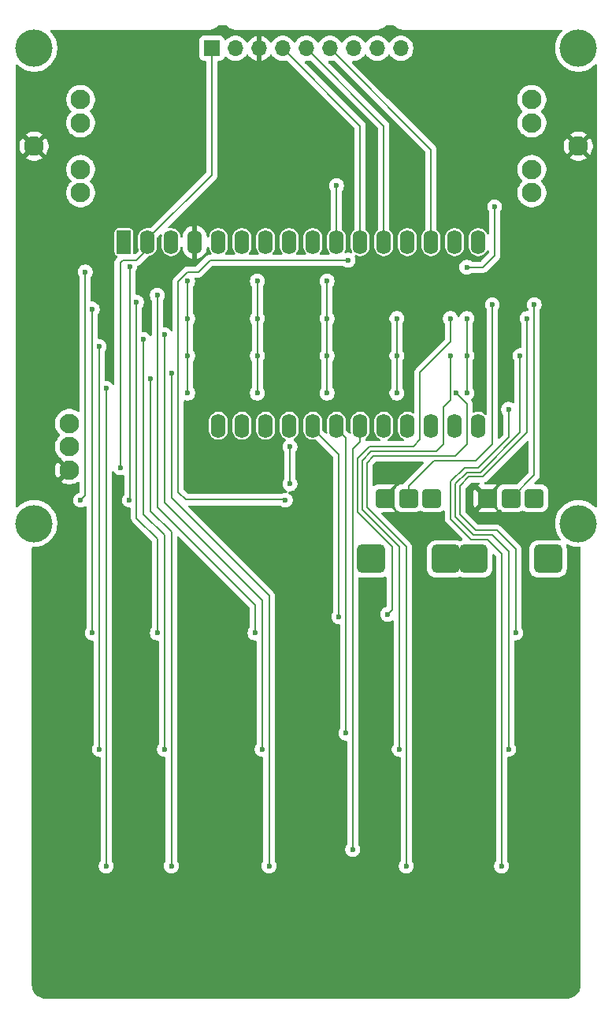
<source format=gbl>
G04 #@! TF.GenerationSoftware,KiCad,Pcbnew,9.0.0*
G04 #@! TF.CreationDate,2025-07-26T10:23:47-04:00*
G04 #@! TF.ProjectId,POVideo V2,504f5669-6465-46f2-9056-322e6b696361,rev?*
G04 #@! TF.SameCoordinates,Original*
G04 #@! TF.FileFunction,Copper,L2,Bot*
G04 #@! TF.FilePolarity,Positive*
%FSLAX46Y46*%
G04 Gerber Fmt 4.6, Leading zero omitted, Abs format (unit mm)*
G04 Created by KiCad (PCBNEW 9.0.0) date 2025-07-26 10:23:47*
%MOMM*%
%LPD*%
G01*
G04 APERTURE LIST*
G04 Aperture macros list*
%AMRoundRect*
0 Rectangle with rounded corners*
0 $1 Rounding radius*
0 $2 $3 $4 $5 $6 $7 $8 $9 X,Y pos of 4 corners*
0 Add a 4 corners polygon primitive as box body*
4,1,4,$2,$3,$4,$5,$6,$7,$8,$9,$2,$3,0*
0 Add four circle primitives for the rounded corners*
1,1,$1+$1,$2,$3*
1,1,$1+$1,$4,$5*
1,1,$1+$1,$6,$7*
1,1,$1+$1,$8,$9*
0 Add four rect primitives between the rounded corners*
20,1,$1+$1,$2,$3,$4,$5,0*
20,1,$1+$1,$4,$5,$6,$7,0*
20,1,$1+$1,$6,$7,$8,$9,0*
20,1,$1+$1,$8,$9,$2,$3,0*%
G04 Aperture macros list end*
G04 #@! TA.AperFunction,ComponentPad*
%ADD10RoundRect,0.250000X-0.550000X1.050000X-0.550000X-1.050000X0.550000X-1.050000X0.550000X1.050000X0*%
G04 #@! TD*
G04 #@! TA.AperFunction,ComponentPad*
%ADD11O,1.600000X2.600000*%
G04 #@! TD*
G04 #@! TA.AperFunction,ComponentPad*
%ADD12RoundRect,0.450000X1.050000X1.050000X-1.050000X1.050000X-1.050000X-1.050000X1.050000X-1.050000X0*%
G04 #@! TD*
G04 #@! TA.AperFunction,ComponentPad*
%ADD13RoundRect,0.300000X0.700000X0.700000X-0.700000X0.700000X-0.700000X-0.700000X0.700000X-0.700000X0*%
G04 #@! TD*
G04 #@! TA.AperFunction,ComponentPad*
%ADD14R,1.700000X1.700000*%
G04 #@! TD*
G04 #@! TA.AperFunction,ComponentPad*
%ADD15O,1.700000X1.700000*%
G04 #@! TD*
G04 #@! TA.AperFunction,ComponentPad*
%ADD16C,2.100000*%
G04 #@! TD*
G04 #@! TA.AperFunction,ViaPad*
%ADD17C,0.600000*%
G04 #@! TD*
G04 #@! TA.AperFunction,ViaPad*
%ADD18C,4.000000*%
G04 #@! TD*
G04 #@! TA.AperFunction,Conductor*
%ADD19C,0.200000*%
G04 #@! TD*
G04 APERTURE END LIST*
D10*
X155400000Y-78300000D03*
D11*
X157940000Y-78300000D03*
X160480000Y-78300000D03*
X163020000Y-78300000D03*
X165560000Y-78300000D03*
X168100000Y-78300000D03*
X170640000Y-78300000D03*
X173180000Y-78300000D03*
X175720000Y-78300000D03*
X178260000Y-78300000D03*
X180800000Y-78300000D03*
X183340000Y-78300000D03*
X185880000Y-78300000D03*
X188420000Y-78300000D03*
X190960000Y-78300000D03*
X193500000Y-78300000D03*
X193500000Y-98020000D03*
X190960000Y-98020000D03*
X188420000Y-98020000D03*
X185880000Y-98020000D03*
X183340000Y-98020000D03*
X180800000Y-98020000D03*
X178260000Y-98020000D03*
X175720000Y-98020000D03*
X173180000Y-98020000D03*
X170640000Y-98020000D03*
X168100000Y-98020000D03*
X165560000Y-98020000D03*
D12*
X182000000Y-112300000D03*
X190000000Y-112300000D03*
D13*
X183500000Y-105800000D03*
X186000000Y-105800000D03*
X188500000Y-105800000D03*
X199500000Y-105800000D03*
X197000000Y-105800000D03*
X194500000Y-105800000D03*
D12*
X201000000Y-112300000D03*
X193000000Y-112300000D03*
D14*
X164850000Y-57500000D03*
D15*
X167390000Y-57500000D03*
X169930000Y-57500000D03*
X172470000Y-57500000D03*
X175000000Y-57500000D03*
X177550000Y-57500000D03*
X180090000Y-57500000D03*
X182630000Y-57500000D03*
X185170000Y-57500000D03*
D16*
X149550000Y-97750000D03*
X149550000Y-100250000D03*
X149550000Y-102750000D03*
X199250000Y-63000000D03*
X199250000Y-65500000D03*
X204250000Y-68000000D03*
X199250000Y-70500000D03*
X199250000Y-73000000D03*
X150750000Y-73000000D03*
X150750000Y-70500000D03*
X145750000Y-68000000D03*
X150750000Y-65500000D03*
X150750000Y-63000000D03*
D17*
X185000000Y-107500000D03*
X178250000Y-71000000D03*
X190000000Y-71000000D03*
X158000000Y-75750000D03*
X163000000Y-75750000D03*
X186750000Y-102250000D03*
X201000000Y-101750000D03*
X198250000Y-101750000D03*
X178500000Y-118500000D03*
X179250000Y-131000000D03*
X195750000Y-107250000D03*
X149750000Y-83000000D03*
X157500000Y-83000000D03*
X179500000Y-80250000D03*
X192250000Y-81000000D03*
X195000000Y-85000000D03*
X199500000Y-85000000D03*
X155000000Y-102500000D03*
X173250000Y-104250000D03*
X173250000Y-100250000D03*
X196750000Y-96250000D03*
X198000000Y-90500000D03*
X198750000Y-86500000D03*
X197500000Y-120250000D03*
X196750000Y-132750000D03*
X196000000Y-145250000D03*
X185750000Y-145250000D03*
X185000000Y-132750000D03*
X183750000Y-118250000D03*
X172750000Y-106000000D03*
X180000000Y-143500000D03*
X153500000Y-94000000D03*
X153500000Y-145250000D03*
X152750000Y-132750000D03*
X152750000Y-89500000D03*
X152000000Y-85500000D03*
X152000000Y-120250000D03*
X151250000Y-81500000D03*
X150750000Y-106000000D03*
D18*
X145750000Y-108500000D03*
X204250000Y-108500000D03*
X145750000Y-57500000D03*
X204250000Y-57500000D03*
D17*
X162250000Y-94500000D03*
X162250000Y-86500000D03*
X162250000Y-82500000D03*
X162250000Y-90500000D03*
X169750000Y-94500000D03*
X169750000Y-90500000D03*
X169750000Y-82500000D03*
X169750000Y-86500000D03*
X156000000Y-106000000D03*
X156034687Y-80900000D03*
X177250000Y-90500000D03*
X177250000Y-86500000D03*
X177250000Y-94500000D03*
X177250000Y-82500000D03*
X159000000Y-120250000D03*
X156750000Y-84750000D03*
X169500000Y-120250000D03*
X159000000Y-84000000D03*
X184750000Y-94500000D03*
X184750000Y-86500000D03*
X184750000Y-90500000D03*
X190500000Y-86500000D03*
X192250000Y-94500000D03*
X192250000Y-90500000D03*
X192250000Y-86500000D03*
X159750000Y-132750000D03*
X157500000Y-88750000D03*
X159750000Y-88250000D03*
X170250000Y-132750000D03*
X190500000Y-90500000D03*
X158250000Y-93000000D03*
X160500000Y-145250000D03*
X160500000Y-92400000D03*
X171000000Y-145250000D03*
X191100000Y-94500000D03*
X178250000Y-72250000D03*
X195250000Y-74500000D03*
D19*
X183500000Y-106000000D02*
X185000000Y-107500000D01*
X183500000Y-105800000D02*
X183500000Y-106000000D01*
X186750000Y-102250000D02*
X183500000Y-105500000D01*
X183500000Y-105500000D02*
X183500000Y-105800000D01*
X198250000Y-101750000D02*
X194500000Y-105500000D01*
X194500000Y-105500000D02*
X194500000Y-105800000D01*
X175720000Y-98320000D02*
X178500000Y-101100000D01*
X178500000Y-101100000D02*
X178500000Y-118500000D01*
X179250000Y-99310000D02*
X179250000Y-131000000D01*
X194000000Y-103500000D02*
X198750000Y-98750000D01*
X198750000Y-98750000D02*
X198750000Y-86500000D01*
X192500000Y-103500000D02*
X194000000Y-103500000D01*
X191500000Y-107500000D02*
X191500000Y-104500000D01*
X195500000Y-109250000D02*
X193250000Y-109250000D01*
X197500000Y-111250000D02*
X195500000Y-109250000D01*
X193250000Y-109250000D02*
X191500000Y-107500000D01*
X191500000Y-104500000D02*
X192500000Y-103500000D01*
X196750000Y-111500000D02*
X195000000Y-109750000D01*
X193000000Y-109750000D02*
X191000000Y-107750000D01*
X196750000Y-132750000D02*
X196750000Y-111500000D01*
X195000000Y-109750000D02*
X193000000Y-109750000D01*
X191000000Y-107750000D02*
X191000000Y-104250000D01*
X198000000Y-98750000D02*
X198000000Y-90500000D01*
X191000000Y-104250000D02*
X192250000Y-103000000D01*
X192250000Y-103000000D02*
X193750000Y-103000000D01*
X193750000Y-103000000D02*
X198000000Y-98750000D01*
X192000000Y-102500000D02*
X190500000Y-104000000D01*
X196750000Y-99250000D02*
X193500000Y-102500000D01*
X190500000Y-108000000D02*
X192750000Y-110250000D01*
X193500000Y-102500000D02*
X192000000Y-102500000D01*
X190500000Y-104000000D02*
X190500000Y-108000000D01*
X192750000Y-110250000D02*
X194500000Y-110250000D01*
X194500000Y-110250000D02*
X196000000Y-111750000D01*
X164650000Y-80250000D02*
X179500000Y-80250000D01*
X164500000Y-80400000D02*
X164650000Y-80250000D01*
X192250000Y-81000000D02*
X194000000Y-81000000D01*
X194000000Y-81000000D02*
X195250000Y-79750000D01*
X195250000Y-79750000D02*
X195250000Y-74500000D01*
X195000000Y-100000000D02*
X195000000Y-85000000D01*
X199500000Y-103300000D02*
X199500000Y-85000000D01*
X197000000Y-105800000D02*
X199500000Y-103300000D01*
X155000000Y-80500000D02*
X155000000Y-102500000D01*
X155250000Y-80250000D02*
X155000000Y-80500000D01*
X156750000Y-80250000D02*
X155250000Y-80250000D01*
X157940000Y-78000000D02*
X157940000Y-79060000D01*
X157940000Y-79060000D02*
X156750000Y-80250000D01*
X173250000Y-100250000D02*
X173250000Y-104250000D01*
X196750000Y-99250000D02*
X196750000Y-96250000D01*
X196000000Y-145250000D02*
X196000000Y-111750000D01*
X197500000Y-111250000D02*
X197500000Y-120250000D01*
X193250000Y-101750000D02*
X195000000Y-100000000D01*
X188750000Y-101750000D02*
X193250000Y-101750000D01*
X187500000Y-103000000D02*
X188750000Y-101750000D01*
X186000000Y-104500000D02*
X187500000Y-103000000D01*
X186000000Y-105800000D02*
X186000000Y-104500000D01*
X180500000Y-107250000D02*
X184250000Y-111000000D01*
X180500000Y-101500000D02*
X180500000Y-107250000D01*
X184250000Y-111000000D02*
X184250000Y-117750000D01*
X184250000Y-117750000D02*
X183750000Y-118250000D01*
X181500000Y-106750000D02*
X185750000Y-111000000D01*
X182250000Y-101250000D02*
X181500000Y-102000000D01*
X185750000Y-111000000D02*
X185750000Y-145250000D01*
X191000000Y-101250000D02*
X190750000Y-101250000D01*
X190750000Y-101250000D02*
X182250000Y-101250000D01*
X192250000Y-100000000D02*
X191000000Y-101250000D01*
X181500000Y-102000000D02*
X181500000Y-106750000D01*
X190500000Y-86500000D02*
X190500000Y-89000000D01*
X190500000Y-89000000D02*
X187250000Y-92250000D01*
X187250000Y-92250000D02*
X187250000Y-99500000D01*
X187250000Y-99500000D02*
X186500000Y-100250000D01*
X186500000Y-100250000D02*
X181750000Y-100250000D01*
X181750000Y-100250000D02*
X180500000Y-101500000D01*
X190500000Y-90500000D02*
X190500000Y-95250000D01*
X190500000Y-95250000D02*
X189750000Y-96000000D01*
X189750000Y-96000000D02*
X189750000Y-100000000D01*
X189750000Y-100000000D02*
X189000000Y-100750000D01*
X189000000Y-100750000D02*
X182000000Y-100750000D01*
X181000000Y-107000000D02*
X185000000Y-111000000D01*
X182000000Y-100750000D02*
X181000000Y-101750000D01*
X185000000Y-111000000D02*
X185000000Y-132750000D01*
X181000000Y-101750000D02*
X181000000Y-107000000D01*
X192250000Y-95650000D02*
X192250000Y-100000000D01*
X191100000Y-94500000D02*
X192250000Y-95650000D01*
X180800000Y-98320000D02*
X180800000Y-99700000D01*
X180800000Y-99700000D02*
X180000000Y-100500000D01*
X180000000Y-100500000D02*
X180000000Y-143500000D01*
X172700735Y-105950735D02*
X172750000Y-106000000D01*
X162049265Y-105950735D02*
X172700735Y-105950735D01*
X153500000Y-94000000D02*
X153500000Y-145250000D01*
X152750000Y-89500000D02*
X152750000Y-132750000D01*
X152000000Y-120250000D02*
X152000000Y-85500000D01*
X150750000Y-106000000D02*
X151250000Y-105500000D01*
X151250000Y-105500000D02*
X151250000Y-81500000D01*
X164850000Y-57500000D02*
X164850000Y-71090000D01*
X157940000Y-78146160D02*
X157940000Y-78000000D01*
X164850000Y-71090000D02*
X157940000Y-78000000D01*
X162250000Y-82500000D02*
X162250000Y-86500000D01*
X162250000Y-90500000D02*
X162250000Y-94500000D01*
X162250000Y-86500000D02*
X162250000Y-90500000D01*
X169750000Y-86500000D02*
X169750000Y-90500000D01*
X169750000Y-82500000D02*
X169750000Y-86500000D01*
X169750000Y-90500000D02*
X169750000Y-94500000D01*
X156034687Y-80900000D02*
X156034687Y-105965313D01*
X156034687Y-105965313D02*
X156000000Y-106000000D01*
X161250000Y-105151470D02*
X162049265Y-105950735D01*
X163400000Y-81500000D02*
X162270000Y-81500000D01*
X161250000Y-82520000D02*
X161250000Y-105151470D01*
X162270000Y-81500000D02*
X161250000Y-82520000D01*
X164500000Y-80400000D02*
X163400000Y-81500000D01*
X177250000Y-82500000D02*
X177250000Y-86500000D01*
X177250000Y-86500000D02*
X177250000Y-90500000D01*
X177250000Y-90500000D02*
X177250000Y-94500000D01*
X156750000Y-107908550D02*
X159000000Y-110158550D01*
X156750000Y-84750000D02*
X156750000Y-107908550D01*
X159000000Y-110158550D02*
X159000000Y-120250000D01*
X169500000Y-117250000D02*
X169500000Y-120250000D01*
X159000000Y-84000000D02*
X159000000Y-106750000D01*
X159000000Y-106750000D02*
X169500000Y-117250000D01*
X184750000Y-86500000D02*
X184750000Y-90500000D01*
X184750000Y-90500000D02*
X184750000Y-94500000D01*
X192250000Y-86500000D02*
X192250000Y-90500000D01*
X192250000Y-90500000D02*
X192250000Y-94500000D01*
X159750000Y-109750000D02*
X157500000Y-107500000D01*
X159750000Y-132750000D02*
X159750000Y-109750000D01*
X157500000Y-96500000D02*
X157500000Y-91100000D01*
X157500000Y-88750000D02*
X157500000Y-91100000D01*
X157500000Y-107500000D02*
X157500000Y-96500000D01*
X170250000Y-116750000D02*
X159750000Y-106250000D01*
X159750000Y-88250000D02*
X159750000Y-91750000D01*
X159750000Y-106250000D02*
X159750000Y-98000000D01*
X170250000Y-132750000D02*
X170250000Y-116750000D01*
X159750000Y-91750000D02*
X159750000Y-98000000D01*
X160500000Y-109413763D02*
X160500000Y-145250000D01*
X158250000Y-107163763D02*
X160500000Y-109413763D01*
X158250000Y-93000000D02*
X158250000Y-107163763D01*
X171000000Y-116250000D02*
X171000000Y-145250000D01*
X160500000Y-92400000D02*
X160500000Y-105750000D01*
X160500000Y-105750000D02*
X171000000Y-116250000D01*
X191100000Y-94500000D02*
X191174618Y-94500000D01*
X183340000Y-65840000D02*
X183340000Y-78000000D01*
X175000000Y-57500000D02*
X183340000Y-65840000D01*
X177550000Y-57500000D02*
X188420000Y-68370000D01*
X188420000Y-68370000D02*
X188420000Y-78000000D01*
X180800000Y-65830000D02*
X180800000Y-78000000D01*
X172470000Y-57500000D02*
X180800000Y-65830000D01*
X178250000Y-72250000D02*
X178250000Y-77990000D01*
X178250000Y-77990000D02*
X178260000Y-78000000D01*
X179250000Y-99310000D02*
X178260000Y-98320000D01*
G04 #@! TA.AperFunction,Conductor*
G36*
X159418734Y-77473013D02*
G01*
X159474668Y-77514884D01*
X159499085Y-77580349D01*
X159497018Y-77613386D01*
X159479500Y-77701454D01*
X159479500Y-77701459D01*
X159479500Y-78898541D01*
X159479500Y-78898543D01*
X159479499Y-78898543D01*
X159517947Y-79091829D01*
X159517950Y-79091839D01*
X159593364Y-79273907D01*
X159593371Y-79273920D01*
X159702860Y-79437781D01*
X159702863Y-79437785D01*
X159842214Y-79577136D01*
X159842218Y-79577139D01*
X160006079Y-79686628D01*
X160006092Y-79686635D01*
X160173544Y-79755995D01*
X160188165Y-79762051D01*
X160188169Y-79762051D01*
X160188170Y-79762052D01*
X160381456Y-79800500D01*
X160381459Y-79800500D01*
X160578543Y-79800500D01*
X160734492Y-79769479D01*
X160771835Y-79762051D01*
X160953914Y-79686632D01*
X161117782Y-79577139D01*
X161257139Y-79437782D01*
X161366632Y-79273914D01*
X161442051Y-79091835D01*
X161478034Y-78910937D01*
X161510419Y-78849027D01*
X161571134Y-78814453D01*
X161640904Y-78818192D01*
X161697576Y-78859059D01*
X161722124Y-78915731D01*
X161752009Y-79104417D01*
X161815244Y-79299031D01*
X161908140Y-79481349D01*
X162028417Y-79646894D01*
X162028417Y-79646895D01*
X162173104Y-79791582D01*
X162338650Y-79911859D01*
X162520968Y-80004754D01*
X162715578Y-80067988D01*
X162770000Y-80076607D01*
X162770000Y-78433012D01*
X162827007Y-78465925D01*
X162954174Y-78500000D01*
X163085826Y-78500000D01*
X163212993Y-78465925D01*
X163270000Y-78433012D01*
X163270000Y-80076606D01*
X163324421Y-80067988D01*
X163519031Y-80004754D01*
X163701349Y-79911859D01*
X163866894Y-79791582D01*
X163866895Y-79791582D01*
X164011582Y-79646895D01*
X164011582Y-79646894D01*
X164131859Y-79481349D01*
X164224755Y-79299031D01*
X164287990Y-79104417D01*
X164317875Y-78915731D01*
X164347804Y-78852596D01*
X164407116Y-78815665D01*
X164476978Y-78816663D01*
X164535211Y-78855273D01*
X164561965Y-78910937D01*
X164597947Y-79091829D01*
X164597950Y-79091839D01*
X164673364Y-79273907D01*
X164673371Y-79273920D01*
X164782860Y-79437781D01*
X164782863Y-79437785D01*
X164782896Y-79437818D01*
X164782907Y-79437839D01*
X164786726Y-79442492D01*
X164785843Y-79443216D01*
X164816381Y-79499141D01*
X164811397Y-79568833D01*
X164769525Y-79624766D01*
X164704061Y-79649183D01*
X164695215Y-79649499D01*
X164570943Y-79649499D01*
X164486410Y-79672150D01*
X164418210Y-79690424D01*
X164418209Y-79690425D01*
X164368096Y-79719359D01*
X164368095Y-79719360D01*
X164341413Y-79734765D01*
X164281285Y-79769479D01*
X164281282Y-79769481D01*
X164221710Y-79829054D01*
X164169480Y-79881284D01*
X164169478Y-79881286D01*
X164131284Y-79919481D01*
X163187584Y-80863181D01*
X163126261Y-80896666D01*
X163099903Y-80899500D01*
X162356669Y-80899500D01*
X162356653Y-80899499D01*
X162349057Y-80899499D01*
X162190943Y-80899499D01*
X162083587Y-80928265D01*
X162038210Y-80940424D01*
X162038209Y-80940425D01*
X161988096Y-80969359D01*
X161988095Y-80969360D01*
X161971665Y-80978846D01*
X161901285Y-81019479D01*
X161901282Y-81019481D01*
X160769481Y-82151282D01*
X160769479Y-82151285D01*
X160719361Y-82238094D01*
X160719359Y-82238096D01*
X160690425Y-82288209D01*
X160690424Y-82288210D01*
X160690423Y-82288215D01*
X160649499Y-82440943D01*
X160649499Y-82440945D01*
X160649499Y-82609046D01*
X160649500Y-82609059D01*
X160649500Y-87746560D01*
X160629815Y-87813599D01*
X160577011Y-87859354D01*
X160507853Y-87869298D01*
X160444297Y-87840273D01*
X160422398Y-87815451D01*
X160371789Y-87739711D01*
X160371786Y-87739707D01*
X160260292Y-87628213D01*
X160260288Y-87628210D01*
X160129185Y-87540609D01*
X160129172Y-87540602D01*
X159983501Y-87480264D01*
X159983489Y-87480261D01*
X159828845Y-87449500D01*
X159828842Y-87449500D01*
X159724500Y-87449500D01*
X159657461Y-87429815D01*
X159611706Y-87377011D01*
X159600500Y-87325500D01*
X159600500Y-84579765D01*
X159620185Y-84512726D01*
X159621398Y-84510874D01*
X159709390Y-84379185D01*
X159709390Y-84379184D01*
X159709394Y-84379179D01*
X159712854Y-84370827D01*
X159723067Y-84346166D01*
X159769737Y-84233497D01*
X159800500Y-84078842D01*
X159800500Y-83921158D01*
X159800500Y-83921155D01*
X159800499Y-83921153D01*
X159769737Y-83766503D01*
X159769735Y-83766498D01*
X159709397Y-83620827D01*
X159709390Y-83620814D01*
X159621789Y-83489711D01*
X159621786Y-83489707D01*
X159510292Y-83378213D01*
X159510288Y-83378210D01*
X159379185Y-83290609D01*
X159379172Y-83290602D01*
X159233501Y-83230264D01*
X159233489Y-83230261D01*
X159078845Y-83199500D01*
X159078842Y-83199500D01*
X158921158Y-83199500D01*
X158921155Y-83199500D01*
X158766510Y-83230261D01*
X158766498Y-83230264D01*
X158620827Y-83290602D01*
X158620814Y-83290609D01*
X158489711Y-83378210D01*
X158489707Y-83378213D01*
X158378213Y-83489707D01*
X158378210Y-83489711D01*
X158290609Y-83620814D01*
X158290602Y-83620827D01*
X158230264Y-83766498D01*
X158230261Y-83766510D01*
X158199500Y-83921153D01*
X158199500Y-84078846D01*
X158230261Y-84233489D01*
X158230264Y-84233501D01*
X158290602Y-84379172D01*
X158290609Y-84379185D01*
X158378602Y-84510874D01*
X158399480Y-84577551D01*
X158399500Y-84579765D01*
X158399500Y-88246560D01*
X158379815Y-88313599D01*
X158327011Y-88359354D01*
X158257853Y-88369298D01*
X158194297Y-88340273D01*
X158172398Y-88315451D01*
X158121789Y-88239711D01*
X158121786Y-88239707D01*
X158010292Y-88128213D01*
X158010288Y-88128210D01*
X157879185Y-88040609D01*
X157879172Y-88040602D01*
X157733501Y-87980264D01*
X157733489Y-87980261D01*
X157578845Y-87949500D01*
X157578842Y-87949500D01*
X157474500Y-87949500D01*
X157407461Y-87929815D01*
X157361706Y-87877011D01*
X157350500Y-87825500D01*
X157350500Y-85329765D01*
X157370185Y-85262726D01*
X157371398Y-85260874D01*
X157459390Y-85129185D01*
X157459390Y-85129184D01*
X157459394Y-85129179D01*
X157462854Y-85120827D01*
X157517163Y-84989711D01*
X157519737Y-84983497D01*
X157550500Y-84828842D01*
X157550500Y-84671158D01*
X157550500Y-84671155D01*
X157550499Y-84671153D01*
X157519737Y-84516503D01*
X157517163Y-84510289D01*
X157459397Y-84370827D01*
X157459390Y-84370814D01*
X157371789Y-84239711D01*
X157371786Y-84239707D01*
X157260292Y-84128213D01*
X157260288Y-84128210D01*
X157129185Y-84040609D01*
X157129172Y-84040602D01*
X156983501Y-83980264D01*
X156983489Y-83980261D01*
X156828845Y-83949500D01*
X156828842Y-83949500D01*
X156759187Y-83949500D01*
X156692148Y-83929815D01*
X156646393Y-83877011D01*
X156635187Y-83825500D01*
X156635187Y-81479765D01*
X156654872Y-81412726D01*
X156656085Y-81410874D01*
X156744077Y-81279185D01*
X156744077Y-81279184D01*
X156744081Y-81279179D01*
X156804424Y-81133497D01*
X156835187Y-80978842D01*
X156835187Y-80944006D01*
X156854872Y-80876967D01*
X156907676Y-80831212D01*
X156909455Y-80830416D01*
X156918039Y-80826657D01*
X156981785Y-80809577D01*
X157053424Y-80768216D01*
X157118716Y-80730520D01*
X157230520Y-80618716D01*
X157230520Y-80618714D01*
X157240724Y-80608511D01*
X157240728Y-80608506D01*
X158024670Y-79824563D01*
X158085991Y-79791080D01*
X158087990Y-79790663D01*
X158231835Y-79762051D01*
X158413914Y-79686632D01*
X158577782Y-79577139D01*
X158717139Y-79437782D01*
X158826632Y-79273914D01*
X158902051Y-79091835D01*
X158938034Y-78910938D01*
X158940500Y-78898543D01*
X158940500Y-77900097D01*
X158960185Y-77833058D01*
X158976819Y-77812416D01*
X159104967Y-77684268D01*
X159287722Y-77501512D01*
X159349043Y-77468029D01*
X159418734Y-77473013D01*
G37*
G04 #@! TD.AperFunction*
G04 #@! TA.AperFunction,Conductor*
G36*
X170180000Y-58827230D02*
G01*
X170246126Y-58816757D01*
X170246129Y-58816757D01*
X170448217Y-58751095D01*
X170637557Y-58654620D01*
X170809459Y-58529727D01*
X170809464Y-58529723D01*
X170959723Y-58379464D01*
X170959727Y-58379459D01*
X171084620Y-58207558D01*
X171089232Y-58198507D01*
X171137205Y-58147709D01*
X171205025Y-58130912D01*
X171271161Y-58153447D01*
X171310204Y-58198504D01*
X171314949Y-58207817D01*
X171439890Y-58379786D01*
X171590213Y-58530109D01*
X171762179Y-58655048D01*
X171762181Y-58655049D01*
X171762184Y-58655051D01*
X171951588Y-58751557D01*
X172153757Y-58817246D01*
X172363713Y-58850500D01*
X172363714Y-58850500D01*
X172576286Y-58850500D01*
X172576287Y-58850500D01*
X172786243Y-58817246D01*
X172828523Y-58803507D01*
X172898362Y-58801511D01*
X172954522Y-58833757D01*
X180163181Y-66042416D01*
X180196666Y-66103739D01*
X180199500Y-66130097D01*
X180199500Y-76934216D01*
X180179815Y-77001255D01*
X180163181Y-77021897D01*
X180022863Y-77162214D01*
X180022860Y-77162218D01*
X179913371Y-77326079D01*
X179913364Y-77326092D01*
X179837950Y-77508160D01*
X179837947Y-77508170D01*
X179799500Y-77701456D01*
X179799500Y-77701459D01*
X179799500Y-78898541D01*
X179799500Y-78898543D01*
X179799499Y-78898543D01*
X179837947Y-79091829D01*
X179837950Y-79091839D01*
X179913364Y-79273907D01*
X179913374Y-79273925D01*
X179945739Y-79322363D01*
X179966617Y-79389040D01*
X179948132Y-79456420D01*
X179896153Y-79503110D01*
X179827183Y-79514286D01*
X179795185Y-79505815D01*
X179733497Y-79480263D01*
X179733492Y-79480262D01*
X179733489Y-79480261D01*
X179578845Y-79449500D01*
X179578842Y-79449500D01*
X179421158Y-79449500D01*
X179421153Y-79449500D01*
X179262856Y-79480987D01*
X179193264Y-79474760D01*
X179138087Y-79431896D01*
X179114843Y-79366007D01*
X179130911Y-79298010D01*
X179135566Y-79290475D01*
X179146628Y-79273920D01*
X179146628Y-79273919D01*
X179146632Y-79273914D01*
X179222051Y-79091835D01*
X179258034Y-78910938D01*
X179260500Y-78898543D01*
X179260500Y-77701456D01*
X179222052Y-77508170D01*
X179222051Y-77508169D01*
X179222051Y-77508165D01*
X179190100Y-77431028D01*
X179146635Y-77326092D01*
X179146628Y-77326079D01*
X179037139Y-77162218D01*
X179037136Y-77162214D01*
X178897782Y-77022860D01*
X178895830Y-77021258D01*
X178895082Y-77020160D01*
X178893475Y-77018553D01*
X178893779Y-77018248D01*
X178856499Y-76963511D01*
X178850500Y-76925409D01*
X178850500Y-72829765D01*
X178870185Y-72762726D01*
X178871398Y-72760874D01*
X178959390Y-72629185D01*
X178959390Y-72629184D01*
X178959394Y-72629179D01*
X179019737Y-72483497D01*
X179050500Y-72328842D01*
X179050500Y-72171158D01*
X179050500Y-72171155D01*
X179050499Y-72171153D01*
X179019738Y-72016510D01*
X179019737Y-72016503D01*
X179008725Y-71989917D01*
X178959397Y-71870827D01*
X178959390Y-71870814D01*
X178871789Y-71739711D01*
X178871786Y-71739707D01*
X178760292Y-71628213D01*
X178760288Y-71628210D01*
X178629185Y-71540609D01*
X178629172Y-71540602D01*
X178483501Y-71480264D01*
X178483489Y-71480261D01*
X178328845Y-71449500D01*
X178328842Y-71449500D01*
X178171158Y-71449500D01*
X178171155Y-71449500D01*
X178016510Y-71480261D01*
X178016498Y-71480264D01*
X177870827Y-71540602D01*
X177870814Y-71540609D01*
X177739711Y-71628210D01*
X177739707Y-71628213D01*
X177628213Y-71739707D01*
X177628210Y-71739711D01*
X177540609Y-71870814D01*
X177540602Y-71870827D01*
X177480264Y-72016498D01*
X177480261Y-72016510D01*
X177449500Y-72171153D01*
X177449500Y-72328846D01*
X177480261Y-72483489D01*
X177480264Y-72483501D01*
X177540602Y-72629172D01*
X177540609Y-72629185D01*
X177628602Y-72760874D01*
X177649480Y-72827551D01*
X177649500Y-72829765D01*
X177649500Y-76944216D01*
X177629815Y-77011255D01*
X177613181Y-77031897D01*
X177482863Y-77162214D01*
X177482860Y-77162218D01*
X177373371Y-77326079D01*
X177373364Y-77326092D01*
X177297950Y-77508160D01*
X177297947Y-77508170D01*
X177259500Y-77701456D01*
X177259500Y-77701459D01*
X177259500Y-78898541D01*
X177259500Y-78898543D01*
X177259499Y-78898543D01*
X177297947Y-79091829D01*
X177297950Y-79091839D01*
X177373364Y-79273907D01*
X177373371Y-79273920D01*
X177482860Y-79437781D01*
X177482863Y-79437785D01*
X177482897Y-79437819D01*
X177482908Y-79437840D01*
X177486726Y-79442492D01*
X177485843Y-79443215D01*
X177516382Y-79499142D01*
X177511398Y-79568834D01*
X177469526Y-79624767D01*
X177404062Y-79649184D01*
X177395216Y-79649500D01*
X176584784Y-79649500D01*
X176517745Y-79629815D01*
X176471990Y-79577011D01*
X176462046Y-79507853D01*
X176491071Y-79444297D01*
X176497103Y-79437819D01*
X176497136Y-79437785D01*
X176497139Y-79437782D01*
X176606632Y-79273914D01*
X176682051Y-79091835D01*
X176718034Y-78910938D01*
X176720500Y-78898543D01*
X176720500Y-77701456D01*
X176682052Y-77508170D01*
X176682051Y-77508169D01*
X176682051Y-77508165D01*
X176650100Y-77431028D01*
X176606635Y-77326092D01*
X176606628Y-77326079D01*
X176497139Y-77162218D01*
X176497136Y-77162214D01*
X176357785Y-77022863D01*
X176357781Y-77022860D01*
X176193920Y-76913371D01*
X176193907Y-76913364D01*
X176011839Y-76837950D01*
X176011829Y-76837947D01*
X175818543Y-76799500D01*
X175818541Y-76799500D01*
X175621459Y-76799500D01*
X175621457Y-76799500D01*
X175428170Y-76837947D01*
X175428160Y-76837950D01*
X175246092Y-76913364D01*
X175246079Y-76913371D01*
X175082218Y-77022860D01*
X175082214Y-77022863D01*
X174942863Y-77162214D01*
X174942860Y-77162218D01*
X174833371Y-77326079D01*
X174833364Y-77326092D01*
X174757950Y-77508160D01*
X174757947Y-77508170D01*
X174719500Y-77701456D01*
X174719500Y-77701459D01*
X174719500Y-78898541D01*
X174719500Y-78898543D01*
X174719499Y-78898543D01*
X174757947Y-79091829D01*
X174757950Y-79091839D01*
X174833364Y-79273907D01*
X174833371Y-79273920D01*
X174942860Y-79437781D01*
X174942863Y-79437785D01*
X174942897Y-79437819D01*
X174942908Y-79437840D01*
X174946726Y-79442492D01*
X174945843Y-79443215D01*
X174976382Y-79499142D01*
X174971398Y-79568834D01*
X174929526Y-79624767D01*
X174864062Y-79649184D01*
X174855216Y-79649500D01*
X174044784Y-79649500D01*
X173977745Y-79629815D01*
X173931990Y-79577011D01*
X173922046Y-79507853D01*
X173951071Y-79444297D01*
X173957103Y-79437819D01*
X173957136Y-79437785D01*
X173957139Y-79437782D01*
X174066632Y-79273914D01*
X174142051Y-79091835D01*
X174178034Y-78910938D01*
X174180500Y-78898543D01*
X174180500Y-77701456D01*
X174142052Y-77508170D01*
X174142051Y-77508169D01*
X174142051Y-77508165D01*
X174110100Y-77431028D01*
X174066635Y-77326092D01*
X174066628Y-77326079D01*
X173957139Y-77162218D01*
X173957136Y-77162214D01*
X173817785Y-77022863D01*
X173817781Y-77022860D01*
X173653920Y-76913371D01*
X173653907Y-76913364D01*
X173471839Y-76837950D01*
X173471829Y-76837947D01*
X173278543Y-76799500D01*
X173278541Y-76799500D01*
X173081459Y-76799500D01*
X173081457Y-76799500D01*
X172888170Y-76837947D01*
X172888160Y-76837950D01*
X172706092Y-76913364D01*
X172706079Y-76913371D01*
X172542218Y-77022860D01*
X172542214Y-77022863D01*
X172402863Y-77162214D01*
X172402860Y-77162218D01*
X172293371Y-77326079D01*
X172293364Y-77326092D01*
X172217950Y-77508160D01*
X172217947Y-77508170D01*
X172179500Y-77701456D01*
X172179500Y-77701459D01*
X172179500Y-78898541D01*
X172179500Y-78898543D01*
X172179499Y-78898543D01*
X172217947Y-79091829D01*
X172217950Y-79091839D01*
X172293364Y-79273907D01*
X172293371Y-79273920D01*
X172402860Y-79437781D01*
X172402863Y-79437785D01*
X172402897Y-79437819D01*
X172402908Y-79437840D01*
X172406726Y-79442492D01*
X172405843Y-79443215D01*
X172436382Y-79499142D01*
X172431398Y-79568834D01*
X172389526Y-79624767D01*
X172324062Y-79649184D01*
X172315216Y-79649500D01*
X171504784Y-79649500D01*
X171437745Y-79629815D01*
X171391990Y-79577011D01*
X171382046Y-79507853D01*
X171411071Y-79444297D01*
X171417103Y-79437819D01*
X171417136Y-79437785D01*
X171417139Y-79437782D01*
X171526632Y-79273914D01*
X171602051Y-79091835D01*
X171638034Y-78910938D01*
X171640500Y-78898543D01*
X171640500Y-77701456D01*
X171602052Y-77508170D01*
X171602051Y-77508169D01*
X171602051Y-77508165D01*
X171570100Y-77431028D01*
X171526635Y-77326092D01*
X171526628Y-77326079D01*
X171417139Y-77162218D01*
X171417136Y-77162214D01*
X171277785Y-77022863D01*
X171277781Y-77022860D01*
X171113920Y-76913371D01*
X171113907Y-76913364D01*
X170931839Y-76837950D01*
X170931829Y-76837947D01*
X170738543Y-76799500D01*
X170738541Y-76799500D01*
X170541459Y-76799500D01*
X170541457Y-76799500D01*
X170348170Y-76837947D01*
X170348160Y-76837950D01*
X170166092Y-76913364D01*
X170166079Y-76913371D01*
X170002218Y-77022860D01*
X170002214Y-77022863D01*
X169862863Y-77162214D01*
X169862860Y-77162218D01*
X169753371Y-77326079D01*
X169753364Y-77326092D01*
X169677950Y-77508160D01*
X169677947Y-77508170D01*
X169639500Y-77701456D01*
X169639500Y-77701459D01*
X169639500Y-78898541D01*
X169639500Y-78898543D01*
X169639499Y-78898543D01*
X169677947Y-79091829D01*
X169677950Y-79091839D01*
X169753364Y-79273907D01*
X169753371Y-79273920D01*
X169862860Y-79437781D01*
X169862863Y-79437785D01*
X169862897Y-79437819D01*
X169862908Y-79437840D01*
X169866726Y-79442492D01*
X169865843Y-79443215D01*
X169896382Y-79499142D01*
X169891398Y-79568834D01*
X169849526Y-79624767D01*
X169784062Y-79649184D01*
X169775216Y-79649500D01*
X168964784Y-79649500D01*
X168897745Y-79629815D01*
X168851990Y-79577011D01*
X168842046Y-79507853D01*
X168871071Y-79444297D01*
X168877103Y-79437819D01*
X168877136Y-79437785D01*
X168877139Y-79437782D01*
X168986632Y-79273914D01*
X169062051Y-79091835D01*
X169098034Y-78910938D01*
X169100500Y-78898543D01*
X169100500Y-77701456D01*
X169062052Y-77508170D01*
X169062051Y-77508169D01*
X169062051Y-77508165D01*
X169030100Y-77431028D01*
X168986635Y-77326092D01*
X168986628Y-77326079D01*
X168877139Y-77162218D01*
X168877136Y-77162214D01*
X168737785Y-77022863D01*
X168737781Y-77022860D01*
X168573920Y-76913371D01*
X168573907Y-76913364D01*
X168391839Y-76837950D01*
X168391829Y-76837947D01*
X168198543Y-76799500D01*
X168198541Y-76799500D01*
X168001459Y-76799500D01*
X168001457Y-76799500D01*
X167808170Y-76837947D01*
X167808160Y-76837950D01*
X167626092Y-76913364D01*
X167626079Y-76913371D01*
X167462218Y-77022860D01*
X167462214Y-77022863D01*
X167322863Y-77162214D01*
X167322860Y-77162218D01*
X167213371Y-77326079D01*
X167213364Y-77326092D01*
X167137950Y-77508160D01*
X167137947Y-77508170D01*
X167099500Y-77701456D01*
X167099500Y-77701459D01*
X167099500Y-78898541D01*
X167099500Y-78898543D01*
X167099499Y-78898543D01*
X167137947Y-79091829D01*
X167137950Y-79091839D01*
X167213364Y-79273907D01*
X167213371Y-79273920D01*
X167322860Y-79437781D01*
X167322863Y-79437785D01*
X167322897Y-79437819D01*
X167322908Y-79437840D01*
X167326726Y-79442492D01*
X167325843Y-79443215D01*
X167356382Y-79499142D01*
X167351398Y-79568834D01*
X167309526Y-79624767D01*
X167244062Y-79649184D01*
X167235216Y-79649500D01*
X166424784Y-79649500D01*
X166357745Y-79629815D01*
X166311990Y-79577011D01*
X166302046Y-79507853D01*
X166331071Y-79444297D01*
X166337103Y-79437819D01*
X166337136Y-79437785D01*
X166337139Y-79437782D01*
X166446632Y-79273914D01*
X166522051Y-79091835D01*
X166558034Y-78910938D01*
X166560500Y-78898543D01*
X166560500Y-77701456D01*
X166522052Y-77508170D01*
X166522051Y-77508169D01*
X166522051Y-77508165D01*
X166490100Y-77431028D01*
X166446635Y-77326092D01*
X166446628Y-77326079D01*
X166337139Y-77162218D01*
X166337136Y-77162214D01*
X166197785Y-77022863D01*
X166197781Y-77022860D01*
X166033920Y-76913371D01*
X166033907Y-76913364D01*
X165851839Y-76837950D01*
X165851829Y-76837947D01*
X165658543Y-76799500D01*
X165658541Y-76799500D01*
X165461459Y-76799500D01*
X165461457Y-76799500D01*
X165268170Y-76837947D01*
X165268160Y-76837950D01*
X165086092Y-76913364D01*
X165086079Y-76913371D01*
X164922218Y-77022860D01*
X164922214Y-77022863D01*
X164782863Y-77162214D01*
X164782860Y-77162218D01*
X164673371Y-77326079D01*
X164673364Y-77326092D01*
X164597950Y-77508160D01*
X164597947Y-77508170D01*
X164561965Y-77689062D01*
X164529580Y-77750973D01*
X164468864Y-77785547D01*
X164399094Y-77781806D01*
X164342423Y-77740940D01*
X164317875Y-77684268D01*
X164287990Y-77495582D01*
X164224755Y-77300968D01*
X164131859Y-77118650D01*
X164011582Y-76953105D01*
X164011582Y-76953104D01*
X163866895Y-76808417D01*
X163701349Y-76688140D01*
X163519029Y-76595244D01*
X163324413Y-76532009D01*
X163270000Y-76523390D01*
X163270000Y-77566988D01*
X163212993Y-77534075D01*
X163085826Y-77500000D01*
X162954174Y-77500000D01*
X162827007Y-77534075D01*
X162770000Y-77566988D01*
X162770000Y-76523390D01*
X162715586Y-76532009D01*
X162520970Y-76595244D01*
X162338650Y-76688140D01*
X162173105Y-76808417D01*
X162173104Y-76808417D01*
X162028417Y-76953104D01*
X162028417Y-76953105D01*
X161908140Y-77118650D01*
X161815244Y-77300968D01*
X161752010Y-77495581D01*
X161722124Y-77684269D01*
X161692194Y-77747403D01*
X161632883Y-77784334D01*
X161563020Y-77783336D01*
X161504788Y-77744726D01*
X161478034Y-77689061D01*
X161447205Y-77534075D01*
X161442051Y-77508165D01*
X161410100Y-77431028D01*
X161366635Y-77326092D01*
X161366628Y-77326079D01*
X161257139Y-77162218D01*
X161257136Y-77162214D01*
X161117785Y-77022863D01*
X161117781Y-77022860D01*
X160953920Y-76913371D01*
X160953907Y-76913364D01*
X160771839Y-76837950D01*
X160771829Y-76837947D01*
X160578543Y-76799500D01*
X160578541Y-76799500D01*
X160381459Y-76799500D01*
X160381454Y-76799500D01*
X160293386Y-76817018D01*
X160223794Y-76810791D01*
X160168617Y-76767928D01*
X160145373Y-76702038D01*
X160161441Y-76634041D01*
X160181510Y-76607725D01*
X165330520Y-71458716D01*
X165409577Y-71321784D01*
X165450501Y-71169057D01*
X165450501Y-71010942D01*
X165450501Y-71003347D01*
X165450500Y-71003329D01*
X165450500Y-58974499D01*
X165470185Y-58907460D01*
X165522989Y-58861705D01*
X165574500Y-58850499D01*
X165747871Y-58850499D01*
X165747872Y-58850499D01*
X165807483Y-58844091D01*
X165942331Y-58793796D01*
X166057546Y-58707546D01*
X166143796Y-58592331D01*
X166192810Y-58460916D01*
X166234681Y-58404984D01*
X166300145Y-58380566D01*
X166368418Y-58395417D01*
X166396673Y-58416569D01*
X166510213Y-58530109D01*
X166682179Y-58655048D01*
X166682181Y-58655049D01*
X166682184Y-58655051D01*
X166871588Y-58751557D01*
X167073757Y-58817246D01*
X167283713Y-58850500D01*
X167283714Y-58850500D01*
X167496286Y-58850500D01*
X167496287Y-58850500D01*
X167706243Y-58817246D01*
X167908412Y-58751557D01*
X168097816Y-58655051D01*
X168184138Y-58592335D01*
X168269786Y-58530109D01*
X168269788Y-58530106D01*
X168269792Y-58530104D01*
X168420104Y-58379792D01*
X168420106Y-58379788D01*
X168420109Y-58379786D01*
X168545048Y-58207820D01*
X168545051Y-58207816D01*
X168549793Y-58198508D01*
X168597763Y-58147711D01*
X168665583Y-58130911D01*
X168731719Y-58153445D01*
X168770763Y-58198500D01*
X168775377Y-58207555D01*
X168900272Y-58379459D01*
X168900276Y-58379464D01*
X169050535Y-58529723D01*
X169050540Y-58529727D01*
X169222442Y-58654620D01*
X169411782Y-58751095D01*
X169613871Y-58816757D01*
X169680000Y-58827231D01*
X169680000Y-57933012D01*
X169737007Y-57965925D01*
X169864174Y-58000000D01*
X169995826Y-58000000D01*
X170122993Y-57965925D01*
X170180000Y-57933012D01*
X170180000Y-58827230D01*
G37*
G04 #@! TD.AperFunction*
G04 #@! TA.AperFunction,Conductor*
G36*
X184463181Y-106409629D02*
G01*
X184496666Y-106470952D01*
X184499500Y-106497310D01*
X184499500Y-106544960D01*
X184514630Y-106679249D01*
X184514631Y-106679254D01*
X184574211Y-106849523D01*
X184628164Y-106935388D01*
X184647164Y-107002625D01*
X184626796Y-107069460D01*
X184573528Y-107114674D01*
X184504272Y-107123911D01*
X184441016Y-107094240D01*
X184435489Y-107089041D01*
X183629410Y-106282962D01*
X183692993Y-106265925D01*
X183807007Y-106200099D01*
X183900099Y-106107007D01*
X183965925Y-105992993D01*
X183982962Y-105929410D01*
X184463181Y-106409629D01*
G37*
G04 #@! TD.AperFunction*
G04 #@! TA.AperFunction,Conductor*
G36*
X195463181Y-106409629D02*
G01*
X195496666Y-106470952D01*
X195499500Y-106497310D01*
X195499500Y-106544960D01*
X195514630Y-106679249D01*
X195514631Y-106679254D01*
X195574211Y-106849523D01*
X195628164Y-106935388D01*
X195647164Y-107002625D01*
X195626796Y-107069460D01*
X195573528Y-107114674D01*
X195504272Y-107123911D01*
X195441016Y-107094240D01*
X195435489Y-107089041D01*
X194629410Y-106282962D01*
X194692993Y-106265925D01*
X194807007Y-106200099D01*
X194900099Y-106107007D01*
X194965925Y-105992993D01*
X194982962Y-105929410D01*
X195463181Y-106409629D01*
G37*
G04 #@! TD.AperFunction*
G04 #@! TA.AperFunction,Conductor*
G36*
X184552445Y-104481451D02*
G01*
X184566504Y-104482457D01*
X184583738Y-104495358D01*
X184603412Y-104504102D01*
X184611153Y-104515882D01*
X184622437Y-104524329D01*
X184629960Y-104544500D01*
X184641784Y-104562492D01*
X184641927Y-104576585D01*
X184646854Y-104589793D01*
X184642277Y-104610831D01*
X184642497Y-104632358D01*
X184632893Y-104653968D01*
X184632002Y-104658066D01*
X184628164Y-104664611D01*
X184574211Y-104750476D01*
X184514631Y-104920745D01*
X184514630Y-104920750D01*
X184499500Y-105055039D01*
X184499500Y-105102690D01*
X184479815Y-105169729D01*
X184463181Y-105190371D01*
X183982962Y-105670589D01*
X183965925Y-105607007D01*
X183900099Y-105492993D01*
X183807007Y-105399901D01*
X183692993Y-105334075D01*
X183629410Y-105317037D01*
X184435489Y-104510958D01*
X184454382Y-104500641D01*
X184470510Y-104486376D01*
X184484442Y-104484227D01*
X184496812Y-104477473D01*
X184518284Y-104479008D01*
X184539564Y-104475727D01*
X184552445Y-104481451D01*
G37*
G04 #@! TD.AperFunction*
G04 #@! TA.AperFunction,Conductor*
G36*
X195566503Y-104482457D02*
G01*
X195622437Y-104524328D01*
X195646854Y-104589793D01*
X195632002Y-104658066D01*
X195628164Y-104664611D01*
X195574211Y-104750476D01*
X195514631Y-104920745D01*
X195514630Y-104920750D01*
X195499500Y-105055039D01*
X195499500Y-105102690D01*
X195479815Y-105169729D01*
X195463181Y-105190371D01*
X194982962Y-105670589D01*
X194965925Y-105607007D01*
X194900099Y-105492993D01*
X194807007Y-105399901D01*
X194692993Y-105334075D01*
X194629410Y-105317037D01*
X195435489Y-104510958D01*
X195496812Y-104477473D01*
X195566503Y-104482457D01*
G37*
G04 #@! TD.AperFunction*
G04 #@! TA.AperFunction,Conductor*
G36*
X187567942Y-101870185D02*
G01*
X187613697Y-101922989D01*
X187623641Y-101992147D01*
X187594616Y-102055703D01*
X187588584Y-102062181D01*
X187131284Y-102519481D01*
X185631286Y-104019478D01*
X185519481Y-104131282D01*
X185519479Y-104131284D01*
X185516284Y-104136819D01*
X185496459Y-104171158D01*
X185468489Y-104219604D01*
X185458156Y-104237501D01*
X185407589Y-104285716D01*
X185350769Y-104299500D01*
X185255039Y-104299500D01*
X185120750Y-104314630D01*
X185120745Y-104314631D01*
X184950476Y-104374211D01*
X184797737Y-104470184D01*
X184777733Y-104490188D01*
X184716410Y-104523672D01*
X184646718Y-104518686D01*
X184590785Y-104476813D01*
X184566834Y-104416392D01*
X184563108Y-104383338D01*
X184549304Y-104374665D01*
X184379140Y-104315121D01*
X184244930Y-104300000D01*
X182755070Y-104300000D01*
X182620858Y-104315122D01*
X182450698Y-104374663D01*
X182292156Y-104474282D01*
X182290778Y-104472090D01*
X182237084Y-104493990D01*
X182168393Y-104481210D01*
X182117515Y-104433322D01*
X182100500Y-104370630D01*
X182100500Y-102300097D01*
X182120185Y-102233058D01*
X182136819Y-102212416D01*
X182462416Y-101886819D01*
X182523739Y-101853334D01*
X182550097Y-101850500D01*
X187500903Y-101850500D01*
X187567942Y-101870185D01*
G37*
G04 #@! TD.AperFunction*
G04 #@! TA.AperFunction,Conductor*
G36*
X198818834Y-99632914D02*
G01*
X198874767Y-99674786D01*
X198899184Y-99740250D01*
X198899500Y-99749096D01*
X198899500Y-102999903D01*
X198879815Y-103066942D01*
X198863181Y-103087584D01*
X197687584Y-104263181D01*
X197626261Y-104296666D01*
X197599903Y-104299500D01*
X196255039Y-104299500D01*
X196120750Y-104314630D01*
X196120745Y-104314631D01*
X195950476Y-104374211D01*
X195797737Y-104470184D01*
X195777733Y-104490188D01*
X195716410Y-104523672D01*
X195646718Y-104518686D01*
X195590785Y-104476813D01*
X195566834Y-104416392D01*
X195563108Y-104383338D01*
X195549304Y-104374665D01*
X195379140Y-104315121D01*
X195244930Y-104300000D01*
X194274743Y-104300000D01*
X194270501Y-104298754D01*
X194266185Y-104299704D01*
X194237276Y-104288998D01*
X194207704Y-104280315D01*
X194204810Y-104276975D01*
X194200664Y-104275440D01*
X194182127Y-104250798D01*
X194161949Y-104227511D01*
X194161320Y-104223137D01*
X194158662Y-104219604D01*
X194156391Y-104188859D01*
X194152005Y-104158353D01*
X194153841Y-104154331D01*
X194153516Y-104149924D01*
X194168223Y-104122839D01*
X194181030Y-104094797D01*
X194185342Y-104091313D01*
X194186858Y-104088523D01*
X194198214Y-104080916D01*
X194215063Y-104067306D01*
X194226617Y-104060961D01*
X194231785Y-104059577D01*
X194281904Y-104030639D01*
X194368716Y-103980520D01*
X194480520Y-103868716D01*
X194480520Y-103868714D01*
X194490728Y-103858507D01*
X194490729Y-103858504D01*
X198687821Y-99661413D01*
X198749142Y-99627930D01*
X198818834Y-99632914D01*
G37*
G04 #@! TD.AperFunction*
G04 #@! TA.AperFunction,Conductor*
G36*
X166393650Y-55019685D02*
G01*
X166414292Y-55036319D01*
X166522490Y-55144517D01*
X166713567Y-55283343D01*
X166812991Y-55334002D01*
X166924003Y-55390566D01*
X166924005Y-55390566D01*
X166924008Y-55390568D01*
X167044412Y-55429689D01*
X167148631Y-55463553D01*
X167381903Y-55500500D01*
X167381908Y-55500500D01*
X182618097Y-55500500D01*
X182851368Y-55463553D01*
X183075992Y-55390568D01*
X183286433Y-55283343D01*
X183477510Y-55144517D01*
X183585708Y-55036319D01*
X183647031Y-55002834D01*
X183673389Y-55000000D01*
X184326611Y-55000000D01*
X184393650Y-55019685D01*
X184414292Y-55036319D01*
X184522490Y-55144517D01*
X184713567Y-55283343D01*
X184812991Y-55334002D01*
X184924003Y-55390566D01*
X184924005Y-55390566D01*
X184924008Y-55390568D01*
X185044412Y-55429689D01*
X185148631Y-55463553D01*
X185381903Y-55500500D01*
X185381908Y-55500500D01*
X185434108Y-55500500D01*
X202413897Y-55500500D01*
X202480936Y-55520185D01*
X202526691Y-55572989D01*
X202536635Y-55642147D01*
X202507610Y-55705703D01*
X202501578Y-55712181D01*
X202382583Y-55831175D01*
X202207476Y-56050753D01*
X202058053Y-56288557D01*
X201936200Y-56541588D01*
X201843443Y-56806670D01*
X201843439Y-56806682D01*
X201780945Y-57080487D01*
X201780942Y-57080505D01*
X201749500Y-57359568D01*
X201749500Y-57640431D01*
X201780942Y-57919494D01*
X201780945Y-57919512D01*
X201843439Y-58193317D01*
X201843443Y-58193329D01*
X201936200Y-58458411D01*
X202058053Y-58711442D01*
X202058055Y-58711445D01*
X202207477Y-58949248D01*
X202382584Y-59168825D01*
X202581175Y-59367416D01*
X202800752Y-59542523D01*
X203038555Y-59691945D01*
X203291592Y-59813801D01*
X203490680Y-59883465D01*
X203556670Y-59906556D01*
X203556682Y-59906560D01*
X203830491Y-59969055D01*
X203830497Y-59969055D01*
X203830505Y-59969057D01*
X204016547Y-59990018D01*
X204109569Y-60000499D01*
X204109572Y-60000500D01*
X204109575Y-60000500D01*
X204390428Y-60000500D01*
X204390429Y-60000499D01*
X204533055Y-59984429D01*
X204669494Y-59969057D01*
X204669499Y-59969056D01*
X204669509Y-59969055D01*
X204943318Y-59906560D01*
X205208408Y-59813801D01*
X205461445Y-59691945D01*
X205699248Y-59542523D01*
X205918825Y-59367416D01*
X206037819Y-59248422D01*
X206099142Y-59214937D01*
X206168834Y-59219921D01*
X206224767Y-59261793D01*
X206249184Y-59327257D01*
X206249500Y-59336103D01*
X206249500Y-106663897D01*
X206229815Y-106730936D01*
X206177011Y-106776691D01*
X206107853Y-106786635D01*
X206044297Y-106757610D01*
X206037819Y-106751578D01*
X205918824Y-106632583D01*
X205817213Y-106551551D01*
X205699248Y-106457477D01*
X205461445Y-106308055D01*
X205461442Y-106308053D01*
X205208411Y-106186200D01*
X204943329Y-106093443D01*
X204943317Y-106093439D01*
X204669512Y-106030945D01*
X204669494Y-106030942D01*
X204390431Y-105999500D01*
X204390425Y-105999500D01*
X204109575Y-105999500D01*
X204109568Y-105999500D01*
X203830505Y-106030942D01*
X203830487Y-106030945D01*
X203556682Y-106093439D01*
X203556670Y-106093443D01*
X203291588Y-106186200D01*
X203038557Y-106308053D01*
X202800753Y-106457476D01*
X202581175Y-106632583D01*
X202382583Y-106831175D01*
X202207476Y-107050753D01*
X202058053Y-107288557D01*
X201936200Y-107541588D01*
X201843443Y-107806670D01*
X201843439Y-107806682D01*
X201780945Y-108080487D01*
X201780942Y-108080505D01*
X201749500Y-108359568D01*
X201749500Y-108640431D01*
X201780942Y-108919494D01*
X201780945Y-108919512D01*
X201843439Y-109193317D01*
X201843443Y-109193329D01*
X201936200Y-109458411D01*
X202058053Y-109711442D01*
X202058055Y-109711445D01*
X202207477Y-109949248D01*
X202335575Y-110109878D01*
X202361983Y-110174564D01*
X202349228Y-110243259D01*
X202301357Y-110294153D01*
X202233570Y-110311087D01*
X202224429Y-110310057D01*
X202224425Y-110310105D01*
X202172866Y-110305521D01*
X202105138Y-110299500D01*
X199894862Y-110299500D01*
X199882599Y-110300590D01*
X199781451Y-110309582D01*
X199595594Y-110362762D01*
X199424250Y-110452265D01*
X199274428Y-110574428D01*
X199152265Y-110724250D01*
X199062762Y-110895594D01*
X199009582Y-111081451D01*
X198999500Y-111194863D01*
X198999500Y-113405136D01*
X199009582Y-113518548D01*
X199062762Y-113704405D01*
X199062763Y-113704406D01*
X199152266Y-113875751D01*
X199199518Y-113933700D01*
X199274428Y-114025571D01*
X199349339Y-114086652D01*
X199424249Y-114147734D01*
X199595594Y-114237237D01*
X199781448Y-114290417D01*
X199894862Y-114300500D01*
X199894870Y-114300500D01*
X202105130Y-114300500D01*
X202105138Y-114300500D01*
X202218552Y-114290417D01*
X202404406Y-114237237D01*
X202575751Y-114147734D01*
X202725571Y-114025571D01*
X202847734Y-113875751D01*
X202937237Y-113704406D01*
X202990417Y-113518552D01*
X203000500Y-113405138D01*
X203000500Y-111194862D01*
X202990417Y-111081448D01*
X202937237Y-110895594D01*
X202934117Y-110889622D01*
X202920525Y-110821088D01*
X202946142Y-110756084D01*
X203002837Y-110715250D01*
X203072608Y-110711548D01*
X203097828Y-110720489D01*
X203291592Y-110813801D01*
X203484447Y-110881284D01*
X203556670Y-110906556D01*
X203556682Y-110906560D01*
X203830491Y-110969055D01*
X203830497Y-110969055D01*
X203830505Y-110969057D01*
X204000497Y-110988210D01*
X204109569Y-111000499D01*
X204109572Y-111000500D01*
X204375500Y-111000500D01*
X204442539Y-111020185D01*
X204488294Y-111072989D01*
X204499500Y-111124500D01*
X204499500Y-157995572D01*
X204499184Y-158004418D01*
X204499184Y-158004419D01*
X204484869Y-158204557D01*
X204482351Y-158222068D01*
X204440646Y-158413787D01*
X204435662Y-158430763D01*
X204367090Y-158614609D01*
X204359740Y-158630701D01*
X204265711Y-158802904D01*
X204256146Y-158817789D01*
X204138558Y-158974867D01*
X204126972Y-158988237D01*
X203988237Y-159126972D01*
X203974867Y-159138558D01*
X203817789Y-159256146D01*
X203802904Y-159265711D01*
X203630701Y-159359740D01*
X203614609Y-159367090D01*
X203430763Y-159435662D01*
X203413787Y-159440646D01*
X203222068Y-159482351D01*
X203204557Y-159484869D01*
X203023779Y-159497799D01*
X203004417Y-159499184D01*
X202995572Y-159499500D01*
X147004428Y-159499500D01*
X146995582Y-159499184D01*
X146973622Y-159497613D01*
X146795442Y-159484869D01*
X146777931Y-159482351D01*
X146586212Y-159440646D01*
X146569236Y-159435662D01*
X146385390Y-159367090D01*
X146369298Y-159359740D01*
X146197095Y-159265711D01*
X146182210Y-159256146D01*
X146025132Y-159138558D01*
X146011762Y-159126972D01*
X145873027Y-158988237D01*
X145861441Y-158974867D01*
X145743849Y-158817784D01*
X145734288Y-158802904D01*
X145640259Y-158630701D01*
X145632909Y-158614609D01*
X145572091Y-158451551D01*
X145564334Y-158430755D01*
X145559355Y-158413797D01*
X145517647Y-158222063D01*
X145515130Y-158204556D01*
X145500816Y-158004418D01*
X145500500Y-157995572D01*
X145500500Y-111124500D01*
X145520185Y-111057461D01*
X145572989Y-111011706D01*
X145624500Y-111000500D01*
X145890428Y-111000500D01*
X145890429Y-111000499D01*
X146033055Y-110984429D01*
X146169494Y-110969057D01*
X146169499Y-110969056D01*
X146169509Y-110969055D01*
X146443318Y-110906560D01*
X146708408Y-110813801D01*
X146961445Y-110691945D01*
X147199248Y-110542523D01*
X147418825Y-110367416D01*
X147617416Y-110168825D01*
X147792523Y-109949248D01*
X147941945Y-109711445D01*
X148063801Y-109458408D01*
X148156560Y-109193318D01*
X148219055Y-108919509D01*
X148250500Y-108640425D01*
X148250500Y-108359575D01*
X148236101Y-108231783D01*
X148219057Y-108080505D01*
X148219054Y-108080487D01*
X148156560Y-107806682D01*
X148156556Y-107806670D01*
X148133465Y-107740680D01*
X148063801Y-107541592D01*
X147941945Y-107288555D01*
X147792523Y-107050752D01*
X147617416Y-106831175D01*
X147418825Y-106632584D01*
X147199248Y-106457477D01*
X146961445Y-106308055D01*
X146961442Y-106308053D01*
X146708411Y-106186200D01*
X146443329Y-106093443D01*
X146443317Y-106093439D01*
X146169512Y-106030945D01*
X146169494Y-106030942D01*
X145890431Y-105999500D01*
X145890425Y-105999500D01*
X145609575Y-105999500D01*
X145609568Y-105999500D01*
X145330505Y-106030942D01*
X145330487Y-106030945D01*
X145056682Y-106093439D01*
X145056670Y-106093443D01*
X144791588Y-106186200D01*
X144538557Y-106308053D01*
X144300753Y-106457476D01*
X144081175Y-106632583D01*
X143962181Y-106751578D01*
X143900858Y-106785063D01*
X143831166Y-106780079D01*
X143775233Y-106738207D01*
X143750816Y-106672743D01*
X143750500Y-106663897D01*
X143750500Y-97627973D01*
X147999500Y-97627973D01*
X147999500Y-97872027D01*
X148037679Y-98113076D01*
X148113096Y-98345185D01*
X148195842Y-98507584D01*
X148223896Y-98562642D01*
X148367339Y-98760076D01*
X148367343Y-98760081D01*
X148519581Y-98912319D01*
X148553066Y-98973642D01*
X148548082Y-99043334D01*
X148519581Y-99087681D01*
X148367343Y-99239918D01*
X148367339Y-99239923D01*
X148223896Y-99437357D01*
X148113097Y-99654812D01*
X148037678Y-99886927D01*
X147999500Y-100127973D01*
X147999500Y-100372026D01*
X148037549Y-100612260D01*
X148037679Y-100613076D01*
X148113096Y-100845185D01*
X148195979Y-101007853D01*
X148223896Y-101062642D01*
X148367339Y-101260076D01*
X148367343Y-101260081D01*
X148367345Y-101260083D01*
X148539917Y-101432655D01*
X148701308Y-101549912D01*
X148716097Y-101562544D01*
X149400177Y-102246624D01*
X149347358Y-102260778D01*
X149227643Y-102329896D01*
X149129896Y-102427643D01*
X149060778Y-102547358D01*
X149046624Y-102600177D01*
X148291544Y-101845097D01*
X148224319Y-101937626D01*
X148113560Y-102155001D01*
X148038165Y-102387040D01*
X148000000Y-102628006D01*
X148000000Y-102871993D01*
X148038165Y-103112959D01*
X148113560Y-103344998D01*
X148224323Y-103562380D01*
X148291543Y-103654901D01*
X148291544Y-103654902D01*
X149046624Y-102899821D01*
X149060778Y-102952642D01*
X149129896Y-103072357D01*
X149227643Y-103170104D01*
X149347358Y-103239222D01*
X149400176Y-103253374D01*
X148645096Y-104008454D01*
X148645097Y-104008456D01*
X148737619Y-104075676D01*
X148955001Y-104186439D01*
X149187040Y-104261834D01*
X149428007Y-104300000D01*
X149671993Y-104300000D01*
X149912959Y-104261834D01*
X150144998Y-104186439D01*
X150362377Y-104075678D01*
X150452614Y-104010117D01*
X150518420Y-103986637D01*
X150586474Y-104002462D01*
X150635169Y-104052568D01*
X150649500Y-104110435D01*
X150649500Y-105102044D01*
X150629815Y-105169083D01*
X150577011Y-105214838D01*
X150549691Y-105223661D01*
X150516510Y-105230261D01*
X150516498Y-105230264D01*
X150370827Y-105290602D01*
X150370814Y-105290609D01*
X150239711Y-105378210D01*
X150239707Y-105378213D01*
X150128213Y-105489707D01*
X150128210Y-105489711D01*
X150040609Y-105620814D01*
X150040602Y-105620827D01*
X149980264Y-105766498D01*
X149980261Y-105766510D01*
X149949500Y-105921153D01*
X149949500Y-106078846D01*
X149980261Y-106233489D01*
X149980264Y-106233501D01*
X150040602Y-106379172D01*
X150040609Y-106379185D01*
X150128210Y-106510288D01*
X150128213Y-106510292D01*
X150239707Y-106621786D01*
X150239711Y-106621789D01*
X150370814Y-106709390D01*
X150370827Y-106709397D01*
X150516498Y-106769735D01*
X150516503Y-106769737D01*
X150671153Y-106800499D01*
X150671156Y-106800500D01*
X150671158Y-106800500D01*
X150828844Y-106800500D01*
X150828845Y-106800499D01*
X150983497Y-106769737D01*
X151129179Y-106709394D01*
X151206609Y-106657657D01*
X151273286Y-106636779D01*
X151340666Y-106655263D01*
X151387357Y-106707242D01*
X151399500Y-106760759D01*
X151399500Y-119670234D01*
X151379815Y-119737273D01*
X151378602Y-119739125D01*
X151290609Y-119870814D01*
X151290602Y-119870827D01*
X151230264Y-120016498D01*
X151230261Y-120016510D01*
X151199500Y-120171153D01*
X151199500Y-120328846D01*
X151230261Y-120483489D01*
X151230264Y-120483501D01*
X151290602Y-120629172D01*
X151290609Y-120629185D01*
X151378210Y-120760288D01*
X151378213Y-120760292D01*
X151489707Y-120871786D01*
X151489711Y-120871789D01*
X151620814Y-120959390D01*
X151620827Y-120959397D01*
X151766498Y-121019735D01*
X151766503Y-121019737D01*
X151921153Y-121050499D01*
X151921156Y-121050500D01*
X152025500Y-121050500D01*
X152092539Y-121070185D01*
X152138294Y-121122989D01*
X152149500Y-121174500D01*
X152149500Y-132170234D01*
X152129815Y-132237273D01*
X152128602Y-132239125D01*
X152040609Y-132370814D01*
X152040602Y-132370827D01*
X151980264Y-132516498D01*
X151980261Y-132516510D01*
X151949500Y-132671153D01*
X151949500Y-132828846D01*
X151980261Y-132983489D01*
X151980264Y-132983501D01*
X152040602Y-133129172D01*
X152040609Y-133129185D01*
X152128210Y-133260288D01*
X152128213Y-133260292D01*
X152239707Y-133371786D01*
X152239711Y-133371789D01*
X152370814Y-133459390D01*
X152370827Y-133459397D01*
X152516498Y-133519735D01*
X152516503Y-133519737D01*
X152671153Y-133550499D01*
X152671156Y-133550500D01*
X152775500Y-133550500D01*
X152842539Y-133570185D01*
X152888294Y-133622989D01*
X152899500Y-133674500D01*
X152899500Y-144670234D01*
X152879815Y-144737273D01*
X152878602Y-144739125D01*
X152790609Y-144870814D01*
X152790602Y-144870827D01*
X152730264Y-145016498D01*
X152730261Y-145016510D01*
X152699500Y-145171153D01*
X152699500Y-145328846D01*
X152730261Y-145483489D01*
X152730264Y-145483501D01*
X152790602Y-145629172D01*
X152790609Y-145629185D01*
X152878210Y-145760288D01*
X152878213Y-145760292D01*
X152989707Y-145871786D01*
X152989711Y-145871789D01*
X153120814Y-145959390D01*
X153120827Y-145959397D01*
X153266498Y-146019735D01*
X153266503Y-146019737D01*
X153421153Y-146050499D01*
X153421156Y-146050500D01*
X153421158Y-146050500D01*
X153578844Y-146050500D01*
X153578845Y-146050499D01*
X153733497Y-146019737D01*
X153879179Y-145959394D01*
X154010289Y-145871789D01*
X154121789Y-145760289D01*
X154209394Y-145629179D01*
X154269737Y-145483497D01*
X154300500Y-145328842D01*
X154300500Y-145171158D01*
X154300500Y-145171155D01*
X154300499Y-145171153D01*
X154269738Y-145016510D01*
X154269737Y-145016503D01*
X154269735Y-145016498D01*
X154209397Y-144870827D01*
X154209390Y-144870814D01*
X154121398Y-144739125D01*
X154100520Y-144672447D01*
X154100500Y-144670234D01*
X154100500Y-103003439D01*
X154120185Y-102936400D01*
X154172989Y-102890645D01*
X154242147Y-102880701D01*
X154305703Y-102909726D01*
X154327602Y-102934548D01*
X154378210Y-103010288D01*
X154378213Y-103010292D01*
X154489707Y-103121786D01*
X154489711Y-103121789D01*
X154620814Y-103209390D01*
X154620827Y-103209397D01*
X154719232Y-103250157D01*
X154766503Y-103269737D01*
X154921153Y-103300499D01*
X154921156Y-103300500D01*
X154921158Y-103300500D01*
X155078844Y-103300500D01*
X155078845Y-103300499D01*
X155233497Y-103269737D01*
X155262736Y-103257625D01*
X155332202Y-103250157D01*
X155394682Y-103281431D01*
X155430335Y-103341520D01*
X155434187Y-103372187D01*
X155434187Y-105382372D01*
X155414502Y-105449411D01*
X155397868Y-105470053D01*
X155378213Y-105489707D01*
X155378210Y-105489711D01*
X155290609Y-105620814D01*
X155290602Y-105620827D01*
X155230264Y-105766498D01*
X155230261Y-105766510D01*
X155199500Y-105921153D01*
X155199500Y-106078846D01*
X155230261Y-106233489D01*
X155230264Y-106233501D01*
X155290602Y-106379172D01*
X155290609Y-106379185D01*
X155378210Y-106510288D01*
X155378213Y-106510292D01*
X155489707Y-106621786D01*
X155489711Y-106621789D01*
X155620814Y-106709390D01*
X155620827Y-106709397D01*
X155766498Y-106769735D01*
X155766503Y-106769737D01*
X155921153Y-106800499D01*
X155921156Y-106800500D01*
X156025500Y-106800500D01*
X156092539Y-106820185D01*
X156138294Y-106872989D01*
X156149500Y-106924500D01*
X156149500Y-107821880D01*
X156149499Y-107821898D01*
X156149499Y-107987604D01*
X156149498Y-107987604D01*
X156190423Y-108140335D01*
X156200485Y-108157762D01*
X156200486Y-108157765D01*
X156269475Y-108277259D01*
X156269481Y-108277267D01*
X156388349Y-108396135D01*
X156388355Y-108396140D01*
X158363181Y-110370966D01*
X158396666Y-110432289D01*
X158399500Y-110458647D01*
X158399500Y-119670234D01*
X158379815Y-119737273D01*
X158378602Y-119739125D01*
X158290609Y-119870814D01*
X158290602Y-119870827D01*
X158230264Y-120016498D01*
X158230261Y-120016510D01*
X158199500Y-120171153D01*
X158199500Y-120328846D01*
X158230261Y-120483489D01*
X158230264Y-120483501D01*
X158290602Y-120629172D01*
X158290609Y-120629185D01*
X158378210Y-120760288D01*
X158378213Y-120760292D01*
X158489707Y-120871786D01*
X158489711Y-120871789D01*
X158620814Y-120959390D01*
X158620827Y-120959397D01*
X158766498Y-121019735D01*
X158766503Y-121019737D01*
X158921153Y-121050499D01*
X158921156Y-121050500D01*
X159025500Y-121050500D01*
X159092539Y-121070185D01*
X159138294Y-121122989D01*
X159149500Y-121174500D01*
X159149500Y-132170234D01*
X159129815Y-132237273D01*
X159128602Y-132239125D01*
X159040609Y-132370814D01*
X159040602Y-132370827D01*
X158980264Y-132516498D01*
X158980261Y-132516510D01*
X158949500Y-132671153D01*
X158949500Y-132828846D01*
X158980261Y-132983489D01*
X158980264Y-132983501D01*
X159040602Y-133129172D01*
X159040609Y-133129185D01*
X159128210Y-133260288D01*
X159128213Y-133260292D01*
X159239707Y-133371786D01*
X159239711Y-133371789D01*
X159370814Y-133459390D01*
X159370827Y-133459397D01*
X159516498Y-133519735D01*
X159516503Y-133519737D01*
X159671153Y-133550499D01*
X159671156Y-133550500D01*
X159775500Y-133550500D01*
X159842539Y-133570185D01*
X159888294Y-133622989D01*
X159899500Y-133674500D01*
X159899500Y-144670234D01*
X159879815Y-144737273D01*
X159878602Y-144739125D01*
X159790609Y-144870814D01*
X159790602Y-144870827D01*
X159730264Y-145016498D01*
X159730261Y-145016510D01*
X159699500Y-145171153D01*
X159699500Y-145328846D01*
X159730261Y-145483489D01*
X159730264Y-145483501D01*
X159790602Y-145629172D01*
X159790609Y-145629185D01*
X159878210Y-145760288D01*
X159878213Y-145760292D01*
X159989707Y-145871786D01*
X159989711Y-145871789D01*
X160120814Y-145959390D01*
X160120827Y-145959397D01*
X160266498Y-146019735D01*
X160266503Y-146019737D01*
X160421153Y-146050499D01*
X160421156Y-146050500D01*
X160421158Y-146050500D01*
X160578844Y-146050500D01*
X160578845Y-146050499D01*
X160733497Y-146019737D01*
X160879179Y-145959394D01*
X161010289Y-145871789D01*
X161121789Y-145760289D01*
X161209394Y-145629179D01*
X161269737Y-145483497D01*
X161300500Y-145328842D01*
X161300500Y-145171158D01*
X161300500Y-145171155D01*
X161300499Y-145171153D01*
X161269738Y-145016510D01*
X161269737Y-145016503D01*
X161269735Y-145016498D01*
X161209397Y-144870827D01*
X161209390Y-144870814D01*
X161121398Y-144739125D01*
X161100520Y-144672447D01*
X161100500Y-144670234D01*
X161100500Y-109999097D01*
X161120185Y-109932058D01*
X161172989Y-109886303D01*
X161242147Y-109876359D01*
X161305703Y-109905384D01*
X161312181Y-109911416D01*
X168863181Y-117462416D01*
X168896666Y-117523739D01*
X168899500Y-117550097D01*
X168899500Y-119670234D01*
X168879815Y-119737273D01*
X168878602Y-119739125D01*
X168790609Y-119870814D01*
X168790602Y-119870827D01*
X168730264Y-120016498D01*
X168730261Y-120016510D01*
X168699500Y-120171153D01*
X168699500Y-120328846D01*
X168730261Y-120483489D01*
X168730264Y-120483501D01*
X168790602Y-120629172D01*
X168790609Y-120629185D01*
X168878210Y-120760288D01*
X168878213Y-120760292D01*
X168989707Y-120871786D01*
X168989711Y-120871789D01*
X169120814Y-120959390D01*
X169120827Y-120959397D01*
X169266498Y-121019735D01*
X169266503Y-121019737D01*
X169421153Y-121050499D01*
X169421156Y-121050500D01*
X169525500Y-121050500D01*
X169592539Y-121070185D01*
X169638294Y-121122989D01*
X169649500Y-121174500D01*
X169649500Y-132170234D01*
X169629815Y-132237273D01*
X169628602Y-132239125D01*
X169540609Y-132370814D01*
X169540602Y-132370827D01*
X169480264Y-132516498D01*
X169480261Y-132516510D01*
X169449500Y-132671153D01*
X169449500Y-132828846D01*
X169480261Y-132983489D01*
X169480264Y-132983501D01*
X169540602Y-133129172D01*
X169540609Y-133129185D01*
X169628210Y-133260288D01*
X169628213Y-133260292D01*
X169739707Y-133371786D01*
X169739711Y-133371789D01*
X169870814Y-133459390D01*
X169870827Y-133459397D01*
X170016498Y-133519735D01*
X170016503Y-133519737D01*
X170171153Y-133550499D01*
X170171156Y-133550500D01*
X170275500Y-133550500D01*
X170342539Y-133570185D01*
X170388294Y-133622989D01*
X170399500Y-133674500D01*
X170399500Y-144670234D01*
X170379815Y-144737273D01*
X170378602Y-144739125D01*
X170290609Y-144870814D01*
X170290602Y-144870827D01*
X170230264Y-145016498D01*
X170230261Y-145016510D01*
X170199500Y-145171153D01*
X170199500Y-145328846D01*
X170230261Y-145483489D01*
X170230264Y-145483501D01*
X170290602Y-145629172D01*
X170290609Y-145629185D01*
X170378210Y-145760288D01*
X170378213Y-145760292D01*
X170489707Y-145871786D01*
X170489711Y-145871789D01*
X170620814Y-145959390D01*
X170620827Y-145959397D01*
X170766498Y-146019735D01*
X170766503Y-146019737D01*
X170921153Y-146050499D01*
X170921156Y-146050500D01*
X170921158Y-146050500D01*
X171078844Y-146050500D01*
X171078845Y-146050499D01*
X171233497Y-146019737D01*
X171379179Y-145959394D01*
X171510289Y-145871789D01*
X171621789Y-145760289D01*
X171709394Y-145629179D01*
X171769737Y-145483497D01*
X171800500Y-145328842D01*
X171800500Y-145171158D01*
X171800500Y-145171155D01*
X171800499Y-145171153D01*
X171769738Y-145016510D01*
X171769737Y-145016503D01*
X171769735Y-145016498D01*
X171709397Y-144870827D01*
X171709390Y-144870814D01*
X171621398Y-144739125D01*
X171600520Y-144672447D01*
X171600500Y-144670234D01*
X171600500Y-116170944D01*
X171600500Y-116170943D01*
X171594754Y-116149500D01*
X171589534Y-116130019D01*
X171559577Y-116018216D01*
X171559573Y-116018209D01*
X171480524Y-115881290D01*
X171480521Y-115881286D01*
X171480520Y-115881284D01*
X171368716Y-115769480D01*
X171368715Y-115769479D01*
X171364385Y-115765149D01*
X171364374Y-115765139D01*
X162362151Y-106762916D01*
X162328666Y-106701593D01*
X162333650Y-106631901D01*
X162375522Y-106575968D01*
X162440986Y-106551551D01*
X162449832Y-106551235D01*
X172117795Y-106551235D01*
X172184834Y-106570920D01*
X172205477Y-106587555D01*
X172239707Y-106621786D01*
X172239711Y-106621789D01*
X172370814Y-106709390D01*
X172370827Y-106709397D01*
X172516498Y-106769735D01*
X172516503Y-106769737D01*
X172671153Y-106800499D01*
X172671156Y-106800500D01*
X172671158Y-106800500D01*
X172828844Y-106800500D01*
X172828845Y-106800499D01*
X172983497Y-106769737D01*
X173129179Y-106709394D01*
X173260289Y-106621789D01*
X173371789Y-106510289D01*
X173459394Y-106379179D01*
X173519737Y-106233497D01*
X173550500Y-106078842D01*
X173550500Y-105921158D01*
X173550500Y-105921155D01*
X173550499Y-105921153D01*
X173519738Y-105766510D01*
X173519737Y-105766503D01*
X173496708Y-105710905D01*
X173459397Y-105620827D01*
X173459390Y-105620814D01*
X173371789Y-105489711D01*
X173371786Y-105489707D01*
X173260292Y-105378213D01*
X173260288Y-105378210D01*
X173129185Y-105290609D01*
X173129178Y-105290605D01*
X173125451Y-105289062D01*
X173071047Y-105245222D01*
X173048981Y-105178928D01*
X173066259Y-105111229D01*
X173117395Y-105063617D01*
X173172902Y-105050500D01*
X173328844Y-105050500D01*
X173328845Y-105050499D01*
X173483497Y-105019737D01*
X173596166Y-104973067D01*
X173629172Y-104959397D01*
X173629172Y-104959396D01*
X173629179Y-104959394D01*
X173760289Y-104871789D01*
X173871789Y-104760289D01*
X173959394Y-104629179D01*
X174019737Y-104483497D01*
X174050500Y-104328842D01*
X174050500Y-104171158D01*
X174050500Y-104171157D01*
X174050500Y-104171155D01*
X174050499Y-104171153D01*
X174046276Y-104149924D01*
X174019737Y-104016503D01*
X174007366Y-103986637D01*
X173959397Y-103870827D01*
X173959390Y-103870814D01*
X173871398Y-103739125D01*
X173850520Y-103672447D01*
X173850500Y-103670234D01*
X173850500Y-100829765D01*
X173870185Y-100762726D01*
X173871398Y-100760874D01*
X173959390Y-100629185D01*
X173959390Y-100629184D01*
X173959394Y-100629179D01*
X174019737Y-100483497D01*
X174050500Y-100328842D01*
X174050500Y-100171158D01*
X174050500Y-100171155D01*
X174050499Y-100171153D01*
X174041910Y-100127973D01*
X174019737Y-100016503D01*
X174004833Y-99980521D01*
X173959397Y-99870827D01*
X173959390Y-99870814D01*
X173871789Y-99739711D01*
X173871786Y-99739707D01*
X173760292Y-99628213D01*
X173760288Y-99628210D01*
X173695596Y-99584984D01*
X173650791Y-99531372D01*
X173642084Y-99462047D01*
X173672239Y-99399019D01*
X173695590Y-99378784D01*
X173817782Y-99297139D01*
X173957139Y-99157782D01*
X174066632Y-98993914D01*
X174142051Y-98811835D01*
X174162982Y-98706611D01*
X174180500Y-98618543D01*
X174719499Y-98618543D01*
X174757947Y-98811829D01*
X174757950Y-98811839D01*
X174833364Y-98993907D01*
X174833371Y-98993920D01*
X174942860Y-99157781D01*
X174942863Y-99157785D01*
X175082214Y-99297136D01*
X175082218Y-99297139D01*
X175246079Y-99406628D01*
X175246092Y-99406635D01*
X175396681Y-99469010D01*
X175428165Y-99482051D01*
X175428169Y-99482051D01*
X175428170Y-99482052D01*
X175621456Y-99520500D01*
X175621459Y-99520500D01*
X175818542Y-99520500D01*
X175846556Y-99514927D01*
X175964330Y-99491500D01*
X176033919Y-99497727D01*
X176076201Y-99525436D01*
X177863181Y-101312416D01*
X177896666Y-101373739D01*
X177899500Y-101400097D01*
X177899500Y-117920234D01*
X177879815Y-117987273D01*
X177878602Y-117989125D01*
X177790609Y-118120814D01*
X177790602Y-118120827D01*
X177730264Y-118266498D01*
X177730261Y-118266510D01*
X177699500Y-118421153D01*
X177699500Y-118578846D01*
X177730261Y-118733489D01*
X177730264Y-118733501D01*
X177790602Y-118879172D01*
X177790609Y-118879185D01*
X177878210Y-119010288D01*
X177878213Y-119010292D01*
X177989707Y-119121786D01*
X177989711Y-119121789D01*
X178120814Y-119209390D01*
X178120827Y-119209397D01*
X178266498Y-119269735D01*
X178266503Y-119269737D01*
X178421153Y-119300499D01*
X178421156Y-119300500D01*
X178525500Y-119300500D01*
X178592539Y-119320185D01*
X178638294Y-119372989D01*
X178649500Y-119424500D01*
X178649500Y-130420234D01*
X178629815Y-130487273D01*
X178628602Y-130489125D01*
X178540609Y-130620814D01*
X178540602Y-130620827D01*
X178480264Y-130766498D01*
X178480261Y-130766510D01*
X178449500Y-130921153D01*
X178449500Y-131078846D01*
X178480261Y-131233489D01*
X178480264Y-131233501D01*
X178540602Y-131379172D01*
X178540609Y-131379185D01*
X178628210Y-131510288D01*
X178628213Y-131510292D01*
X178739707Y-131621786D01*
X178739711Y-131621789D01*
X178870814Y-131709390D01*
X178870827Y-131709397D01*
X179016498Y-131769735D01*
X179016503Y-131769737D01*
X179171153Y-131800499D01*
X179171156Y-131800500D01*
X179275500Y-131800500D01*
X179342539Y-131820185D01*
X179388294Y-131872989D01*
X179399500Y-131924500D01*
X179399500Y-142920234D01*
X179379815Y-142987273D01*
X179378602Y-142989125D01*
X179290609Y-143120814D01*
X179290602Y-143120827D01*
X179230264Y-143266498D01*
X179230261Y-143266510D01*
X179199500Y-143421153D01*
X179199500Y-143578846D01*
X179230261Y-143733489D01*
X179230264Y-143733501D01*
X179290602Y-143879172D01*
X179290609Y-143879185D01*
X179378210Y-144010288D01*
X179378213Y-144010292D01*
X179489707Y-144121786D01*
X179489711Y-144121789D01*
X179620814Y-144209390D01*
X179620827Y-144209397D01*
X179766498Y-144269735D01*
X179766503Y-144269737D01*
X179921153Y-144300499D01*
X179921156Y-144300500D01*
X179921158Y-144300500D01*
X180078844Y-144300500D01*
X180078845Y-144300499D01*
X180233497Y-144269737D01*
X180379179Y-144209394D01*
X180510289Y-144121789D01*
X180621789Y-144010289D01*
X180709394Y-143879179D01*
X180769737Y-143733497D01*
X180800500Y-143578842D01*
X180800500Y-143421158D01*
X180800500Y-143421155D01*
X180800499Y-143421153D01*
X180769738Y-143266510D01*
X180769737Y-143266503D01*
X180769735Y-143266498D01*
X180709397Y-143120827D01*
X180709390Y-143120814D01*
X180621398Y-142989125D01*
X180600520Y-142922447D01*
X180600500Y-142920234D01*
X180600500Y-114403098D01*
X180620185Y-114336059D01*
X180672989Y-114290304D01*
X180742147Y-114280360D01*
X180758614Y-114283883D01*
X180781448Y-114290417D01*
X180894862Y-114300500D01*
X180894870Y-114300500D01*
X183105130Y-114300500D01*
X183105138Y-114300500D01*
X183218552Y-114290417D01*
X183404406Y-114237237D01*
X183468089Y-114203971D01*
X183536623Y-114190380D01*
X183601626Y-114215998D01*
X183642460Y-114272694D01*
X183649500Y-114313880D01*
X183649500Y-117352044D01*
X183629815Y-117419083D01*
X183577011Y-117464838D01*
X183549691Y-117473661D01*
X183516510Y-117480261D01*
X183516498Y-117480264D01*
X183370827Y-117540602D01*
X183370814Y-117540609D01*
X183239711Y-117628210D01*
X183239707Y-117628213D01*
X183128213Y-117739707D01*
X183128210Y-117739711D01*
X183040609Y-117870814D01*
X183040602Y-117870827D01*
X182980264Y-118016498D01*
X182980261Y-118016510D01*
X182949500Y-118171153D01*
X182949500Y-118328846D01*
X182980261Y-118483489D01*
X182980264Y-118483501D01*
X183040602Y-118629172D01*
X183040609Y-118629185D01*
X183128210Y-118760288D01*
X183128213Y-118760292D01*
X183239707Y-118871786D01*
X183239711Y-118871789D01*
X183370814Y-118959390D01*
X183370827Y-118959397D01*
X183494828Y-119010759D01*
X183516503Y-119019737D01*
X183671153Y-119050499D01*
X183671156Y-119050500D01*
X183671158Y-119050500D01*
X183828844Y-119050500D01*
X183828845Y-119050499D01*
X183983497Y-119019737D01*
X184129179Y-118959394D01*
X184206609Y-118907657D01*
X184273286Y-118886779D01*
X184340666Y-118905263D01*
X184387357Y-118957242D01*
X184399500Y-119010759D01*
X184399500Y-132170234D01*
X184379815Y-132237273D01*
X184378602Y-132239125D01*
X184290609Y-132370814D01*
X184290602Y-132370827D01*
X184230264Y-132516498D01*
X184230261Y-132516510D01*
X184199500Y-132671153D01*
X184199500Y-132828846D01*
X184230261Y-132983489D01*
X184230264Y-132983501D01*
X184290602Y-133129172D01*
X184290609Y-133129185D01*
X184378210Y-133260288D01*
X184378213Y-133260292D01*
X184489707Y-133371786D01*
X184489711Y-133371789D01*
X184620814Y-133459390D01*
X184620827Y-133459397D01*
X184766498Y-133519735D01*
X184766503Y-133519737D01*
X184921153Y-133550499D01*
X184921156Y-133550500D01*
X185025500Y-133550500D01*
X185092539Y-133570185D01*
X185138294Y-133622989D01*
X185149500Y-133674500D01*
X185149500Y-144670234D01*
X185129815Y-144737273D01*
X185128602Y-144739125D01*
X185040609Y-144870814D01*
X185040602Y-144870827D01*
X184980264Y-145016498D01*
X184980261Y-145016510D01*
X184949500Y-145171153D01*
X184949500Y-145328846D01*
X184980261Y-145483489D01*
X184980264Y-145483501D01*
X185040602Y-145629172D01*
X185040609Y-145629185D01*
X185128210Y-145760288D01*
X185128213Y-145760292D01*
X185239707Y-145871786D01*
X185239711Y-145871789D01*
X185370814Y-145959390D01*
X185370827Y-145959397D01*
X185516498Y-146019735D01*
X185516503Y-146019737D01*
X185671153Y-146050499D01*
X185671156Y-146050500D01*
X185671158Y-146050500D01*
X185828844Y-146050500D01*
X185828845Y-146050499D01*
X185983497Y-146019737D01*
X186129179Y-145959394D01*
X186260289Y-145871789D01*
X186371789Y-145760289D01*
X186459394Y-145629179D01*
X186519737Y-145483497D01*
X186550500Y-145328842D01*
X186550500Y-145171158D01*
X186550500Y-145171155D01*
X186550499Y-145171153D01*
X186519738Y-145016510D01*
X186519737Y-145016503D01*
X186519735Y-145016498D01*
X186459397Y-144870827D01*
X186459390Y-144870814D01*
X186371398Y-144739125D01*
X186350520Y-144672447D01*
X186350500Y-144670234D01*
X186350500Y-111089060D01*
X186350501Y-111089047D01*
X186350501Y-110920944D01*
X186346646Y-110906556D01*
X186309577Y-110768216D01*
X186302573Y-110756084D01*
X186230524Y-110631290D01*
X186230518Y-110631282D01*
X183110917Y-107511681D01*
X183077432Y-107450358D01*
X183082416Y-107380666D01*
X183124288Y-107324733D01*
X183189752Y-107300316D01*
X183198598Y-107300000D01*
X184244930Y-107300000D01*
X184244930Y-107299999D01*
X184379141Y-107284877D01*
X184549298Y-107225337D01*
X184549302Y-107225335D01*
X184563109Y-107216660D01*
X184566833Y-107183611D01*
X184593899Y-107119196D01*
X184651493Y-107079641D01*
X184721330Y-107077502D01*
X184777734Y-107109812D01*
X184797738Y-107129816D01*
X184883352Y-107183611D01*
X184949758Y-107225337D01*
X184950478Y-107225789D01*
X185119342Y-107284877D01*
X185120745Y-107285368D01*
X185120750Y-107285369D01*
X185211246Y-107295565D01*
X185255040Y-107300499D01*
X185255043Y-107300500D01*
X185255046Y-107300500D01*
X186744957Y-107300500D01*
X186744958Y-107300499D01*
X186812104Y-107292934D01*
X186879249Y-107285369D01*
X186879252Y-107285368D01*
X186879255Y-107285368D01*
X187049522Y-107225789D01*
X187050242Y-107225337D01*
X187090721Y-107199902D01*
X187184029Y-107141272D01*
X187251264Y-107122272D01*
X187315970Y-107141272D01*
X187380720Y-107181957D01*
X187450475Y-107225788D01*
X187620745Y-107285368D01*
X187620750Y-107285369D01*
X187711246Y-107295565D01*
X187755040Y-107300499D01*
X187755043Y-107300500D01*
X187755046Y-107300500D01*
X189244957Y-107300500D01*
X189244958Y-107300499D01*
X189312104Y-107292934D01*
X189379249Y-107285369D01*
X189379252Y-107285368D01*
X189379255Y-107285368D01*
X189549522Y-107225789D01*
X189702262Y-107129816D01*
X189702262Y-107129815D01*
X189708158Y-107126111D01*
X189709602Y-107128409D01*
X189762849Y-107106659D01*
X189831547Y-107119401D01*
X189882450Y-107167261D01*
X189899500Y-107230012D01*
X189899500Y-107913330D01*
X189899499Y-107913348D01*
X189899499Y-108079054D01*
X189899498Y-108079054D01*
X189915918Y-108140335D01*
X189940423Y-108231785D01*
X189966682Y-108277266D01*
X190014201Y-108359572D01*
X190019479Y-108368714D01*
X190019481Y-108368717D01*
X190138349Y-108487585D01*
X190138355Y-108487590D01*
X191771597Y-110120833D01*
X191772236Y-110122004D01*
X191773397Y-110122670D01*
X191788943Y-110152601D01*
X191805082Y-110182156D01*
X191804986Y-110183487D01*
X191805603Y-110184674D01*
X191802501Y-110218233D01*
X191800098Y-110251848D01*
X191799296Y-110252918D01*
X191799174Y-110254248D01*
X191778417Y-110280808D01*
X191758226Y-110307781D01*
X191756707Y-110308589D01*
X191756152Y-110309301D01*
X191747721Y-110313376D01*
X191724831Y-110325569D01*
X191721450Y-110326750D01*
X191595594Y-110362763D01*
X191549425Y-110386879D01*
X191540915Y-110389854D01*
X191514661Y-110391185D01*
X191488876Y-110396299D01*
X191477823Y-110393053D01*
X191471135Y-110393393D01*
X191462899Y-110388671D01*
X191442589Y-110382708D01*
X191404405Y-110362762D01*
X191249845Y-110318537D01*
X191218552Y-110309583D01*
X191218551Y-110309582D01*
X191218548Y-110309582D01*
X191129662Y-110301680D01*
X191105138Y-110299500D01*
X188894862Y-110299500D01*
X188882599Y-110300590D01*
X188781451Y-110309582D01*
X188595594Y-110362762D01*
X188424250Y-110452265D01*
X188274428Y-110574428D01*
X188152265Y-110724250D01*
X188062762Y-110895594D01*
X188009582Y-111081451D01*
X187999500Y-111194863D01*
X187999500Y-113405136D01*
X188009582Y-113518548D01*
X188062762Y-113704405D01*
X188062763Y-113704406D01*
X188152266Y-113875751D01*
X188199518Y-113933700D01*
X188274428Y-114025571D01*
X188349339Y-114086652D01*
X188424249Y-114147734D01*
X188595594Y-114237237D01*
X188781448Y-114290417D01*
X188894862Y-114300500D01*
X188894870Y-114300500D01*
X191105130Y-114300500D01*
X191105138Y-114300500D01*
X191218552Y-114290417D01*
X191404406Y-114237237D01*
X191442588Y-114217291D01*
X191511122Y-114203700D01*
X191557410Y-114217291D01*
X191595594Y-114237237D01*
X191781448Y-114290417D01*
X191894862Y-114300500D01*
X191894870Y-114300500D01*
X194105130Y-114300500D01*
X194105138Y-114300500D01*
X194218552Y-114290417D01*
X194404406Y-114237237D01*
X194575751Y-114147734D01*
X194725571Y-114025571D01*
X194847734Y-113875751D01*
X194937237Y-113704406D01*
X194990417Y-113518552D01*
X195000500Y-113405138D01*
X195000500Y-111899097D01*
X195006738Y-111877851D01*
X195008318Y-111855763D01*
X195016390Y-111844979D01*
X195020185Y-111832058D01*
X195036918Y-111817558D01*
X195050190Y-111799830D01*
X195062810Y-111795122D01*
X195072989Y-111786303D01*
X195094906Y-111783151D01*
X195115654Y-111775413D01*
X195128814Y-111778275D01*
X195142147Y-111776359D01*
X195162290Y-111785558D01*
X195183927Y-111790265D01*
X195201652Y-111803533D01*
X195205703Y-111805384D01*
X195212181Y-111811416D01*
X195363181Y-111962416D01*
X195396666Y-112023739D01*
X195399500Y-112050097D01*
X195399500Y-144670234D01*
X195379815Y-144737273D01*
X195378602Y-144739125D01*
X195290609Y-144870814D01*
X195290602Y-144870827D01*
X195230264Y-145016498D01*
X195230261Y-145016510D01*
X195199500Y-145171153D01*
X195199500Y-145328846D01*
X195230261Y-145483489D01*
X195230264Y-145483501D01*
X195290602Y-145629172D01*
X195290609Y-145629185D01*
X195378210Y-145760288D01*
X195378213Y-145760292D01*
X195489707Y-145871786D01*
X195489711Y-145871789D01*
X195620814Y-145959390D01*
X195620827Y-145959397D01*
X195766498Y-146019735D01*
X195766503Y-146019737D01*
X195921153Y-146050499D01*
X195921156Y-146050500D01*
X195921158Y-146050500D01*
X196078844Y-146050500D01*
X196078845Y-146050499D01*
X196233497Y-146019737D01*
X196379179Y-145959394D01*
X196510289Y-145871789D01*
X196621789Y-145760289D01*
X196709394Y-145629179D01*
X196769737Y-145483497D01*
X196800500Y-145328842D01*
X196800500Y-145171158D01*
X196800500Y-145171155D01*
X196800499Y-145171153D01*
X196769738Y-145016510D01*
X196769737Y-145016503D01*
X196769735Y-145016498D01*
X196709397Y-144870827D01*
X196709390Y-144870814D01*
X196621398Y-144739125D01*
X196600520Y-144672447D01*
X196600500Y-144670234D01*
X196600500Y-133674500D01*
X196620185Y-133607461D01*
X196672989Y-133561706D01*
X196724500Y-133550500D01*
X196828844Y-133550500D01*
X196828845Y-133550499D01*
X196983497Y-133519737D01*
X197129179Y-133459394D01*
X197260289Y-133371789D01*
X197371789Y-133260289D01*
X197459394Y-133129179D01*
X197519737Y-132983497D01*
X197550500Y-132828842D01*
X197550500Y-132671158D01*
X197550500Y-132671155D01*
X197550499Y-132671153D01*
X197519738Y-132516510D01*
X197519737Y-132516503D01*
X197519735Y-132516498D01*
X197459397Y-132370827D01*
X197459390Y-132370814D01*
X197371398Y-132239125D01*
X197350520Y-132172447D01*
X197350500Y-132170234D01*
X197350500Y-121174500D01*
X197370185Y-121107461D01*
X197422989Y-121061706D01*
X197474500Y-121050500D01*
X197578844Y-121050500D01*
X197578845Y-121050499D01*
X197733497Y-121019737D01*
X197879179Y-120959394D01*
X198010289Y-120871789D01*
X198121789Y-120760289D01*
X198209394Y-120629179D01*
X198269737Y-120483497D01*
X198300500Y-120328842D01*
X198300500Y-120171158D01*
X198300500Y-120171155D01*
X198300499Y-120171153D01*
X198269738Y-120016510D01*
X198269737Y-120016503D01*
X198269735Y-120016498D01*
X198209397Y-119870827D01*
X198209390Y-119870814D01*
X198121398Y-119739125D01*
X198100520Y-119672447D01*
X198100500Y-119670234D01*
X198100500Y-111170944D01*
X198100499Y-111170940D01*
X198091647Y-111137904D01*
X198091646Y-111137903D01*
X198089873Y-111131284D01*
X198059577Y-111018215D01*
X198019012Y-110947955D01*
X197988781Y-110895593D01*
X197980521Y-110881285D01*
X197864385Y-110765149D01*
X197864374Y-110765139D01*
X195987590Y-108888355D01*
X195987588Y-108888352D01*
X195868717Y-108769481D01*
X195868716Y-108769480D01*
X195781904Y-108719360D01*
X195781904Y-108719359D01*
X195781900Y-108719358D01*
X195731785Y-108690423D01*
X195579057Y-108649499D01*
X195420943Y-108649499D01*
X195413347Y-108649499D01*
X195413331Y-108649500D01*
X193550098Y-108649500D01*
X193483059Y-108629815D01*
X193462417Y-108613181D01*
X192136819Y-107287583D01*
X192103334Y-107226260D01*
X192100500Y-107199902D01*
X192100500Y-104800097D01*
X192120185Y-104733058D01*
X192136819Y-104712416D01*
X192712417Y-104136819D01*
X192773740Y-104103334D01*
X192800098Y-104100500D01*
X193504401Y-104100500D01*
X193571440Y-104120185D01*
X193617195Y-104172989D01*
X193627139Y-104242147D01*
X193598114Y-104305703D01*
X193545356Y-104341541D01*
X193450697Y-104374664D01*
X193450695Y-104374664D01*
X193436890Y-104383337D01*
X193436890Y-104383338D01*
X194370589Y-105317037D01*
X194307007Y-105334075D01*
X194192993Y-105399901D01*
X194099901Y-105492993D01*
X194034075Y-105607007D01*
X194017037Y-105670589D01*
X193083338Y-104736890D01*
X193083337Y-104736890D01*
X193074664Y-104750695D01*
X193074664Y-104750696D01*
X193015122Y-104920854D01*
X193015122Y-104920856D01*
X193000000Y-105055069D01*
X193000000Y-106544930D01*
X193015121Y-106679140D01*
X193074665Y-106849304D01*
X193083338Y-106863108D01*
X193083338Y-106863109D01*
X194017037Y-105929410D01*
X194034075Y-105992993D01*
X194099901Y-106107007D01*
X194192993Y-106200099D01*
X194307007Y-106265925D01*
X194370589Y-106282962D01*
X193436889Y-107216660D01*
X193450696Y-107225335D01*
X193620859Y-107284878D01*
X193755069Y-107299999D01*
X193755070Y-107300000D01*
X195244930Y-107300000D01*
X195244930Y-107299999D01*
X195379141Y-107284877D01*
X195549298Y-107225337D01*
X195549302Y-107225335D01*
X195563109Y-107216660D01*
X195566833Y-107183611D01*
X195593899Y-107119196D01*
X195651493Y-107079641D01*
X195721330Y-107077502D01*
X195777734Y-107109812D01*
X195797738Y-107129816D01*
X195883352Y-107183611D01*
X195949758Y-107225337D01*
X195950478Y-107225789D01*
X196119342Y-107284877D01*
X196120745Y-107285368D01*
X196120750Y-107285369D01*
X196211246Y-107295565D01*
X196255040Y-107300499D01*
X196255043Y-107300500D01*
X196255046Y-107300500D01*
X197744957Y-107300500D01*
X197744958Y-107300499D01*
X197812104Y-107292934D01*
X197879249Y-107285369D01*
X197879252Y-107285368D01*
X197879255Y-107285368D01*
X198049522Y-107225789D01*
X198050242Y-107225337D01*
X198090721Y-107199902D01*
X198184029Y-107141272D01*
X198251264Y-107122272D01*
X198315970Y-107141272D01*
X198380720Y-107181957D01*
X198450475Y-107225788D01*
X198620745Y-107285368D01*
X198620750Y-107285369D01*
X198711246Y-107295565D01*
X198755040Y-107300499D01*
X198755043Y-107300500D01*
X198755046Y-107300500D01*
X200244957Y-107300500D01*
X200244958Y-107300499D01*
X200312104Y-107292934D01*
X200379249Y-107285369D01*
X200379252Y-107285368D01*
X200379255Y-107285368D01*
X200549522Y-107225789D01*
X200702262Y-107129816D01*
X200829816Y-107002262D01*
X200925789Y-106849522D01*
X200985368Y-106679255D01*
X200987099Y-106663897D01*
X200995700Y-106587555D01*
X201000500Y-106544954D01*
X201000500Y-105055046D01*
X200985381Y-104920856D01*
X200985369Y-104920750D01*
X200985368Y-104920745D01*
X200970317Y-104877731D01*
X200925789Y-104750478D01*
X200829816Y-104597738D01*
X200702262Y-104470184D01*
X200684027Y-104458726D01*
X200549523Y-104374211D01*
X200379254Y-104314631D01*
X200379249Y-104314630D01*
X200244960Y-104299500D01*
X200244954Y-104299500D01*
X199649097Y-104299500D01*
X199582058Y-104279815D01*
X199536303Y-104227011D01*
X199526359Y-104157853D01*
X199555384Y-104094297D01*
X199561407Y-104087827D01*
X199858509Y-103790724D01*
X199858514Y-103790721D01*
X199868714Y-103780520D01*
X199868716Y-103780520D01*
X199980520Y-103668716D01*
X200054483Y-103540608D01*
X200054484Y-103540607D01*
X200056550Y-103537027D01*
X200059577Y-103531785D01*
X200100501Y-103379057D01*
X200100501Y-103220943D01*
X200100501Y-103213348D01*
X200100500Y-103213330D01*
X200100500Y-85579765D01*
X200120185Y-85512726D01*
X200121398Y-85510874D01*
X200181347Y-85421155D01*
X200209394Y-85379179D01*
X200269737Y-85233497D01*
X200300500Y-85078842D01*
X200300500Y-84921158D01*
X200300500Y-84921155D01*
X200300499Y-84921153D01*
X200274531Y-84790606D01*
X200269737Y-84766503D01*
X200269735Y-84766498D01*
X200209397Y-84620827D01*
X200209390Y-84620814D01*
X200121789Y-84489711D01*
X200121786Y-84489707D01*
X200010292Y-84378213D01*
X200010288Y-84378210D01*
X199879185Y-84290609D01*
X199879172Y-84290602D01*
X199733501Y-84230264D01*
X199733489Y-84230261D01*
X199578845Y-84199500D01*
X199578842Y-84199500D01*
X199421158Y-84199500D01*
X199421155Y-84199500D01*
X199266510Y-84230261D01*
X199266498Y-84230264D01*
X199120827Y-84290602D01*
X199120814Y-84290609D01*
X198989711Y-84378210D01*
X198989707Y-84378213D01*
X198878213Y-84489707D01*
X198878210Y-84489711D01*
X198790609Y-84620814D01*
X198790602Y-84620827D01*
X198730264Y-84766498D01*
X198730261Y-84766510D01*
X198699500Y-84921153D01*
X198699500Y-85078846D01*
X198730261Y-85233489D01*
X198730264Y-85233501D01*
X198790602Y-85379172D01*
X198790609Y-85379185D01*
X198875752Y-85506609D01*
X198896630Y-85573286D01*
X198878146Y-85640666D01*
X198826167Y-85687357D01*
X198772650Y-85699500D01*
X198671155Y-85699500D01*
X198516510Y-85730261D01*
X198516498Y-85730264D01*
X198370827Y-85790602D01*
X198370814Y-85790609D01*
X198239711Y-85878210D01*
X198239707Y-85878213D01*
X198128213Y-85989707D01*
X198128210Y-85989711D01*
X198040609Y-86120814D01*
X198040602Y-86120827D01*
X197980264Y-86266498D01*
X197980261Y-86266510D01*
X197949500Y-86421153D01*
X197949500Y-86578846D01*
X197980261Y-86733489D01*
X197980264Y-86733501D01*
X198040602Y-86879172D01*
X198040609Y-86879185D01*
X198128602Y-87010874D01*
X198149480Y-87077551D01*
X198149500Y-87079765D01*
X198149500Y-89575500D01*
X198129815Y-89642539D01*
X198077011Y-89688294D01*
X198025500Y-89699500D01*
X197921155Y-89699500D01*
X197766510Y-89730261D01*
X197766498Y-89730264D01*
X197620827Y-89790602D01*
X197620814Y-89790609D01*
X197489711Y-89878210D01*
X197489707Y-89878213D01*
X197378213Y-89989707D01*
X197378210Y-89989711D01*
X197290609Y-90120814D01*
X197290602Y-90120827D01*
X197230264Y-90266498D01*
X197230261Y-90266510D01*
X197199500Y-90421153D01*
X197199500Y-90578846D01*
X197230261Y-90733489D01*
X197230264Y-90733501D01*
X197290602Y-90879172D01*
X197290609Y-90879185D01*
X197378602Y-91010874D01*
X197399480Y-91077551D01*
X197399500Y-91079765D01*
X197399500Y-95489240D01*
X197379815Y-95556279D01*
X197327011Y-95602034D01*
X197257853Y-95611978D01*
X197206610Y-95592342D01*
X197129190Y-95540612D01*
X197129172Y-95540602D01*
X196983501Y-95480264D01*
X196983489Y-95480261D01*
X196828845Y-95449500D01*
X196828842Y-95449500D01*
X196671158Y-95449500D01*
X196671155Y-95449500D01*
X196516510Y-95480261D01*
X196516498Y-95480264D01*
X196370827Y-95540602D01*
X196370814Y-95540609D01*
X196239711Y-95628210D01*
X196239707Y-95628213D01*
X196128213Y-95739707D01*
X196128210Y-95739711D01*
X196040609Y-95870814D01*
X196040602Y-95870827D01*
X195980264Y-96016498D01*
X195980261Y-96016510D01*
X195949500Y-96171153D01*
X195949500Y-96328846D01*
X195980261Y-96483489D01*
X195980264Y-96483501D01*
X196040602Y-96629172D01*
X196040609Y-96629185D01*
X196128602Y-96760874D01*
X196149480Y-96827551D01*
X196149500Y-96829765D01*
X196149500Y-98949903D01*
X196129815Y-99016942D01*
X196113181Y-99037584D01*
X195812181Y-99338584D01*
X195750858Y-99372069D01*
X195681166Y-99367085D01*
X195625233Y-99325213D01*
X195600816Y-99259749D01*
X195600500Y-99250903D01*
X195600500Y-85579765D01*
X195620185Y-85512726D01*
X195621398Y-85510874D01*
X195681347Y-85421155D01*
X195709394Y-85379179D01*
X195769737Y-85233497D01*
X195800500Y-85078842D01*
X195800500Y-84921158D01*
X195800500Y-84921155D01*
X195800499Y-84921153D01*
X195774531Y-84790606D01*
X195769737Y-84766503D01*
X195769735Y-84766498D01*
X195709397Y-84620827D01*
X195709390Y-84620814D01*
X195621789Y-84489711D01*
X195621786Y-84489707D01*
X195510292Y-84378213D01*
X195510288Y-84378210D01*
X195379185Y-84290609D01*
X195379172Y-84290602D01*
X195233501Y-84230264D01*
X195233489Y-84230261D01*
X195078845Y-84199500D01*
X195078842Y-84199500D01*
X194921158Y-84199500D01*
X194921155Y-84199500D01*
X194766510Y-84230261D01*
X194766498Y-84230264D01*
X194620827Y-84290602D01*
X194620814Y-84290609D01*
X194489711Y-84378210D01*
X194489707Y-84378213D01*
X194378213Y-84489707D01*
X194378210Y-84489711D01*
X194290609Y-84620814D01*
X194290602Y-84620827D01*
X194230264Y-84766498D01*
X194230261Y-84766510D01*
X194199500Y-84921153D01*
X194199500Y-85078846D01*
X194230261Y-85233489D01*
X194230264Y-85233501D01*
X194290602Y-85379172D01*
X194290609Y-85379185D01*
X194378602Y-85510874D01*
X194399480Y-85577551D01*
X194399500Y-85579765D01*
X194399500Y-96705216D01*
X194379815Y-96772255D01*
X194327011Y-96818010D01*
X194257853Y-96827954D01*
X194194297Y-96798929D01*
X194187819Y-96792897D01*
X194137785Y-96742863D01*
X194137781Y-96742860D01*
X193973920Y-96633371D01*
X193973907Y-96633364D01*
X193791839Y-96557950D01*
X193791829Y-96557947D01*
X193598543Y-96519500D01*
X193598541Y-96519500D01*
X193401459Y-96519500D01*
X193401457Y-96519500D01*
X193208170Y-96557947D01*
X193208160Y-96557950D01*
X193021952Y-96635079D01*
X192952482Y-96642548D01*
X192890003Y-96611272D01*
X192854352Y-96551183D01*
X192850500Y-96520518D01*
X192850500Y-95739060D01*
X192850501Y-95739047D01*
X192850501Y-95570944D01*
X192850501Y-95570943D01*
X192809577Y-95418216D01*
X192730520Y-95281284D01*
X192730213Y-95280752D01*
X192713740Y-95212851D01*
X192736593Y-95146824D01*
X192758952Y-95122885D01*
X192760277Y-95121796D01*
X192760289Y-95121789D01*
X192871789Y-95010289D01*
X192959394Y-94879179D01*
X193019737Y-94733497D01*
X193050500Y-94578842D01*
X193050500Y-94421158D01*
X193050500Y-94421155D01*
X193050499Y-94421153D01*
X193019738Y-94266510D01*
X193019737Y-94266503D01*
X193006066Y-94233497D01*
X192959397Y-94120827D01*
X192959390Y-94120814D01*
X192871398Y-93989125D01*
X192850520Y-93922447D01*
X192850500Y-93920234D01*
X192850500Y-91079765D01*
X192870185Y-91012726D01*
X192871398Y-91010874D01*
X192959390Y-90879185D01*
X192959390Y-90879184D01*
X192959394Y-90879179D01*
X193019737Y-90733497D01*
X193050500Y-90578842D01*
X193050500Y-90421158D01*
X193050500Y-90421155D01*
X193050499Y-90421153D01*
X193019738Y-90266510D01*
X193019737Y-90266503D01*
X193013774Y-90252107D01*
X192959397Y-90120827D01*
X192959390Y-90120814D01*
X192871398Y-89989125D01*
X192850520Y-89922447D01*
X192850500Y-89920234D01*
X192850500Y-87079765D01*
X192870185Y-87012726D01*
X192871398Y-87010874D01*
X192959390Y-86879185D01*
X192959390Y-86879184D01*
X192959394Y-86879179D01*
X193019737Y-86733497D01*
X193050500Y-86578842D01*
X193050500Y-86421158D01*
X193050500Y-86421155D01*
X193050499Y-86421153D01*
X193019738Y-86266510D01*
X193019737Y-86266503D01*
X193013774Y-86252107D01*
X192959397Y-86120827D01*
X192959390Y-86120814D01*
X192871789Y-85989711D01*
X192871786Y-85989707D01*
X192760292Y-85878213D01*
X192760288Y-85878210D01*
X192629185Y-85790609D01*
X192629172Y-85790602D01*
X192483501Y-85730264D01*
X192483489Y-85730261D01*
X192328845Y-85699500D01*
X192328842Y-85699500D01*
X192171158Y-85699500D01*
X192171155Y-85699500D01*
X192016510Y-85730261D01*
X192016498Y-85730264D01*
X191870827Y-85790602D01*
X191870814Y-85790609D01*
X191739711Y-85878210D01*
X191739707Y-85878213D01*
X191628213Y-85989707D01*
X191628210Y-85989711D01*
X191540609Y-86120814D01*
X191540602Y-86120827D01*
X191489561Y-86244054D01*
X191445720Y-86298458D01*
X191379426Y-86320523D01*
X191311727Y-86303244D01*
X191264116Y-86252107D01*
X191260439Y-86244054D01*
X191209397Y-86120827D01*
X191209390Y-86120814D01*
X191121789Y-85989711D01*
X191121786Y-85989707D01*
X191010292Y-85878213D01*
X191010288Y-85878210D01*
X190879185Y-85790609D01*
X190879172Y-85790602D01*
X190733501Y-85730264D01*
X190733489Y-85730261D01*
X190578845Y-85699500D01*
X190578842Y-85699500D01*
X190421158Y-85699500D01*
X190421155Y-85699500D01*
X190266510Y-85730261D01*
X190266498Y-85730264D01*
X190120827Y-85790602D01*
X190120814Y-85790609D01*
X189989711Y-85878210D01*
X189989707Y-85878213D01*
X189878213Y-85989707D01*
X189878210Y-85989711D01*
X189790609Y-86120814D01*
X189790602Y-86120827D01*
X189730264Y-86266498D01*
X189730261Y-86266510D01*
X189699500Y-86421153D01*
X189699500Y-86578846D01*
X189730261Y-86733489D01*
X189730264Y-86733501D01*
X189790602Y-86879172D01*
X189790609Y-86879185D01*
X189878602Y-87010874D01*
X189899480Y-87077551D01*
X189899500Y-87079765D01*
X189899500Y-88699902D01*
X189879815Y-88766941D01*
X189863181Y-88787583D01*
X186769481Y-91881282D01*
X186769477Y-91881287D01*
X186747429Y-91919478D01*
X186747428Y-91919480D01*
X186690423Y-92018215D01*
X186649499Y-92170943D01*
X186649499Y-92170945D01*
X186649499Y-92339046D01*
X186649500Y-92339059D01*
X186649500Y-96598884D01*
X186629815Y-96665923D01*
X186577011Y-96711678D01*
X186507853Y-96721622D01*
X186456609Y-96701986D01*
X186353920Y-96633371D01*
X186353907Y-96633364D01*
X186171839Y-96557950D01*
X186171829Y-96557947D01*
X185978543Y-96519500D01*
X185978541Y-96519500D01*
X185781459Y-96519500D01*
X185781457Y-96519500D01*
X185588170Y-96557947D01*
X185588160Y-96557950D01*
X185406092Y-96633364D01*
X185406079Y-96633371D01*
X185242218Y-96742860D01*
X185242214Y-96742863D01*
X185102863Y-96882214D01*
X185102860Y-96882218D01*
X184993371Y-97046079D01*
X184993364Y-97046092D01*
X184917950Y-97228160D01*
X184917947Y-97228170D01*
X184879500Y-97421456D01*
X184879500Y-97421459D01*
X184879500Y-98618541D01*
X184879500Y-98618543D01*
X184879499Y-98618543D01*
X184917947Y-98811829D01*
X184917950Y-98811839D01*
X184993364Y-98993907D01*
X184993371Y-98993920D01*
X185102860Y-99157781D01*
X185102863Y-99157785D01*
X185242214Y-99297136D01*
X185242218Y-99297139D01*
X185406079Y-99406628D01*
X185406083Y-99406630D01*
X185406086Y-99406632D01*
X185416484Y-99410939D01*
X185470886Y-99454779D01*
X185492952Y-99521073D01*
X185475673Y-99588772D01*
X185424537Y-99636383D01*
X185369031Y-99649500D01*
X183850969Y-99649500D01*
X183783930Y-99629815D01*
X183738175Y-99577011D01*
X183728231Y-99507853D01*
X183757256Y-99444297D01*
X183803515Y-99410939D01*
X183813914Y-99406632D01*
X183977782Y-99297139D01*
X184117139Y-99157782D01*
X184226632Y-98993914D01*
X184302051Y-98811835D01*
X184322982Y-98706611D01*
X184340500Y-98618543D01*
X184340500Y-97421456D01*
X184302052Y-97228170D01*
X184302051Y-97228169D01*
X184302051Y-97228165D01*
X184271669Y-97154815D01*
X184226635Y-97046092D01*
X184226628Y-97046079D01*
X184117139Y-96882218D01*
X184117136Y-96882214D01*
X183977785Y-96742863D01*
X183977781Y-96742860D01*
X183813920Y-96633371D01*
X183813907Y-96633364D01*
X183631839Y-96557950D01*
X183631829Y-96557947D01*
X183438543Y-96519500D01*
X183438541Y-96519500D01*
X183241459Y-96519500D01*
X183241457Y-96519500D01*
X183048170Y-96557947D01*
X183048160Y-96557950D01*
X182866092Y-96633364D01*
X182866079Y-96633371D01*
X182702218Y-96742860D01*
X182702214Y-96742863D01*
X182562863Y-96882214D01*
X182562860Y-96882218D01*
X182453371Y-97046079D01*
X182453364Y-97046092D01*
X182377950Y-97228160D01*
X182377947Y-97228170D01*
X182339500Y-97421456D01*
X182339500Y-97421459D01*
X182339500Y-98618541D01*
X182339500Y-98618543D01*
X182339499Y-98618543D01*
X182377947Y-98811829D01*
X182377950Y-98811839D01*
X182453364Y-98993907D01*
X182453371Y-98993920D01*
X182562860Y-99157781D01*
X182562863Y-99157785D01*
X182702214Y-99297136D01*
X182702218Y-99297139D01*
X182866079Y-99406628D01*
X182866083Y-99406630D01*
X182866086Y-99406632D01*
X182876484Y-99410939D01*
X182930886Y-99454779D01*
X182952952Y-99521073D01*
X182935673Y-99588772D01*
X182884537Y-99636383D01*
X182829031Y-99649500D01*
X181836669Y-99649500D01*
X181836653Y-99649499D01*
X181829057Y-99649499D01*
X181670943Y-99649499D01*
X181556593Y-99680139D01*
X181531598Y-99679543D01*
X181506853Y-99683102D01*
X181497272Y-99678726D01*
X181486743Y-99678476D01*
X181466039Y-99664463D01*
X181443297Y-99654077D01*
X181437602Y-99645215D01*
X181428881Y-99639313D01*
X181419039Y-99616332D01*
X181405523Y-99595299D01*
X181403243Y-99579443D01*
X181401377Y-99575085D01*
X181400500Y-99560364D01*
X181400500Y-99385784D01*
X181420185Y-99318745D01*
X181436819Y-99298103D01*
X181577136Y-99157785D01*
X181577139Y-99157782D01*
X181686632Y-98993914D01*
X181762051Y-98811835D01*
X181782982Y-98706611D01*
X181800500Y-98618543D01*
X181800500Y-97421456D01*
X181762052Y-97228170D01*
X181762051Y-97228169D01*
X181762051Y-97228165D01*
X181731669Y-97154815D01*
X181686635Y-97046092D01*
X181686628Y-97046079D01*
X181577139Y-96882218D01*
X181577136Y-96882214D01*
X181437785Y-96742863D01*
X181437781Y-96742860D01*
X181273920Y-96633371D01*
X181273907Y-96633364D01*
X181091839Y-96557950D01*
X181091829Y-96557947D01*
X180898543Y-96519500D01*
X180898541Y-96519500D01*
X180701459Y-96519500D01*
X180701457Y-96519500D01*
X180508170Y-96557947D01*
X180508160Y-96557950D01*
X180326092Y-96633364D01*
X180326079Y-96633371D01*
X180162218Y-96742860D01*
X180162214Y-96742863D01*
X180022863Y-96882214D01*
X180022860Y-96882218D01*
X179913371Y-97046079D01*
X179913364Y-97046092D01*
X179837950Y-97228160D01*
X179837947Y-97228170D01*
X179799500Y-97421456D01*
X179799500Y-98618545D01*
X179817018Y-98706613D01*
X179810791Y-98776204D01*
X179767928Y-98831382D01*
X179702038Y-98854626D01*
X179634041Y-98838558D01*
X179607720Y-98818485D01*
X179296819Y-98507584D01*
X179263334Y-98446261D01*
X179260500Y-98419903D01*
X179260500Y-97421456D01*
X179222052Y-97228170D01*
X179222051Y-97228169D01*
X179222051Y-97228165D01*
X179191669Y-97154815D01*
X179146635Y-97046092D01*
X179146628Y-97046079D01*
X179037139Y-96882218D01*
X179037136Y-96882214D01*
X178897785Y-96742863D01*
X178897781Y-96742860D01*
X178733920Y-96633371D01*
X178733907Y-96633364D01*
X178551839Y-96557950D01*
X178551829Y-96557947D01*
X178358543Y-96519500D01*
X178358541Y-96519500D01*
X178161459Y-96519500D01*
X178161457Y-96519500D01*
X177968170Y-96557947D01*
X177968160Y-96557950D01*
X177786092Y-96633364D01*
X177786079Y-96633371D01*
X177622218Y-96742860D01*
X177622214Y-96742863D01*
X177482863Y-96882214D01*
X177482860Y-96882218D01*
X177373371Y-97046079D01*
X177373364Y-97046092D01*
X177297950Y-97228160D01*
X177297947Y-97228170D01*
X177259500Y-97421456D01*
X177259500Y-97421459D01*
X177259500Y-98618541D01*
X177259500Y-98618543D01*
X177259499Y-98618543D01*
X177277018Y-98706611D01*
X177270791Y-98776203D01*
X177227928Y-98831380D01*
X177162038Y-98854625D01*
X177094041Y-98838557D01*
X177067720Y-98818484D01*
X176756819Y-98507583D01*
X176723334Y-98446260D01*
X176720500Y-98419902D01*
X176720500Y-97421456D01*
X176682052Y-97228170D01*
X176682051Y-97228169D01*
X176682051Y-97228165D01*
X176651669Y-97154815D01*
X176606635Y-97046092D01*
X176606628Y-97046079D01*
X176497139Y-96882218D01*
X176497136Y-96882214D01*
X176357785Y-96742863D01*
X176357781Y-96742860D01*
X176193920Y-96633371D01*
X176193907Y-96633364D01*
X176011839Y-96557950D01*
X176011829Y-96557947D01*
X175818543Y-96519500D01*
X175818541Y-96519500D01*
X175621459Y-96519500D01*
X175621457Y-96519500D01*
X175428170Y-96557947D01*
X175428160Y-96557950D01*
X175246092Y-96633364D01*
X175246079Y-96633371D01*
X175082218Y-96742860D01*
X175082214Y-96742863D01*
X174942863Y-96882214D01*
X174942860Y-96882218D01*
X174833371Y-97046079D01*
X174833364Y-97046092D01*
X174757950Y-97228160D01*
X174757947Y-97228170D01*
X174719500Y-97421456D01*
X174719500Y-97421459D01*
X174719500Y-98618541D01*
X174719500Y-98618543D01*
X174719499Y-98618543D01*
X174180500Y-98618543D01*
X174180500Y-97421456D01*
X174142052Y-97228170D01*
X174142051Y-97228169D01*
X174142051Y-97228165D01*
X174111669Y-97154815D01*
X174066635Y-97046092D01*
X174066628Y-97046079D01*
X173957139Y-96882218D01*
X173957136Y-96882214D01*
X173817785Y-96742863D01*
X173817781Y-96742860D01*
X173653920Y-96633371D01*
X173653907Y-96633364D01*
X173471839Y-96557950D01*
X173471829Y-96557947D01*
X173278543Y-96519500D01*
X173278541Y-96519500D01*
X173081459Y-96519500D01*
X173081457Y-96519500D01*
X172888170Y-96557947D01*
X172888160Y-96557950D01*
X172706092Y-96633364D01*
X172706079Y-96633371D01*
X172542218Y-96742860D01*
X172542214Y-96742863D01*
X172402863Y-96882214D01*
X172402860Y-96882218D01*
X172293371Y-97046079D01*
X172293364Y-97046092D01*
X172217950Y-97228160D01*
X172217947Y-97228170D01*
X172179500Y-97421456D01*
X172179500Y-97421459D01*
X172179500Y-98618541D01*
X172179500Y-98618543D01*
X172179499Y-98618543D01*
X172217947Y-98811829D01*
X172217950Y-98811839D01*
X172293364Y-98993907D01*
X172293371Y-98993920D01*
X172402860Y-99157781D01*
X172402863Y-99157785D01*
X172542214Y-99297136D01*
X172542218Y-99297139D01*
X172706079Y-99406628D01*
X172706083Y-99406630D01*
X172706086Y-99406632D01*
X172706219Y-99406687D01*
X172717223Y-99411245D01*
X172771627Y-99455084D01*
X172793694Y-99521378D01*
X172776416Y-99589078D01*
X172743758Y-99623541D01*
X172744419Y-99624347D01*
X172739707Y-99628213D01*
X172628213Y-99739707D01*
X172628210Y-99739711D01*
X172540609Y-99870814D01*
X172540602Y-99870827D01*
X172480264Y-100016498D01*
X172480261Y-100016510D01*
X172449500Y-100171153D01*
X172449500Y-100328846D01*
X172480261Y-100483489D01*
X172480264Y-100483501D01*
X172540602Y-100629172D01*
X172540609Y-100629185D01*
X172628602Y-100760874D01*
X172649480Y-100827551D01*
X172649500Y-100829765D01*
X172649500Y-103670234D01*
X172629815Y-103737273D01*
X172628602Y-103739125D01*
X172540609Y-103870814D01*
X172540602Y-103870827D01*
X172480264Y-104016498D01*
X172480261Y-104016510D01*
X172449500Y-104171153D01*
X172449500Y-104328846D01*
X172480261Y-104483489D01*
X172480264Y-104483501D01*
X172540602Y-104629172D01*
X172540609Y-104629185D01*
X172628210Y-104760288D01*
X172628213Y-104760292D01*
X172739707Y-104871786D01*
X172739711Y-104871789D01*
X172870814Y-104959390D01*
X172870821Y-104959394D01*
X172874549Y-104960938D01*
X172928953Y-105004778D01*
X172951019Y-105071072D01*
X172933741Y-105138771D01*
X172882605Y-105186383D01*
X172827098Y-105199500D01*
X172671155Y-105199500D01*
X172516510Y-105230261D01*
X172516498Y-105230264D01*
X172370827Y-105290602D01*
X172370820Y-105290606D01*
X172341390Y-105310270D01*
X172312855Y-105329337D01*
X172246179Y-105350215D01*
X172243965Y-105350235D01*
X162349362Y-105350235D01*
X162282323Y-105330550D01*
X162261681Y-105313916D01*
X161886819Y-104939054D01*
X161853334Y-104877731D01*
X161850500Y-104851373D01*
X161850500Y-98618543D01*
X164559499Y-98618543D01*
X164597947Y-98811829D01*
X164597950Y-98811839D01*
X164673364Y-98993907D01*
X164673371Y-98993920D01*
X164782860Y-99157781D01*
X164782863Y-99157785D01*
X164922214Y-99297136D01*
X164922218Y-99297139D01*
X165086079Y-99406628D01*
X165086092Y-99406635D01*
X165236681Y-99469010D01*
X165268165Y-99482051D01*
X165268169Y-99482051D01*
X165268170Y-99482052D01*
X165461456Y-99520500D01*
X165461459Y-99520500D01*
X165658543Y-99520500D01*
X165804332Y-99491500D01*
X165851835Y-99482051D01*
X166033914Y-99406632D01*
X166197782Y-99297139D01*
X166337139Y-99157782D01*
X166446632Y-98993914D01*
X166522051Y-98811835D01*
X166542982Y-98706611D01*
X166560500Y-98618543D01*
X167099499Y-98618543D01*
X167137947Y-98811829D01*
X167137950Y-98811839D01*
X167213364Y-98993907D01*
X167213371Y-98993920D01*
X167322860Y-99157781D01*
X167322863Y-99157785D01*
X167462214Y-99297136D01*
X167462218Y-99297139D01*
X167626079Y-99406628D01*
X167626092Y-99406635D01*
X167776681Y-99469010D01*
X167808165Y-99482051D01*
X167808169Y-99482051D01*
X167808170Y-99482052D01*
X168001456Y-99520500D01*
X168001459Y-99520500D01*
X168198543Y-99520500D01*
X168344332Y-99491500D01*
X168391835Y-99482051D01*
X168573914Y-99406632D01*
X168737782Y-99297139D01*
X168877139Y-99157782D01*
X168986632Y-98993914D01*
X169062051Y-98811835D01*
X169082982Y-98706611D01*
X169100500Y-98618543D01*
X169639499Y-98618543D01*
X169677947Y-98811829D01*
X169677950Y-98811839D01*
X169753364Y-98993907D01*
X169753371Y-98993920D01*
X169862860Y-99157781D01*
X169862863Y-99157785D01*
X170002214Y-99297136D01*
X170002218Y-99297139D01*
X170166079Y-99406628D01*
X170166092Y-99406635D01*
X170316681Y-99469010D01*
X170348165Y-99482051D01*
X170348169Y-99482051D01*
X170348170Y-99482052D01*
X170541456Y-99520500D01*
X170541459Y-99520500D01*
X170738543Y-99520500D01*
X170884332Y-99491500D01*
X170931835Y-99482051D01*
X171113914Y-99406632D01*
X171277782Y-99297139D01*
X171417139Y-99157782D01*
X171526632Y-98993914D01*
X171602051Y-98811835D01*
X171622982Y-98706611D01*
X171640500Y-98618543D01*
X171640500Y-97421456D01*
X171602052Y-97228170D01*
X171602051Y-97228169D01*
X171602051Y-97228165D01*
X171571669Y-97154815D01*
X171526635Y-97046092D01*
X171526628Y-97046079D01*
X171417139Y-96882218D01*
X171417136Y-96882214D01*
X171277785Y-96742863D01*
X171277781Y-96742860D01*
X171113920Y-96633371D01*
X171113907Y-96633364D01*
X170931839Y-96557950D01*
X170931829Y-96557947D01*
X170738543Y-96519500D01*
X170738541Y-96519500D01*
X170541459Y-96519500D01*
X170541457Y-96519500D01*
X170348170Y-96557947D01*
X170348160Y-96557950D01*
X170166092Y-96633364D01*
X170166079Y-96633371D01*
X170002218Y-96742860D01*
X170002214Y-96742863D01*
X169862863Y-96882214D01*
X169862860Y-96882218D01*
X169753371Y-97046079D01*
X169753364Y-97046092D01*
X169677950Y-97228160D01*
X169677947Y-97228170D01*
X169639500Y-97421456D01*
X169639500Y-97421459D01*
X169639500Y-98618541D01*
X169639500Y-98618543D01*
X169639499Y-98618543D01*
X169100500Y-98618543D01*
X169100500Y-97421456D01*
X169062052Y-97228170D01*
X169062051Y-97228169D01*
X169062051Y-97228165D01*
X169031669Y-97154815D01*
X168986635Y-97046092D01*
X168986628Y-97046079D01*
X168877139Y-96882218D01*
X168877136Y-96882214D01*
X168737785Y-96742863D01*
X168737781Y-96742860D01*
X168573920Y-96633371D01*
X168573907Y-96633364D01*
X168391839Y-96557950D01*
X168391829Y-96557947D01*
X168198543Y-96519500D01*
X168198541Y-96519500D01*
X168001459Y-96519500D01*
X168001457Y-96519500D01*
X167808170Y-96557947D01*
X167808160Y-96557950D01*
X167626092Y-96633364D01*
X167626079Y-96633371D01*
X167462218Y-96742860D01*
X167462214Y-96742863D01*
X167322863Y-96882214D01*
X167322860Y-96882218D01*
X167213371Y-97046079D01*
X167213364Y-97046092D01*
X167137950Y-97228160D01*
X167137947Y-97228170D01*
X167099500Y-97421456D01*
X167099500Y-97421459D01*
X167099500Y-98618541D01*
X167099500Y-98618543D01*
X167099499Y-98618543D01*
X166560500Y-98618543D01*
X166560500Y-97421456D01*
X166522052Y-97228170D01*
X166522051Y-97228169D01*
X166522051Y-97228165D01*
X166491669Y-97154815D01*
X166446635Y-97046092D01*
X166446628Y-97046079D01*
X166337139Y-96882218D01*
X166337136Y-96882214D01*
X166197785Y-96742863D01*
X166197781Y-96742860D01*
X166033920Y-96633371D01*
X166033907Y-96633364D01*
X165851839Y-96557950D01*
X165851829Y-96557947D01*
X165658543Y-96519500D01*
X165658541Y-96519500D01*
X165461459Y-96519500D01*
X165461457Y-96519500D01*
X165268170Y-96557947D01*
X165268160Y-96557950D01*
X165086092Y-96633364D01*
X165086079Y-96633371D01*
X164922218Y-96742860D01*
X164922214Y-96742863D01*
X164782863Y-96882214D01*
X164782860Y-96882218D01*
X164673371Y-97046079D01*
X164673364Y-97046092D01*
X164597950Y-97228160D01*
X164597947Y-97228170D01*
X164559500Y-97421456D01*
X164559500Y-97421459D01*
X164559500Y-98618541D01*
X164559500Y-98618543D01*
X164559499Y-98618543D01*
X161850500Y-98618543D01*
X161850500Y-95386555D01*
X161870185Y-95319516D01*
X161922989Y-95273761D01*
X161992147Y-95263817D01*
X162010411Y-95268840D01*
X162010676Y-95267969D01*
X162016492Y-95269732D01*
X162016503Y-95269737D01*
X162171153Y-95300499D01*
X162171156Y-95300500D01*
X162171158Y-95300500D01*
X162328844Y-95300500D01*
X162328845Y-95300499D01*
X162483497Y-95269737D01*
X162629179Y-95209394D01*
X162760289Y-95121789D01*
X162871789Y-95010289D01*
X162959394Y-94879179D01*
X163019737Y-94733497D01*
X163050500Y-94578842D01*
X163050500Y-94421158D01*
X163050500Y-94421155D01*
X163050499Y-94421153D01*
X163019738Y-94266510D01*
X163019737Y-94266503D01*
X163006066Y-94233497D01*
X162959397Y-94120827D01*
X162959390Y-94120814D01*
X162871398Y-93989125D01*
X162850520Y-93922447D01*
X162850500Y-93920234D01*
X162850500Y-91079765D01*
X162870185Y-91012726D01*
X162871398Y-91010874D01*
X162959390Y-90879185D01*
X162959390Y-90879184D01*
X162959394Y-90879179D01*
X163019737Y-90733497D01*
X163050500Y-90578842D01*
X163050500Y-90421158D01*
X163050500Y-90421155D01*
X163050499Y-90421153D01*
X163019738Y-90266510D01*
X163019737Y-90266503D01*
X163013774Y-90252107D01*
X162959397Y-90120827D01*
X162959390Y-90120814D01*
X162871398Y-89989125D01*
X162850520Y-89922447D01*
X162850500Y-89920234D01*
X162850500Y-87079765D01*
X162870185Y-87012726D01*
X162871398Y-87010874D01*
X162959390Y-86879185D01*
X162959390Y-86879184D01*
X162959394Y-86879179D01*
X163019737Y-86733497D01*
X163050500Y-86578842D01*
X163050500Y-86421158D01*
X163050500Y-86421155D01*
X163050499Y-86421153D01*
X163019738Y-86266510D01*
X163019737Y-86266503D01*
X163013774Y-86252107D01*
X162959397Y-86120827D01*
X162959390Y-86120814D01*
X162871398Y-85989125D01*
X162850520Y-85922447D01*
X162850500Y-85920234D01*
X162850500Y-83079765D01*
X162870185Y-83012726D01*
X162871398Y-83010874D01*
X162959390Y-82879185D01*
X162959390Y-82879184D01*
X162959394Y-82879179D01*
X163019737Y-82733497D01*
X163050500Y-82578842D01*
X163050500Y-82421158D01*
X163050499Y-82421153D01*
X168949500Y-82421153D01*
X168949500Y-82578846D01*
X168980261Y-82733489D01*
X168980264Y-82733501D01*
X169040602Y-82879172D01*
X169040609Y-82879185D01*
X169128602Y-83010874D01*
X169149480Y-83077551D01*
X169149500Y-83079765D01*
X169149500Y-85920234D01*
X169129815Y-85987273D01*
X169128602Y-85989125D01*
X169040609Y-86120814D01*
X169040602Y-86120827D01*
X168980264Y-86266498D01*
X168980261Y-86266510D01*
X168949500Y-86421153D01*
X168949500Y-86578846D01*
X168980261Y-86733489D01*
X168980264Y-86733501D01*
X169040602Y-86879172D01*
X169040609Y-86879185D01*
X169128602Y-87010874D01*
X169149480Y-87077551D01*
X169149500Y-87079765D01*
X169149500Y-89920234D01*
X169129815Y-89987273D01*
X169128602Y-89989125D01*
X169040609Y-90120814D01*
X169040602Y-90120827D01*
X168980264Y-90266498D01*
X168980261Y-90266510D01*
X168949500Y-90421153D01*
X168949500Y-90578846D01*
X168980261Y-90733489D01*
X168980264Y-90733501D01*
X169040602Y-90879172D01*
X169040609Y-90879185D01*
X169128602Y-91010874D01*
X169149480Y-91077551D01*
X169149500Y-91079765D01*
X169149500Y-93920234D01*
X169129815Y-93987273D01*
X169128602Y-93989125D01*
X169040609Y-94120814D01*
X169040602Y-94120827D01*
X168980264Y-94266498D01*
X168980261Y-94266510D01*
X168949500Y-94421153D01*
X168949500Y-94578846D01*
X168980261Y-94733489D01*
X168980264Y-94733501D01*
X169040602Y-94879172D01*
X169040609Y-94879185D01*
X169128210Y-95010288D01*
X169128213Y-95010292D01*
X169239707Y-95121786D01*
X169239711Y-95121789D01*
X169370814Y-95209390D01*
X169370827Y-95209397D01*
X169514337Y-95268840D01*
X169516503Y-95269737D01*
X169671153Y-95300499D01*
X169671156Y-95300500D01*
X169671158Y-95300500D01*
X169828844Y-95300500D01*
X169828845Y-95300499D01*
X169983497Y-95269737D01*
X170129179Y-95209394D01*
X170260289Y-95121789D01*
X170371789Y-95010289D01*
X170459394Y-94879179D01*
X170519737Y-94733497D01*
X170550500Y-94578842D01*
X170550500Y-94421158D01*
X170550500Y-94421155D01*
X170550499Y-94421153D01*
X170519738Y-94266510D01*
X170519737Y-94266503D01*
X170506066Y-94233497D01*
X170459397Y-94120827D01*
X170459390Y-94120814D01*
X170371398Y-93989125D01*
X170350520Y-93922447D01*
X170350500Y-93920234D01*
X170350500Y-91079765D01*
X170370185Y-91012726D01*
X170371398Y-91010874D01*
X170459390Y-90879185D01*
X170459390Y-90879184D01*
X170459394Y-90879179D01*
X170519737Y-90733497D01*
X170550500Y-90578842D01*
X170550500Y-90421158D01*
X170550500Y-90421155D01*
X170550499Y-90421153D01*
X170519738Y-90266510D01*
X170519737Y-90266503D01*
X170513774Y-90252107D01*
X170459397Y-90120827D01*
X170459390Y-90120814D01*
X170371398Y-89989125D01*
X170350520Y-89922447D01*
X170350500Y-89920234D01*
X170350500Y-87079765D01*
X170370185Y-87012726D01*
X170371398Y-87010874D01*
X170459390Y-86879185D01*
X170459390Y-86879184D01*
X170459394Y-86879179D01*
X170519737Y-86733497D01*
X170550500Y-86578842D01*
X170550500Y-86421158D01*
X170550500Y-86421155D01*
X170550499Y-86421153D01*
X170519738Y-86266510D01*
X170519737Y-86266503D01*
X170513774Y-86252107D01*
X170459397Y-86120827D01*
X170459390Y-86120814D01*
X170371398Y-85989125D01*
X170350520Y-85922447D01*
X170350500Y-85920234D01*
X170350500Y-83079765D01*
X170370185Y-83012726D01*
X170371398Y-83010874D01*
X170459390Y-82879185D01*
X170459390Y-82879184D01*
X170459394Y-82879179D01*
X170519737Y-82733497D01*
X170550500Y-82578842D01*
X170550500Y-82421158D01*
X170550500Y-82421155D01*
X170550499Y-82421153D01*
X176449500Y-82421153D01*
X176449500Y-82578846D01*
X176480261Y-82733489D01*
X176480264Y-82733501D01*
X176540602Y-82879172D01*
X176540609Y-82879185D01*
X176628602Y-83010874D01*
X176649480Y-83077551D01*
X176649500Y-83079765D01*
X176649500Y-85920234D01*
X176629815Y-85987273D01*
X176628602Y-85989125D01*
X176540609Y-86120814D01*
X176540602Y-86120827D01*
X176480264Y-86266498D01*
X176480261Y-86266510D01*
X176449500Y-86421153D01*
X176449500Y-86578846D01*
X176480261Y-86733489D01*
X176480264Y-86733501D01*
X176540602Y-86879172D01*
X176540609Y-86879185D01*
X176628602Y-87010874D01*
X176649480Y-87077551D01*
X176649500Y-87079765D01*
X176649500Y-89920234D01*
X176629815Y-89987273D01*
X176628602Y-89989125D01*
X176540609Y-90120814D01*
X176540602Y-90120827D01*
X176480264Y-90266498D01*
X176480261Y-90266510D01*
X176449500Y-90421153D01*
X176449500Y-90578846D01*
X176480261Y-90733489D01*
X176480264Y-90733501D01*
X176540602Y-90879172D01*
X176540609Y-90879185D01*
X176628602Y-91010874D01*
X176649480Y-91077551D01*
X176649500Y-91079765D01*
X176649500Y-93920234D01*
X176629815Y-93987273D01*
X176628602Y-93989125D01*
X176540609Y-94120814D01*
X176540602Y-94120827D01*
X176480264Y-94266498D01*
X176480261Y-94266510D01*
X176449500Y-94421153D01*
X176449500Y-94578846D01*
X176480261Y-94733489D01*
X176480264Y-94733501D01*
X176540602Y-94879172D01*
X176540609Y-94879185D01*
X176628210Y-95010288D01*
X176628213Y-95010292D01*
X176739707Y-95121786D01*
X176739711Y-95121789D01*
X176870814Y-95209390D01*
X176870827Y-95209397D01*
X177014337Y-95268840D01*
X177016503Y-95269737D01*
X177171153Y-95300499D01*
X177171156Y-95300500D01*
X177171158Y-95300500D01*
X177328844Y-95300500D01*
X177328845Y-95300499D01*
X177483497Y-95269737D01*
X177629179Y-95209394D01*
X177760289Y-95121789D01*
X177871789Y-95010289D01*
X177959394Y-94879179D01*
X178019737Y-94733497D01*
X178050500Y-94578842D01*
X178050500Y-94421158D01*
X178050500Y-94421155D01*
X178050499Y-94421153D01*
X178019738Y-94266510D01*
X178019737Y-94266503D01*
X178006066Y-94233497D01*
X177959397Y-94120827D01*
X177959390Y-94120814D01*
X177871398Y-93989125D01*
X177850520Y-93922447D01*
X177850500Y-93920234D01*
X177850500Y-91079765D01*
X177870185Y-91012726D01*
X177871398Y-91010874D01*
X177959390Y-90879185D01*
X177959390Y-90879184D01*
X177959394Y-90879179D01*
X178019737Y-90733497D01*
X178050500Y-90578842D01*
X178050500Y-90421158D01*
X178050500Y-90421155D01*
X178050499Y-90421153D01*
X178019738Y-90266510D01*
X178019737Y-90266503D01*
X178013774Y-90252107D01*
X177959397Y-90120827D01*
X177959390Y-90120814D01*
X177871398Y-89989125D01*
X177850520Y-89922447D01*
X177850500Y-89920234D01*
X177850500Y-87079765D01*
X177870185Y-87012726D01*
X177871398Y-87010874D01*
X177959390Y-86879185D01*
X177959390Y-86879184D01*
X177959394Y-86879179D01*
X178019737Y-86733497D01*
X178050500Y-86578842D01*
X178050500Y-86421158D01*
X178050500Y-86421155D01*
X178050499Y-86421153D01*
X183949500Y-86421153D01*
X183949500Y-86578846D01*
X183980261Y-86733489D01*
X183980264Y-86733501D01*
X184040602Y-86879172D01*
X184040609Y-86879185D01*
X184128602Y-87010874D01*
X184149480Y-87077551D01*
X184149500Y-87079765D01*
X184149500Y-89920234D01*
X184129815Y-89987273D01*
X184128602Y-89989125D01*
X184040609Y-90120814D01*
X184040602Y-90120827D01*
X183980264Y-90266498D01*
X183980261Y-90266510D01*
X183949500Y-90421153D01*
X183949500Y-90578846D01*
X183980261Y-90733489D01*
X183980264Y-90733501D01*
X184040602Y-90879172D01*
X184040609Y-90879185D01*
X184128602Y-91010874D01*
X184149480Y-91077551D01*
X184149500Y-91079765D01*
X184149500Y-93920234D01*
X184129815Y-93987273D01*
X184128602Y-93989125D01*
X184040609Y-94120814D01*
X184040602Y-94120827D01*
X183980264Y-94266498D01*
X183980261Y-94266510D01*
X183949500Y-94421153D01*
X183949500Y-94578846D01*
X183980261Y-94733489D01*
X183980264Y-94733501D01*
X184040602Y-94879172D01*
X184040609Y-94879185D01*
X184128210Y-95010288D01*
X184128213Y-95010292D01*
X184239707Y-95121786D01*
X184239711Y-95121789D01*
X184370814Y-95209390D01*
X184370827Y-95209397D01*
X184514337Y-95268840D01*
X184516503Y-95269737D01*
X184671153Y-95300499D01*
X184671156Y-95300500D01*
X184671158Y-95300500D01*
X184828844Y-95300500D01*
X184828845Y-95300499D01*
X184983497Y-95269737D01*
X185129179Y-95209394D01*
X185260289Y-95121789D01*
X185371789Y-95010289D01*
X185459394Y-94879179D01*
X185519737Y-94733497D01*
X185550500Y-94578842D01*
X185550500Y-94421158D01*
X185550500Y-94421155D01*
X185550499Y-94421153D01*
X185519738Y-94266510D01*
X185519737Y-94266503D01*
X185506066Y-94233497D01*
X185459397Y-94120827D01*
X185459390Y-94120814D01*
X185371398Y-93989125D01*
X185350520Y-93922447D01*
X185350500Y-93920234D01*
X185350500Y-91079765D01*
X185370185Y-91012726D01*
X185371398Y-91010874D01*
X185459390Y-90879185D01*
X185459390Y-90879184D01*
X185459394Y-90879179D01*
X185519737Y-90733497D01*
X185550500Y-90578842D01*
X185550500Y-90421158D01*
X185550500Y-90421155D01*
X185550499Y-90421153D01*
X185519738Y-90266510D01*
X185519737Y-90266503D01*
X185513774Y-90252107D01*
X185459397Y-90120827D01*
X185459390Y-90120814D01*
X185371398Y-89989125D01*
X185350520Y-89922447D01*
X185350500Y-89920234D01*
X185350500Y-87079765D01*
X185370185Y-87012726D01*
X185371398Y-87010874D01*
X185459390Y-86879185D01*
X185459390Y-86879184D01*
X185459394Y-86879179D01*
X185519737Y-86733497D01*
X185550500Y-86578842D01*
X185550500Y-86421158D01*
X185550500Y-86421155D01*
X185550499Y-86421153D01*
X185519738Y-86266510D01*
X185519737Y-86266503D01*
X185513774Y-86252107D01*
X185459397Y-86120827D01*
X185459390Y-86120814D01*
X185371789Y-85989711D01*
X185371786Y-85989707D01*
X185260292Y-85878213D01*
X185260288Y-85878210D01*
X185129185Y-85790609D01*
X185129172Y-85790602D01*
X184983501Y-85730264D01*
X184983489Y-85730261D01*
X184828845Y-85699500D01*
X184828842Y-85699500D01*
X184671158Y-85699500D01*
X184671155Y-85699500D01*
X184516510Y-85730261D01*
X184516498Y-85730264D01*
X184370827Y-85790602D01*
X184370814Y-85790609D01*
X184239711Y-85878210D01*
X184239707Y-85878213D01*
X184128213Y-85989707D01*
X184128210Y-85989711D01*
X184040609Y-86120814D01*
X184040602Y-86120827D01*
X183980264Y-86266498D01*
X183980261Y-86266510D01*
X183949500Y-86421153D01*
X178050499Y-86421153D01*
X178019738Y-86266510D01*
X178019737Y-86266503D01*
X178013774Y-86252107D01*
X177959397Y-86120827D01*
X177959390Y-86120814D01*
X177871398Y-85989125D01*
X177850520Y-85922447D01*
X177850500Y-85920234D01*
X177850500Y-83079765D01*
X177870185Y-83012726D01*
X177871398Y-83010874D01*
X177959390Y-82879185D01*
X177959390Y-82879184D01*
X177959394Y-82879179D01*
X178019737Y-82733497D01*
X178050500Y-82578842D01*
X178050500Y-82421158D01*
X178050500Y-82421155D01*
X178050499Y-82421153D01*
X178019737Y-82266503D01*
X177972013Y-82151285D01*
X177959397Y-82120827D01*
X177959390Y-82120814D01*
X177871789Y-81989711D01*
X177871786Y-81989707D01*
X177760292Y-81878213D01*
X177760288Y-81878210D01*
X177629185Y-81790609D01*
X177629172Y-81790602D01*
X177483501Y-81730264D01*
X177483489Y-81730261D01*
X177328845Y-81699500D01*
X177328842Y-81699500D01*
X177171158Y-81699500D01*
X177171155Y-81699500D01*
X177016510Y-81730261D01*
X177016498Y-81730264D01*
X176870827Y-81790602D01*
X176870814Y-81790609D01*
X176739711Y-81878210D01*
X176739707Y-81878213D01*
X176628213Y-81989707D01*
X176628210Y-81989711D01*
X176540609Y-82120814D01*
X176540602Y-82120827D01*
X176480264Y-82266498D01*
X176480261Y-82266510D01*
X176449500Y-82421153D01*
X170550499Y-82421153D01*
X170519737Y-82266503D01*
X170472013Y-82151285D01*
X170459397Y-82120827D01*
X170459390Y-82120814D01*
X170371789Y-81989711D01*
X170371786Y-81989707D01*
X170260292Y-81878213D01*
X170260288Y-81878210D01*
X170129185Y-81790609D01*
X170129172Y-81790602D01*
X169983501Y-81730264D01*
X169983489Y-81730261D01*
X169828845Y-81699500D01*
X169828842Y-81699500D01*
X169671158Y-81699500D01*
X169671155Y-81699500D01*
X169516510Y-81730261D01*
X169516498Y-81730264D01*
X169370827Y-81790602D01*
X169370814Y-81790609D01*
X169239711Y-81878210D01*
X169239707Y-81878213D01*
X169128213Y-81989707D01*
X169128210Y-81989711D01*
X169040609Y-82120814D01*
X169040602Y-82120827D01*
X168980264Y-82266498D01*
X168980261Y-82266510D01*
X168949500Y-82421153D01*
X163050499Y-82421153D01*
X163019737Y-82266503D01*
X163017323Y-82260677D01*
X163014942Y-82248715D01*
X163017001Y-82225654D01*
X163014497Y-82202641D01*
X163020049Y-82191512D01*
X163021156Y-82179122D01*
X163035356Y-82160834D01*
X163045691Y-82140122D01*
X163056378Y-82133762D01*
X163064008Y-82123937D01*
X163085840Y-82116229D01*
X163105734Y-82104392D01*
X163126973Y-82101709D01*
X163129894Y-82100679D01*
X163131721Y-82101110D01*
X163136555Y-82100500D01*
X163313331Y-82100500D01*
X163313347Y-82100501D01*
X163320943Y-82100501D01*
X163479054Y-82100501D01*
X163479057Y-82100501D01*
X163631785Y-82059577D01*
X163681904Y-82030639D01*
X163768716Y-81980520D01*
X163880520Y-81868716D01*
X163880520Y-81868714D01*
X163890728Y-81858507D01*
X163890729Y-81858504D01*
X164862416Y-80886819D01*
X164923739Y-80853334D01*
X164950097Y-80850500D01*
X178920234Y-80850500D01*
X178987273Y-80870185D01*
X178989125Y-80871398D01*
X179120814Y-80959390D01*
X179120827Y-80959397D01*
X179265885Y-81019481D01*
X179266503Y-81019737D01*
X179421153Y-81050499D01*
X179421156Y-81050500D01*
X179421158Y-81050500D01*
X179578844Y-81050500D01*
X179578845Y-81050499D01*
X179733497Y-81019737D01*
X179879179Y-80959394D01*
X179936411Y-80921153D01*
X191449500Y-80921153D01*
X191449500Y-81078846D01*
X191480261Y-81233489D01*
X191480264Y-81233501D01*
X191540602Y-81379172D01*
X191540609Y-81379185D01*
X191628210Y-81510288D01*
X191628213Y-81510292D01*
X191739707Y-81621786D01*
X191739711Y-81621789D01*
X191870814Y-81709390D01*
X191870827Y-81709397D01*
X192016498Y-81769735D01*
X192016503Y-81769737D01*
X192171153Y-81800499D01*
X192171156Y-81800500D01*
X192171158Y-81800500D01*
X192328844Y-81800500D01*
X192328845Y-81800499D01*
X192483497Y-81769737D01*
X192629179Y-81709394D01*
X192629185Y-81709390D01*
X192760875Y-81621398D01*
X192827553Y-81600520D01*
X192829766Y-81600500D01*
X193913331Y-81600500D01*
X193913347Y-81600501D01*
X193920943Y-81600501D01*
X194079054Y-81600501D01*
X194079057Y-81600501D01*
X194231785Y-81559577D01*
X194297235Y-81521789D01*
X194368716Y-81480520D01*
X194480520Y-81368716D01*
X194480520Y-81368714D01*
X194490724Y-81358511D01*
X194490728Y-81358506D01*
X195608506Y-80240728D01*
X195608511Y-80240724D01*
X195618714Y-80230520D01*
X195618716Y-80230520D01*
X195730520Y-80118716D01*
X195780998Y-80031284D01*
X195809577Y-79981785D01*
X195850501Y-79829057D01*
X195850501Y-79670943D01*
X195850501Y-79663348D01*
X195850500Y-79663330D01*
X195850500Y-75079765D01*
X195870185Y-75012726D01*
X195871398Y-75010874D01*
X195959390Y-74879185D01*
X195959390Y-74879184D01*
X195959394Y-74879179D01*
X196019737Y-74733497D01*
X196050500Y-74578842D01*
X196050500Y-74421158D01*
X196050500Y-74421155D01*
X196050499Y-74421153D01*
X196019738Y-74266510D01*
X196019737Y-74266503D01*
X196019735Y-74266498D01*
X195959397Y-74120827D01*
X195959390Y-74120814D01*
X195871789Y-73989711D01*
X195871786Y-73989707D01*
X195760292Y-73878213D01*
X195760288Y-73878210D01*
X195629185Y-73790609D01*
X195629172Y-73790602D01*
X195483501Y-73730264D01*
X195483489Y-73730261D01*
X195328845Y-73699500D01*
X195328842Y-73699500D01*
X195171158Y-73699500D01*
X195171155Y-73699500D01*
X195016510Y-73730261D01*
X195016498Y-73730264D01*
X194870827Y-73790602D01*
X194870814Y-73790609D01*
X194739711Y-73878210D01*
X194739707Y-73878213D01*
X194628213Y-73989707D01*
X194628210Y-73989711D01*
X194540609Y-74120814D01*
X194540602Y-74120827D01*
X194480264Y-74266498D01*
X194480261Y-74266510D01*
X194449500Y-74421153D01*
X194449500Y-74578846D01*
X194480261Y-74733489D01*
X194480264Y-74733501D01*
X194540602Y-74879172D01*
X194540609Y-74879185D01*
X194628602Y-75010874D01*
X194649480Y-75077551D01*
X194649500Y-75079765D01*
X194649500Y-77337315D01*
X194629815Y-77404354D01*
X194577011Y-77450109D01*
X194507853Y-77460053D01*
X194444297Y-77431028D01*
X194410939Y-77384768D01*
X194386633Y-77326088D01*
X194386628Y-77326079D01*
X194277139Y-77162218D01*
X194277136Y-77162214D01*
X194137785Y-77022863D01*
X194137781Y-77022860D01*
X193973920Y-76913371D01*
X193973907Y-76913364D01*
X193791839Y-76837950D01*
X193791829Y-76837947D01*
X193598543Y-76799500D01*
X193598541Y-76799500D01*
X193401459Y-76799500D01*
X193401457Y-76799500D01*
X193208170Y-76837947D01*
X193208160Y-76837950D01*
X193026092Y-76913364D01*
X193026079Y-76913371D01*
X192862218Y-77022860D01*
X192862214Y-77022863D01*
X192722863Y-77162214D01*
X192722860Y-77162218D01*
X192613371Y-77326079D01*
X192613364Y-77326092D01*
X192537950Y-77508160D01*
X192537947Y-77508170D01*
X192499500Y-77701456D01*
X192499500Y-77701459D01*
X192499500Y-78898541D01*
X192499500Y-78898543D01*
X192499499Y-78898543D01*
X192537947Y-79091829D01*
X192537950Y-79091839D01*
X192613364Y-79273907D01*
X192613371Y-79273920D01*
X192722860Y-79437781D01*
X192722863Y-79437785D01*
X192862214Y-79577136D01*
X192862218Y-79577139D01*
X193026079Y-79686628D01*
X193026092Y-79686635D01*
X193193544Y-79755995D01*
X193208165Y-79762051D01*
X193208169Y-79762051D01*
X193208170Y-79762052D01*
X193401456Y-79800500D01*
X193401459Y-79800500D01*
X193598543Y-79800500D01*
X193754492Y-79769479D01*
X193791835Y-79762051D01*
X193973914Y-79686632D01*
X194137782Y-79577139D01*
X194277139Y-79437782D01*
X194386632Y-79273914D01*
X194410939Y-79215232D01*
X194454779Y-79160828D01*
X194521073Y-79138763D01*
X194588773Y-79156042D01*
X194636384Y-79207179D01*
X194649500Y-79262684D01*
X194649500Y-79449903D01*
X194629815Y-79516942D01*
X194613181Y-79537584D01*
X193787584Y-80363181D01*
X193726261Y-80396666D01*
X193699903Y-80399500D01*
X192829766Y-80399500D01*
X192762727Y-80379815D01*
X192760875Y-80378602D01*
X192629185Y-80290609D01*
X192629172Y-80290602D01*
X192483501Y-80230264D01*
X192483489Y-80230261D01*
X192328845Y-80199500D01*
X192328842Y-80199500D01*
X192171158Y-80199500D01*
X192171155Y-80199500D01*
X192016510Y-80230261D01*
X192016498Y-80230264D01*
X191870827Y-80290602D01*
X191870814Y-80290609D01*
X191739711Y-80378210D01*
X191739707Y-80378213D01*
X191628213Y-80489707D01*
X191628210Y-80489711D01*
X191540609Y-80620814D01*
X191540602Y-80620827D01*
X191480264Y-80766498D01*
X191480261Y-80766510D01*
X191449500Y-80921153D01*
X179936411Y-80921153D01*
X180010289Y-80871789D01*
X180031578Y-80850500D01*
X180054694Y-80827385D01*
X180121786Y-80760292D01*
X180121789Y-80760289D01*
X180209394Y-80629179D01*
X180212854Y-80620827D01*
X180226012Y-80589059D01*
X180269737Y-80483497D01*
X180300500Y-80328842D01*
X180300500Y-80171158D01*
X180300500Y-80171157D01*
X180300500Y-80171155D01*
X180300499Y-80171153D01*
X180269737Y-80016503D01*
X180269735Y-80016498D01*
X180207693Y-79866713D01*
X180200224Y-79797244D01*
X180231499Y-79734765D01*
X180291589Y-79699113D01*
X180361414Y-79701607D01*
X180369706Y-79704700D01*
X180493544Y-79755995D01*
X180508165Y-79762051D01*
X180508169Y-79762051D01*
X180508170Y-79762052D01*
X180701456Y-79800500D01*
X180701459Y-79800500D01*
X180898543Y-79800500D01*
X181054492Y-79769479D01*
X181091835Y-79762051D01*
X181273914Y-79686632D01*
X181437782Y-79577139D01*
X181577139Y-79437782D01*
X181686632Y-79273914D01*
X181762051Y-79091835D01*
X181798034Y-78910938D01*
X181800500Y-78898543D01*
X181800500Y-77701456D01*
X181762052Y-77508170D01*
X181762051Y-77508169D01*
X181762051Y-77508165D01*
X181730100Y-77431028D01*
X181686635Y-77326092D01*
X181686628Y-77326079D01*
X181577139Y-77162218D01*
X181577136Y-77162214D01*
X181436819Y-77021897D01*
X181403334Y-76960574D01*
X181400500Y-76934216D01*
X181400500Y-65919059D01*
X181400501Y-65919046D01*
X181400501Y-65750945D01*
X181400501Y-65750943D01*
X181359577Y-65598215D01*
X181286293Y-65471284D01*
X181280520Y-65461284D01*
X181168716Y-65349480D01*
X181168713Y-65349478D01*
X174881416Y-59062181D01*
X174847931Y-59000858D01*
X174852915Y-58931166D01*
X174894787Y-58875233D01*
X174960251Y-58850816D01*
X174969097Y-58850500D01*
X175106286Y-58850500D01*
X175106287Y-58850500D01*
X175316243Y-58817246D01*
X175358523Y-58803507D01*
X175428362Y-58801511D01*
X175484522Y-58833757D01*
X182703181Y-66052416D01*
X182736666Y-66113739D01*
X182739500Y-66140097D01*
X182739500Y-76934216D01*
X182719815Y-77001255D01*
X182703181Y-77021897D01*
X182562863Y-77162214D01*
X182562860Y-77162218D01*
X182453371Y-77326079D01*
X182453364Y-77326092D01*
X182377950Y-77508160D01*
X182377947Y-77508170D01*
X182339500Y-77701456D01*
X182339500Y-77701459D01*
X182339500Y-78898541D01*
X182339500Y-78898543D01*
X182339499Y-78898543D01*
X182377947Y-79091829D01*
X182377950Y-79091839D01*
X182453364Y-79273907D01*
X182453371Y-79273920D01*
X182562860Y-79437781D01*
X182562863Y-79437785D01*
X182702214Y-79577136D01*
X182702218Y-79577139D01*
X182866079Y-79686628D01*
X182866092Y-79686635D01*
X183033544Y-79755995D01*
X183048165Y-79762051D01*
X183048169Y-79762051D01*
X183048170Y-79762052D01*
X183241456Y-79800500D01*
X183241459Y-79800500D01*
X183438543Y-79800500D01*
X183594492Y-79769479D01*
X183631835Y-79762051D01*
X183813914Y-79686632D01*
X183977782Y-79577139D01*
X184117139Y-79437782D01*
X184226632Y-79273914D01*
X184302051Y-79091835D01*
X184338034Y-78910938D01*
X184340500Y-78898543D01*
X184879499Y-78898543D01*
X184917947Y-79091829D01*
X184917950Y-79091839D01*
X184993364Y-79273907D01*
X184993371Y-79273920D01*
X185102860Y-79437781D01*
X185102863Y-79437785D01*
X185242214Y-79577136D01*
X185242218Y-79577139D01*
X185406079Y-79686628D01*
X185406092Y-79686635D01*
X185573544Y-79755995D01*
X185588165Y-79762051D01*
X185588169Y-79762051D01*
X185588170Y-79762052D01*
X185781456Y-79800500D01*
X185781459Y-79800500D01*
X185978543Y-79800500D01*
X186134492Y-79769479D01*
X186171835Y-79762051D01*
X186353914Y-79686632D01*
X186517782Y-79577139D01*
X186657139Y-79437782D01*
X186766632Y-79273914D01*
X186842051Y-79091835D01*
X186878034Y-78910938D01*
X186880500Y-78898543D01*
X186880500Y-77701456D01*
X186842052Y-77508170D01*
X186842051Y-77508169D01*
X186842051Y-77508165D01*
X186810100Y-77431028D01*
X186766635Y-77326092D01*
X186766628Y-77326079D01*
X186657139Y-77162218D01*
X186657136Y-77162214D01*
X186517785Y-77022863D01*
X186517781Y-77022860D01*
X186353920Y-76913371D01*
X186353907Y-76913364D01*
X186171839Y-76837950D01*
X186171829Y-76837947D01*
X185978543Y-76799500D01*
X185978541Y-76799500D01*
X185781459Y-76799500D01*
X185781457Y-76799500D01*
X185588170Y-76837947D01*
X185588160Y-76837950D01*
X185406092Y-76913364D01*
X185406079Y-76913371D01*
X185242218Y-77022860D01*
X185242214Y-77022863D01*
X185102863Y-77162214D01*
X185102860Y-77162218D01*
X184993371Y-77326079D01*
X184993364Y-77326092D01*
X184917950Y-77508160D01*
X184917947Y-77508170D01*
X184879500Y-77701456D01*
X184879500Y-77701459D01*
X184879500Y-78898541D01*
X184879500Y-78898543D01*
X184879499Y-78898543D01*
X184340500Y-78898543D01*
X184340500Y-77701456D01*
X184302052Y-77508170D01*
X184302051Y-77508169D01*
X184302051Y-77508165D01*
X184270100Y-77431028D01*
X184226635Y-77326092D01*
X184226628Y-77326079D01*
X184117139Y-77162218D01*
X184117136Y-77162214D01*
X183976819Y-77021897D01*
X183943334Y-76960574D01*
X183940500Y-76934216D01*
X183940500Y-65760945D01*
X183940500Y-65760943D01*
X183903278Y-65622027D01*
X183899577Y-65608215D01*
X183899577Y-65608214D01*
X183870639Y-65558095D01*
X183870637Y-65558092D01*
X183827587Y-65483525D01*
X183820520Y-65471284D01*
X183708716Y-65359480D01*
X183708715Y-65359479D01*
X183704385Y-65355149D01*
X183704374Y-65355139D01*
X177411416Y-59062181D01*
X177377931Y-59000858D01*
X177382915Y-58931166D01*
X177424787Y-58875233D01*
X177490251Y-58850816D01*
X177499097Y-58850500D01*
X177656286Y-58850500D01*
X177656287Y-58850500D01*
X177866243Y-58817246D01*
X177908523Y-58803507D01*
X177978362Y-58801511D01*
X178034522Y-58833757D01*
X187783181Y-68582416D01*
X187816666Y-68643739D01*
X187819500Y-68670097D01*
X187819500Y-76934216D01*
X187799815Y-77001255D01*
X187783181Y-77021897D01*
X187642863Y-77162214D01*
X187642860Y-77162218D01*
X187533371Y-77326079D01*
X187533364Y-77326092D01*
X187457950Y-77508160D01*
X187457947Y-77508170D01*
X187419500Y-77701456D01*
X187419500Y-77701459D01*
X187419500Y-78898541D01*
X187419500Y-78898543D01*
X187419499Y-78898543D01*
X187457947Y-79091829D01*
X187457950Y-79091839D01*
X187533364Y-79273907D01*
X187533371Y-79273920D01*
X187642860Y-79437781D01*
X187642863Y-79437785D01*
X187782214Y-79577136D01*
X187782218Y-79577139D01*
X187946079Y-79686628D01*
X187946092Y-79686635D01*
X188113544Y-79755995D01*
X188128165Y-79762051D01*
X188128169Y-79762051D01*
X188128170Y-79762052D01*
X188321456Y-79800500D01*
X188321459Y-79800500D01*
X188518543Y-79800500D01*
X188674492Y-79769479D01*
X188711835Y-79762051D01*
X188893914Y-79686632D01*
X189057782Y-79577139D01*
X189197139Y-79437782D01*
X189306632Y-79273914D01*
X189382051Y-79091835D01*
X189418034Y-78910938D01*
X189420500Y-78898543D01*
X189959499Y-78898543D01*
X189997947Y-79091829D01*
X189997950Y-79091839D01*
X190073364Y-79273907D01*
X190073371Y-79273920D01*
X190182860Y-79437781D01*
X190182863Y-79437785D01*
X190322214Y-79577136D01*
X190322218Y-79577139D01*
X190486079Y-79686628D01*
X190486092Y-79686635D01*
X190653544Y-79755995D01*
X190668165Y-79762051D01*
X190668169Y-79762051D01*
X190668170Y-79762052D01*
X190861456Y-79800500D01*
X190861459Y-79800500D01*
X191058543Y-79800500D01*
X191214492Y-79769479D01*
X191251835Y-79762051D01*
X191433914Y-79686632D01*
X191597782Y-79577139D01*
X191737139Y-79437782D01*
X191846632Y-79273914D01*
X191922051Y-79091835D01*
X191958034Y-78910938D01*
X191960500Y-78898543D01*
X191960500Y-77701456D01*
X191922052Y-77508170D01*
X191922051Y-77508169D01*
X191922051Y-77508165D01*
X191890100Y-77431028D01*
X191846635Y-77326092D01*
X191846628Y-77326079D01*
X191737139Y-77162218D01*
X191737136Y-77162214D01*
X191597785Y-77022863D01*
X191597781Y-77022860D01*
X191433920Y-76913371D01*
X191433907Y-76913364D01*
X191251839Y-76837950D01*
X191251829Y-76837947D01*
X191058543Y-76799500D01*
X191058541Y-76799500D01*
X190861459Y-76799500D01*
X190861457Y-76799500D01*
X190668170Y-76837947D01*
X190668160Y-76837950D01*
X190486092Y-76913364D01*
X190486079Y-76913371D01*
X190322218Y-77022860D01*
X190322214Y-77022863D01*
X190182863Y-77162214D01*
X190182860Y-77162218D01*
X190073371Y-77326079D01*
X190073364Y-77326092D01*
X189997950Y-77508160D01*
X189997947Y-77508170D01*
X189959500Y-77701456D01*
X189959500Y-77701459D01*
X189959500Y-78898541D01*
X189959500Y-78898543D01*
X189959499Y-78898543D01*
X189420500Y-78898543D01*
X189420500Y-77701456D01*
X189382052Y-77508170D01*
X189382051Y-77508169D01*
X189382051Y-77508165D01*
X189350100Y-77431028D01*
X189306635Y-77326092D01*
X189306628Y-77326079D01*
X189197139Y-77162218D01*
X189197136Y-77162214D01*
X189056819Y-77021897D01*
X189023334Y-76960574D01*
X189020500Y-76934216D01*
X189020500Y-70377973D01*
X197699500Y-70377973D01*
X197699500Y-70622027D01*
X197737679Y-70863076D01*
X197785722Y-71010938D01*
X197813097Y-71095187D01*
X197923896Y-71312642D01*
X198067339Y-71510076D01*
X198067343Y-71510081D01*
X198219581Y-71662319D01*
X198253066Y-71723642D01*
X198248082Y-71793334D01*
X198219581Y-71837681D01*
X198067343Y-71989918D01*
X198067339Y-71989923D01*
X197923896Y-72187357D01*
X197813097Y-72404812D01*
X197737678Y-72636927D01*
X197699500Y-72877973D01*
X197699500Y-73122027D01*
X197737679Y-73363076D01*
X197813096Y-73595185D01*
X197912669Y-73790609D01*
X197923896Y-73812642D01*
X198067339Y-74010076D01*
X198067343Y-74010081D01*
X198239918Y-74182656D01*
X198239923Y-74182660D01*
X198355317Y-74266498D01*
X198437361Y-74326106D01*
X198654815Y-74436904D01*
X198886924Y-74512321D01*
X199127973Y-74550500D01*
X199127974Y-74550500D01*
X199372026Y-74550500D01*
X199372027Y-74550500D01*
X199613076Y-74512321D01*
X199845185Y-74436904D01*
X200062639Y-74326106D01*
X200260083Y-74182655D01*
X200432655Y-74010083D01*
X200576106Y-73812639D01*
X200686904Y-73595185D01*
X200762321Y-73363076D01*
X200800500Y-73122027D01*
X200800500Y-72877973D01*
X200762321Y-72636924D01*
X200686904Y-72404815D01*
X200576106Y-72187361D01*
X200451971Y-72016503D01*
X200432660Y-71989923D01*
X200432656Y-71989918D01*
X200280419Y-71837681D01*
X200246934Y-71776358D01*
X200251918Y-71706666D01*
X200280419Y-71662319D01*
X200314528Y-71628210D01*
X200432655Y-71510083D01*
X200576106Y-71312639D01*
X200686904Y-71095185D01*
X200762321Y-70863076D01*
X200800500Y-70622027D01*
X200800500Y-70377973D01*
X200762321Y-70136924D01*
X200686904Y-69904815D01*
X200576106Y-69687361D01*
X200448579Y-69511834D01*
X200432660Y-69489923D01*
X200432656Y-69489918D01*
X200260079Y-69317341D01*
X200252058Y-69311514D01*
X200252057Y-69311513D01*
X200062642Y-69173896D01*
X200062641Y-69173895D01*
X200062639Y-69173894D01*
X199845185Y-69063096D01*
X199613076Y-68987679D01*
X199613074Y-68987678D01*
X199613072Y-68987678D01*
X199444769Y-68961021D01*
X199372027Y-68949500D01*
X199127973Y-68949500D01*
X199072093Y-68958350D01*
X198886927Y-68987678D01*
X198654812Y-69063097D01*
X198437357Y-69173896D01*
X198239923Y-69317339D01*
X198239918Y-69317343D01*
X198067343Y-69489918D01*
X198067339Y-69489923D01*
X197923896Y-69687357D01*
X197813097Y-69904812D01*
X197737678Y-70136927D01*
X197699500Y-70377973D01*
X189020500Y-70377973D01*
X189020500Y-68290945D01*
X189020500Y-68290943D01*
X188979577Y-68138216D01*
X188939684Y-68069118D01*
X188900524Y-68001290D01*
X188900518Y-68001282D01*
X188860061Y-67960825D01*
X188788716Y-67889480D01*
X188788713Y-67889478D01*
X188777241Y-67878006D01*
X202700000Y-67878006D01*
X202700000Y-68121993D01*
X202738165Y-68362959D01*
X202813560Y-68594998D01*
X202924323Y-68812380D01*
X202991543Y-68904901D01*
X202991544Y-68904902D01*
X203746624Y-68149821D01*
X203760778Y-68202642D01*
X203829896Y-68322357D01*
X203927643Y-68420104D01*
X204047358Y-68489222D01*
X204100177Y-68503375D01*
X203345096Y-69258454D01*
X203345097Y-69258456D01*
X203437619Y-69325676D01*
X203655001Y-69436439D01*
X203887040Y-69511834D01*
X204128007Y-69550000D01*
X204371993Y-69550000D01*
X204612959Y-69511834D01*
X204844998Y-69436439D01*
X205062377Y-69325678D01*
X205154901Y-69258454D01*
X205154902Y-69258454D01*
X204399822Y-68503375D01*
X204452642Y-68489222D01*
X204572357Y-68420104D01*
X204670104Y-68322357D01*
X204739222Y-68202642D01*
X204753374Y-68149822D01*
X205508454Y-68904902D01*
X205508454Y-68904901D01*
X205575678Y-68812377D01*
X205686439Y-68594998D01*
X205761834Y-68362959D01*
X205800000Y-68121993D01*
X205800000Y-67878006D01*
X205761834Y-67637040D01*
X205686439Y-67405001D01*
X205575676Y-67187619D01*
X205508456Y-67095097D01*
X205508454Y-67095096D01*
X204753374Y-67850176D01*
X204739222Y-67797358D01*
X204670104Y-67677643D01*
X204572357Y-67579896D01*
X204452642Y-67510778D01*
X204399821Y-67496624D01*
X205154902Y-66741544D01*
X205154901Y-66741543D01*
X205062380Y-66674323D01*
X204844998Y-66563560D01*
X204612959Y-66488165D01*
X204371993Y-66450000D01*
X204128007Y-66450000D01*
X203887040Y-66488165D01*
X203655001Y-66563560D01*
X203437626Y-66674319D01*
X203345097Y-66741544D01*
X204100178Y-67496624D01*
X204047358Y-67510778D01*
X203927643Y-67579896D01*
X203829896Y-67677643D01*
X203760778Y-67797358D01*
X203746624Y-67850177D01*
X202991544Y-67095097D01*
X202924319Y-67187626D01*
X202813560Y-67405001D01*
X202738165Y-67637040D01*
X202700000Y-67878006D01*
X188777241Y-67878006D01*
X183777208Y-62877973D01*
X197699500Y-62877973D01*
X197699500Y-63122026D01*
X197737678Y-63363072D01*
X197813097Y-63595187D01*
X197923896Y-63812642D01*
X198067339Y-64010076D01*
X198067343Y-64010081D01*
X198219581Y-64162319D01*
X198253066Y-64223642D01*
X198248082Y-64293334D01*
X198219581Y-64337681D01*
X198067343Y-64489918D01*
X198067339Y-64489923D01*
X197923896Y-64687357D01*
X197813097Y-64904812D01*
X197737678Y-65136927D01*
X197699500Y-65377973D01*
X197699500Y-65622026D01*
X197719918Y-65750943D01*
X197737679Y-65863076D01*
X197813096Y-66095185D01*
X197830884Y-66130097D01*
X197923896Y-66312642D01*
X198067339Y-66510076D01*
X198067343Y-66510081D01*
X198239918Y-66682656D01*
X198239923Y-66682660D01*
X198320971Y-66741544D01*
X198437361Y-66826106D01*
X198654815Y-66936904D01*
X198886924Y-67012321D01*
X199127973Y-67050500D01*
X199127974Y-67050500D01*
X199372026Y-67050500D01*
X199372027Y-67050500D01*
X199613076Y-67012321D01*
X199845185Y-66936904D01*
X200062639Y-66826106D01*
X200179029Y-66741544D01*
X200252060Y-66688485D01*
X200260077Y-66682660D01*
X200260079Y-66682657D01*
X200260083Y-66682655D01*
X200432655Y-66510083D01*
X200576106Y-66312639D01*
X200686904Y-66095185D01*
X200762321Y-65863076D01*
X200800500Y-65622027D01*
X200800500Y-65377973D01*
X200762321Y-65136924D01*
X200686904Y-64904815D01*
X200576106Y-64687361D01*
X200557779Y-64662136D01*
X200432660Y-64489923D01*
X200432656Y-64489918D01*
X200280419Y-64337681D01*
X200246934Y-64276358D01*
X200251918Y-64206666D01*
X200280419Y-64162319D01*
X200432655Y-64010083D01*
X200576106Y-63812639D01*
X200686904Y-63595185D01*
X200762321Y-63363076D01*
X200800500Y-63122027D01*
X200800500Y-62877973D01*
X200762321Y-62636924D01*
X200686904Y-62404815D01*
X200576106Y-62187361D01*
X200557779Y-62162136D01*
X200432660Y-61989923D01*
X200432656Y-61989918D01*
X200260081Y-61817343D01*
X200260076Y-61817339D01*
X200062642Y-61673896D01*
X200062641Y-61673895D01*
X200062639Y-61673894D01*
X199845185Y-61563096D01*
X199613076Y-61487679D01*
X199613074Y-61487678D01*
X199613072Y-61487678D01*
X199444769Y-61461021D01*
X199372027Y-61449500D01*
X199127973Y-61449500D01*
X199072093Y-61458350D01*
X198886927Y-61487678D01*
X198654812Y-61563097D01*
X198437357Y-61673896D01*
X198239923Y-61817339D01*
X198239918Y-61817343D01*
X198067343Y-61989918D01*
X198067339Y-61989923D01*
X197923896Y-62187357D01*
X197813097Y-62404812D01*
X197737678Y-62636927D01*
X197699500Y-62877973D01*
X183777208Y-62877973D01*
X179961416Y-59062181D01*
X179927931Y-59000858D01*
X179932915Y-58931166D01*
X179974787Y-58875233D01*
X180040251Y-58850816D01*
X180049097Y-58850500D01*
X180196286Y-58850500D01*
X180196287Y-58850500D01*
X180406243Y-58817246D01*
X180608412Y-58751557D01*
X180797816Y-58655051D01*
X180884138Y-58592335D01*
X180969786Y-58530109D01*
X180969788Y-58530106D01*
X180969792Y-58530104D01*
X181120104Y-58379792D01*
X181120106Y-58379788D01*
X181120109Y-58379786D01*
X181245048Y-58207820D01*
X181245047Y-58207820D01*
X181245051Y-58207816D01*
X181249514Y-58199054D01*
X181297488Y-58148259D01*
X181365308Y-58131463D01*
X181431444Y-58153999D01*
X181470486Y-58199056D01*
X181474951Y-58207820D01*
X181599890Y-58379786D01*
X181750213Y-58530109D01*
X181922179Y-58655048D01*
X181922181Y-58655049D01*
X181922184Y-58655051D01*
X182111588Y-58751557D01*
X182313757Y-58817246D01*
X182523713Y-58850500D01*
X182523714Y-58850500D01*
X182736286Y-58850500D01*
X182736287Y-58850500D01*
X182946243Y-58817246D01*
X183148412Y-58751557D01*
X183337816Y-58655051D01*
X183424138Y-58592335D01*
X183509786Y-58530109D01*
X183509788Y-58530106D01*
X183509792Y-58530104D01*
X183660104Y-58379792D01*
X183660106Y-58379788D01*
X183660109Y-58379786D01*
X183785048Y-58207820D01*
X183785047Y-58207820D01*
X183785051Y-58207816D01*
X183789514Y-58199054D01*
X183837488Y-58148259D01*
X183905308Y-58131463D01*
X183971444Y-58153999D01*
X184010486Y-58199056D01*
X184014951Y-58207820D01*
X184139890Y-58379786D01*
X184290213Y-58530109D01*
X184462179Y-58655048D01*
X184462181Y-58655049D01*
X184462184Y-58655051D01*
X184651588Y-58751557D01*
X184853757Y-58817246D01*
X185063713Y-58850500D01*
X185063714Y-58850500D01*
X185276286Y-58850500D01*
X185276287Y-58850500D01*
X185486243Y-58817246D01*
X185688412Y-58751557D01*
X185877816Y-58655051D01*
X185964138Y-58592335D01*
X186049786Y-58530109D01*
X186049788Y-58530106D01*
X186049792Y-58530104D01*
X186200104Y-58379792D01*
X186200106Y-58379788D01*
X186200109Y-58379786D01*
X186325048Y-58207820D01*
X186325047Y-58207820D01*
X186325051Y-58207816D01*
X186421557Y-58018412D01*
X186487246Y-57816243D01*
X186520500Y-57606287D01*
X186520500Y-57393713D01*
X186487246Y-57183757D01*
X186421557Y-56981588D01*
X186325051Y-56792184D01*
X186325049Y-56792181D01*
X186325048Y-56792179D01*
X186200109Y-56620213D01*
X186049786Y-56469890D01*
X185877820Y-56344951D01*
X185688414Y-56248444D01*
X185688413Y-56248443D01*
X185688412Y-56248443D01*
X185486243Y-56182754D01*
X185486241Y-56182753D01*
X185486240Y-56182753D01*
X185324957Y-56157208D01*
X185276287Y-56149500D01*
X185063713Y-56149500D01*
X185015042Y-56157208D01*
X184853760Y-56182753D01*
X184651585Y-56248444D01*
X184462179Y-56344951D01*
X184290213Y-56469890D01*
X184139890Y-56620213D01*
X184014949Y-56792182D01*
X184010484Y-56800946D01*
X183962509Y-56851742D01*
X183894688Y-56868536D01*
X183828553Y-56845998D01*
X183789516Y-56800946D01*
X183785050Y-56792182D01*
X183660109Y-56620213D01*
X183509786Y-56469890D01*
X183337820Y-56344951D01*
X183148414Y-56248444D01*
X183148413Y-56248443D01*
X183148412Y-56248443D01*
X182946243Y-56182754D01*
X182946241Y-56182753D01*
X182946240Y-56182753D01*
X182784957Y-56157208D01*
X182736287Y-56149500D01*
X182523713Y-56149500D01*
X182475042Y-56157208D01*
X182313760Y-56182753D01*
X182111585Y-56248444D01*
X181922179Y-56344951D01*
X181750213Y-56469890D01*
X181599890Y-56620213D01*
X181474949Y-56792182D01*
X181470484Y-56800946D01*
X181422509Y-56851742D01*
X181354688Y-56868536D01*
X181288553Y-56845998D01*
X181249516Y-56800946D01*
X181245050Y-56792182D01*
X181120109Y-56620213D01*
X180969786Y-56469890D01*
X180797820Y-56344951D01*
X180608414Y-56248444D01*
X180608413Y-56248443D01*
X180608412Y-56248443D01*
X180406243Y-56182754D01*
X180406241Y-56182753D01*
X180406240Y-56182753D01*
X180244957Y-56157208D01*
X180196287Y-56149500D01*
X179983713Y-56149500D01*
X179935042Y-56157208D01*
X179773760Y-56182753D01*
X179571585Y-56248444D01*
X179382179Y-56344951D01*
X179210213Y-56469890D01*
X179059890Y-56620213D01*
X178934949Y-56792182D01*
X178930484Y-56800946D01*
X178882509Y-56851742D01*
X178814688Y-56868536D01*
X178748553Y-56845998D01*
X178709516Y-56800946D01*
X178705050Y-56792182D01*
X178580109Y-56620213D01*
X178429786Y-56469890D01*
X178257820Y-56344951D01*
X178068414Y-56248444D01*
X178068413Y-56248443D01*
X178068412Y-56248443D01*
X177866243Y-56182754D01*
X177866241Y-56182753D01*
X177866240Y-56182753D01*
X177704957Y-56157208D01*
X177656287Y-56149500D01*
X177443713Y-56149500D01*
X177395042Y-56157208D01*
X177233760Y-56182753D01*
X177031585Y-56248444D01*
X176842179Y-56344951D01*
X176670213Y-56469890D01*
X176519890Y-56620213D01*
X176394949Y-56792182D01*
X176385484Y-56810759D01*
X176337510Y-56861554D01*
X176269689Y-56878349D01*
X176203554Y-56855811D01*
X176164516Y-56810759D01*
X176155050Y-56792182D01*
X176030109Y-56620213D01*
X175879786Y-56469890D01*
X175707820Y-56344951D01*
X175518414Y-56248444D01*
X175518413Y-56248443D01*
X175518412Y-56248443D01*
X175316243Y-56182754D01*
X175316241Y-56182753D01*
X175316240Y-56182753D01*
X175154957Y-56157208D01*
X175106287Y-56149500D01*
X174893713Y-56149500D01*
X174845042Y-56157208D01*
X174683760Y-56182753D01*
X174481585Y-56248444D01*
X174292179Y-56344951D01*
X174120213Y-56469890D01*
X173969890Y-56620213D01*
X173844948Y-56792184D01*
X173842404Y-56796336D01*
X173841242Y-56795624D01*
X173797506Y-56841930D01*
X173729684Y-56858723D01*
X173663550Y-56836183D01*
X173628528Y-56795764D01*
X173627596Y-56796336D01*
X173625051Y-56792184D01*
X173500109Y-56620213D01*
X173349786Y-56469890D01*
X173177820Y-56344951D01*
X172988414Y-56248444D01*
X172988413Y-56248443D01*
X172988412Y-56248443D01*
X172786243Y-56182754D01*
X172786241Y-56182753D01*
X172786240Y-56182753D01*
X172624957Y-56157208D01*
X172576287Y-56149500D01*
X172363713Y-56149500D01*
X172315042Y-56157208D01*
X172153760Y-56182753D01*
X171951585Y-56248444D01*
X171762179Y-56344951D01*
X171590213Y-56469890D01*
X171439890Y-56620213D01*
X171314949Y-56792182D01*
X171310202Y-56801499D01*
X171262227Y-56852293D01*
X171194405Y-56869087D01*
X171128271Y-56846548D01*
X171089234Y-56801495D01*
X171084622Y-56792444D01*
X170959727Y-56620540D01*
X170959723Y-56620535D01*
X170809464Y-56470276D01*
X170809459Y-56470272D01*
X170637557Y-56345379D01*
X170448215Y-56248903D01*
X170246124Y-56183241D01*
X170180000Y-56172768D01*
X170180000Y-57066988D01*
X170122993Y-57034075D01*
X169995826Y-57000000D01*
X169864174Y-57000000D01*
X169737007Y-57034075D01*
X169680000Y-57066988D01*
X169680000Y-56172768D01*
X169679999Y-56172768D01*
X169613875Y-56183241D01*
X169411784Y-56248903D01*
X169222442Y-56345379D01*
X169050540Y-56470272D01*
X169050535Y-56470276D01*
X168900276Y-56620535D01*
X168900272Y-56620540D01*
X168775378Y-56792443D01*
X168770762Y-56801502D01*
X168722784Y-56852295D01*
X168654963Y-56869087D01*
X168588829Y-56846546D01*
X168549794Y-56801493D01*
X168545051Y-56792184D01*
X168545049Y-56792181D01*
X168545048Y-56792179D01*
X168420109Y-56620213D01*
X168269786Y-56469890D01*
X168097820Y-56344951D01*
X167908414Y-56248444D01*
X167908413Y-56248443D01*
X167908412Y-56248443D01*
X167706243Y-56182754D01*
X167706241Y-56182753D01*
X167706240Y-56182753D01*
X167544957Y-56157208D01*
X167496287Y-56149500D01*
X167283713Y-56149500D01*
X167235042Y-56157208D01*
X167073760Y-56182753D01*
X166871585Y-56248444D01*
X166682179Y-56344951D01*
X166510215Y-56469889D01*
X166396673Y-56583431D01*
X166335350Y-56616915D01*
X166265658Y-56611931D01*
X166209725Y-56570059D01*
X166192810Y-56539082D01*
X166143797Y-56407671D01*
X166143793Y-56407664D01*
X166057547Y-56292455D01*
X166057544Y-56292452D01*
X165942335Y-56206206D01*
X165942328Y-56206202D01*
X165807482Y-56155908D01*
X165807483Y-56155908D01*
X165747883Y-56149501D01*
X165747881Y-56149500D01*
X165747873Y-56149500D01*
X165747864Y-56149500D01*
X163952129Y-56149500D01*
X163952123Y-56149501D01*
X163892516Y-56155908D01*
X163757671Y-56206202D01*
X163757664Y-56206206D01*
X163642455Y-56292452D01*
X163642452Y-56292455D01*
X163556206Y-56407664D01*
X163556202Y-56407671D01*
X163505908Y-56542517D01*
X163499501Y-56602116D01*
X163499500Y-56602135D01*
X163499500Y-58397870D01*
X163499501Y-58397876D01*
X163505908Y-58457483D01*
X163556202Y-58592328D01*
X163556206Y-58592335D01*
X163642452Y-58707544D01*
X163642455Y-58707547D01*
X163757664Y-58793793D01*
X163757671Y-58793797D01*
X163759532Y-58794491D01*
X163892517Y-58844091D01*
X163952127Y-58850500D01*
X164125500Y-58850499D01*
X164192539Y-58870183D01*
X164238294Y-58922987D01*
X164249500Y-58974499D01*
X164249500Y-70789902D01*
X164229815Y-70856941D01*
X164213181Y-70877583D01*
X158296201Y-76794562D01*
X158234878Y-76828047D01*
X158184329Y-76828498D01*
X158038545Y-76799500D01*
X158038541Y-76799500D01*
X157841459Y-76799500D01*
X157841457Y-76799500D01*
X157648170Y-76837947D01*
X157648160Y-76837950D01*
X157466092Y-76913364D01*
X157466079Y-76913371D01*
X157302218Y-77022860D01*
X157302214Y-77022863D01*
X157162863Y-77162214D01*
X157162860Y-77162218D01*
X157053371Y-77326079D01*
X157053364Y-77326092D01*
X156977950Y-77508160D01*
X156977947Y-77508170D01*
X156939500Y-77701456D01*
X156939500Y-78898545D01*
X156978453Y-79094374D01*
X156972226Y-79163965D01*
X156944517Y-79206246D01*
X156607741Y-79543022D01*
X156546418Y-79576507D01*
X156476726Y-79571523D01*
X156420793Y-79529651D01*
X156396376Y-79464187D01*
X156397957Y-79442307D01*
X156396942Y-79442212D01*
X156400500Y-79404269D01*
X156400500Y-77195730D01*
X156397646Y-77165300D01*
X156397646Y-77165298D01*
X156352793Y-77037119D01*
X156352792Y-77037117D01*
X156272150Y-76927850D01*
X156162882Y-76847207D01*
X156162880Y-76847206D01*
X156034700Y-76802353D01*
X156004270Y-76799500D01*
X156004266Y-76799500D01*
X154795734Y-76799500D01*
X154795730Y-76799500D01*
X154765300Y-76802353D01*
X154765298Y-76802353D01*
X154637119Y-76847206D01*
X154637117Y-76847207D01*
X154527850Y-76927850D01*
X154447207Y-77037117D01*
X154447206Y-77037119D01*
X154402353Y-77165298D01*
X154402353Y-77165300D01*
X154399500Y-77195730D01*
X154399500Y-79404269D01*
X154402353Y-79434699D01*
X154402353Y-79434701D01*
X154447206Y-79562880D01*
X154447207Y-79562882D01*
X154527850Y-79672150D01*
X154637118Y-79752793D01*
X154644084Y-79755230D01*
X154645150Y-79755995D01*
X154646463Y-79756089D01*
X154673448Y-79776290D01*
X154700858Y-79795948D01*
X154701343Y-79797171D01*
X154702396Y-79797960D01*
X154714181Y-79829556D01*
X154726607Y-79860900D01*
X154726353Y-79862190D01*
X154726814Y-79863424D01*
X154719644Y-79896382D01*
X154713154Y-79929462D01*
X154712151Y-79930829D01*
X154711963Y-79931697D01*
X154690812Y-79959952D01*
X154631286Y-80019478D01*
X154631285Y-80019478D01*
X154631284Y-80019479D01*
X154519479Y-80131284D01*
X154503298Y-80159311D01*
X154496459Y-80171158D01*
X154440423Y-80268215D01*
X154399499Y-80420943D01*
X154399499Y-80420945D01*
X154399499Y-80589046D01*
X154399500Y-80589059D01*
X154399500Y-93496560D01*
X154379815Y-93563599D01*
X154327011Y-93609354D01*
X154257853Y-93619298D01*
X154194297Y-93590273D01*
X154172398Y-93565451D01*
X154121789Y-93489711D01*
X154121786Y-93489707D01*
X154010292Y-93378213D01*
X154010288Y-93378210D01*
X153879185Y-93290609D01*
X153879172Y-93290602D01*
X153733501Y-93230264D01*
X153733489Y-93230261D01*
X153578845Y-93199500D01*
X153578842Y-93199500D01*
X153474500Y-93199500D01*
X153407461Y-93179815D01*
X153361706Y-93127011D01*
X153350500Y-93075500D01*
X153350500Y-90079765D01*
X153370185Y-90012726D01*
X153371398Y-90010874D01*
X153459390Y-89879185D01*
X153459390Y-89879184D01*
X153459394Y-89879179D01*
X153519737Y-89733497D01*
X153550500Y-89578842D01*
X153550500Y-89421158D01*
X153550500Y-89421155D01*
X153550499Y-89421153D01*
X153540069Y-89368717D01*
X153519737Y-89266503D01*
X153505357Y-89231787D01*
X153459397Y-89120827D01*
X153459390Y-89120814D01*
X153371789Y-88989711D01*
X153371786Y-88989707D01*
X153260292Y-88878213D01*
X153260288Y-88878210D01*
X153129185Y-88790609D01*
X153129172Y-88790602D01*
X152983501Y-88730264D01*
X152983489Y-88730261D01*
X152828845Y-88699500D01*
X152828842Y-88699500D01*
X152724500Y-88699500D01*
X152657461Y-88679815D01*
X152611706Y-88627011D01*
X152600500Y-88575500D01*
X152600500Y-86079765D01*
X152620185Y-86012726D01*
X152621398Y-86010874D01*
X152709390Y-85879185D01*
X152709390Y-85879184D01*
X152709394Y-85879179D01*
X152769737Y-85733497D01*
X152800500Y-85578842D01*
X152800500Y-85421158D01*
X152800500Y-85421155D01*
X152800499Y-85421153D01*
X152792148Y-85379172D01*
X152769737Y-85266503D01*
X152756062Y-85233489D01*
X152709397Y-85120827D01*
X152709390Y-85120814D01*
X152621789Y-84989711D01*
X152621786Y-84989707D01*
X152510292Y-84878213D01*
X152510288Y-84878210D01*
X152379185Y-84790609D01*
X152379172Y-84790602D01*
X152233501Y-84730264D01*
X152233489Y-84730261D01*
X152078845Y-84699500D01*
X152078842Y-84699500D01*
X151974500Y-84699500D01*
X151907461Y-84679815D01*
X151861706Y-84627011D01*
X151850500Y-84575500D01*
X151850500Y-82079765D01*
X151870185Y-82012726D01*
X151871398Y-82010874D01*
X151959390Y-81879185D01*
X151959390Y-81879184D01*
X151959394Y-81879179D01*
X152019737Y-81733497D01*
X152050500Y-81578842D01*
X152050500Y-81421158D01*
X152050500Y-81421155D01*
X152050499Y-81421153D01*
X152042148Y-81379172D01*
X152019737Y-81266503D01*
X152006062Y-81233489D01*
X151959397Y-81120827D01*
X151959390Y-81120814D01*
X151871789Y-80989711D01*
X151871786Y-80989707D01*
X151760292Y-80878213D01*
X151760288Y-80878210D01*
X151629185Y-80790609D01*
X151629172Y-80790602D01*
X151483501Y-80730264D01*
X151483489Y-80730261D01*
X151328845Y-80699500D01*
X151328842Y-80699500D01*
X151171158Y-80699500D01*
X151171155Y-80699500D01*
X151016510Y-80730261D01*
X151016498Y-80730264D01*
X150870827Y-80790602D01*
X150870814Y-80790609D01*
X150739711Y-80878210D01*
X150739707Y-80878213D01*
X150628213Y-80989707D01*
X150628210Y-80989711D01*
X150540609Y-81120814D01*
X150540602Y-81120827D01*
X150480264Y-81266498D01*
X150480261Y-81266510D01*
X150449500Y-81421153D01*
X150449500Y-81578846D01*
X150480261Y-81733489D01*
X150480264Y-81733501D01*
X150540602Y-81879172D01*
X150540609Y-81879185D01*
X150628602Y-82010874D01*
X150649480Y-82077551D01*
X150649500Y-82079765D01*
X150649500Y-96388946D01*
X150629815Y-96455985D01*
X150577011Y-96501740D01*
X150507853Y-96511684D01*
X150452615Y-96489264D01*
X150362643Y-96423896D01*
X150145187Y-96313097D01*
X150145186Y-96313096D01*
X150145185Y-96313096D01*
X149913076Y-96237679D01*
X149913074Y-96237678D01*
X149913072Y-96237678D01*
X149744769Y-96211021D01*
X149672027Y-96199500D01*
X149427973Y-96199500D01*
X149372093Y-96208350D01*
X149186927Y-96237678D01*
X148954812Y-96313097D01*
X148737357Y-96423896D01*
X148539923Y-96567339D01*
X148539918Y-96567343D01*
X148367343Y-96739918D01*
X148367339Y-96739923D01*
X148223896Y-96937357D01*
X148113097Y-97154812D01*
X148037678Y-97386927D01*
X148032209Y-97421459D01*
X147999500Y-97627973D01*
X143750500Y-97627973D01*
X143750500Y-70377973D01*
X149199500Y-70377973D01*
X149199500Y-70622027D01*
X149237679Y-70863076D01*
X149285722Y-71010938D01*
X149313097Y-71095187D01*
X149423896Y-71312642D01*
X149567339Y-71510076D01*
X149567343Y-71510081D01*
X149719581Y-71662319D01*
X149753066Y-71723642D01*
X149748082Y-71793334D01*
X149719581Y-71837681D01*
X149567343Y-71989918D01*
X149567339Y-71989923D01*
X149423896Y-72187357D01*
X149313097Y-72404812D01*
X149237678Y-72636927D01*
X149199500Y-72877973D01*
X149199500Y-73122027D01*
X149237679Y-73363076D01*
X149313096Y-73595185D01*
X149412669Y-73790609D01*
X149423896Y-73812642D01*
X149567339Y-74010076D01*
X149567343Y-74010081D01*
X149739918Y-74182656D01*
X149739923Y-74182660D01*
X149855317Y-74266498D01*
X149937361Y-74326106D01*
X150154815Y-74436904D01*
X150386924Y-74512321D01*
X150627973Y-74550500D01*
X150627974Y-74550500D01*
X150872026Y-74550500D01*
X150872027Y-74550500D01*
X151113076Y-74512321D01*
X151345185Y-74436904D01*
X151562639Y-74326106D01*
X151760083Y-74182655D01*
X151932655Y-74010083D01*
X152076106Y-73812639D01*
X152186904Y-73595185D01*
X152262321Y-73363076D01*
X152300500Y-73122027D01*
X152300500Y-72877973D01*
X152262321Y-72636924D01*
X152186904Y-72404815D01*
X152076106Y-72187361D01*
X151951971Y-72016503D01*
X151932660Y-71989923D01*
X151932656Y-71989918D01*
X151780419Y-71837681D01*
X151746934Y-71776358D01*
X151751918Y-71706666D01*
X151780419Y-71662319D01*
X151814528Y-71628210D01*
X151932655Y-71510083D01*
X152076106Y-71312639D01*
X152186904Y-71095185D01*
X152262321Y-70863076D01*
X152300500Y-70622027D01*
X152300500Y-70377973D01*
X152262321Y-70136924D01*
X152186904Y-69904815D01*
X152076106Y-69687361D01*
X151948579Y-69511834D01*
X151932660Y-69489923D01*
X151932656Y-69489918D01*
X151760081Y-69317343D01*
X151760076Y-69317339D01*
X151562642Y-69173896D01*
X151562641Y-69173895D01*
X151562639Y-69173894D01*
X151345185Y-69063096D01*
X151113076Y-68987679D01*
X151113074Y-68987678D01*
X151113072Y-68987678D01*
X150944769Y-68961021D01*
X150872027Y-68949500D01*
X150627973Y-68949500D01*
X150572093Y-68958350D01*
X150386927Y-68987678D01*
X150154812Y-69063097D01*
X149937357Y-69173896D01*
X149739923Y-69317339D01*
X149739918Y-69317343D01*
X149567343Y-69489918D01*
X149567339Y-69489923D01*
X149423896Y-69687357D01*
X149313097Y-69904812D01*
X149237678Y-70136927D01*
X149199500Y-70377973D01*
X143750500Y-70377973D01*
X143750500Y-67878006D01*
X144200000Y-67878006D01*
X144200000Y-68121993D01*
X144238165Y-68362959D01*
X144313560Y-68594998D01*
X144424323Y-68812380D01*
X144491543Y-68904901D01*
X144491544Y-68904902D01*
X145246624Y-68149822D01*
X145260778Y-68202642D01*
X145329896Y-68322357D01*
X145427643Y-68420104D01*
X145547358Y-68489222D01*
X145600177Y-68503375D01*
X144845096Y-69258454D01*
X144845097Y-69258456D01*
X144937619Y-69325676D01*
X145155001Y-69436439D01*
X145387040Y-69511834D01*
X145628007Y-69550000D01*
X145871993Y-69550000D01*
X146112959Y-69511834D01*
X146344998Y-69436439D01*
X146562377Y-69325678D01*
X146654901Y-69258454D01*
X146654902Y-69258454D01*
X145899822Y-68503375D01*
X145952642Y-68489222D01*
X146072357Y-68420104D01*
X146170104Y-68322357D01*
X146239222Y-68202642D01*
X146253375Y-68149822D01*
X147008454Y-68904902D01*
X147008454Y-68904901D01*
X147075678Y-68812377D01*
X147186439Y-68594998D01*
X147261834Y-68362959D01*
X147300000Y-68121993D01*
X147300000Y-67878006D01*
X147261834Y-67637040D01*
X147186439Y-67405001D01*
X147075676Y-67187619D01*
X147008456Y-67095097D01*
X147008454Y-67095096D01*
X146253374Y-67850176D01*
X146239222Y-67797358D01*
X146170104Y-67677643D01*
X146072357Y-67579896D01*
X145952642Y-67510778D01*
X145899821Y-67496624D01*
X146654902Y-66741544D01*
X146654901Y-66741543D01*
X146562380Y-66674323D01*
X146344998Y-66563560D01*
X146112959Y-66488165D01*
X145871993Y-66450000D01*
X145628007Y-66450000D01*
X145387040Y-66488165D01*
X145155001Y-66563560D01*
X144937626Y-66674319D01*
X144845097Y-66741544D01*
X145600178Y-67496624D01*
X145547358Y-67510778D01*
X145427643Y-67579896D01*
X145329896Y-67677643D01*
X145260778Y-67797358D01*
X145246624Y-67850177D01*
X144491544Y-67095097D01*
X144424319Y-67187626D01*
X144313560Y-67405001D01*
X144238165Y-67637040D01*
X144200000Y-67878006D01*
X143750500Y-67878006D01*
X143750500Y-62877973D01*
X149199500Y-62877973D01*
X149199500Y-63122026D01*
X149237678Y-63363072D01*
X149313097Y-63595187D01*
X149423896Y-63812642D01*
X149567339Y-64010076D01*
X149567343Y-64010081D01*
X149719581Y-64162319D01*
X149753066Y-64223642D01*
X149748082Y-64293334D01*
X149719581Y-64337681D01*
X149567343Y-64489918D01*
X149567339Y-64489923D01*
X149423896Y-64687357D01*
X149313097Y-64904812D01*
X149237678Y-65136927D01*
X149199500Y-65377973D01*
X149199500Y-65622026D01*
X149219918Y-65750943D01*
X149237679Y-65863076D01*
X149313096Y-66095185D01*
X149330884Y-66130097D01*
X149423896Y-66312642D01*
X149567339Y-66510076D01*
X149567343Y-66510081D01*
X149739918Y-66682656D01*
X149739923Y-66682660D01*
X149820971Y-66741544D01*
X149937361Y-66826106D01*
X150154815Y-66936904D01*
X150386924Y-67012321D01*
X150627973Y-67050500D01*
X150627974Y-67050500D01*
X150872026Y-67050500D01*
X150872027Y-67050500D01*
X151113076Y-67012321D01*
X151345185Y-66936904D01*
X151562639Y-66826106D01*
X151760083Y-66682655D01*
X151932655Y-66510083D01*
X152076106Y-66312639D01*
X152186904Y-66095185D01*
X152262321Y-65863076D01*
X152300500Y-65622027D01*
X152300500Y-65377973D01*
X152262321Y-65136924D01*
X152186904Y-64904815D01*
X152076106Y-64687361D01*
X152057779Y-64662136D01*
X151932660Y-64489923D01*
X151932656Y-64489918D01*
X151780419Y-64337681D01*
X151746934Y-64276358D01*
X151751918Y-64206666D01*
X151780419Y-64162319D01*
X151932655Y-64010083D01*
X152076106Y-63812639D01*
X152186904Y-63595185D01*
X152262321Y-63363076D01*
X152300500Y-63122027D01*
X152300500Y-62877973D01*
X152262321Y-62636924D01*
X152186904Y-62404815D01*
X152076106Y-62187361D01*
X152057779Y-62162136D01*
X151932660Y-61989923D01*
X151932656Y-61989918D01*
X151760081Y-61817343D01*
X151760076Y-61817339D01*
X151562642Y-61673896D01*
X151562641Y-61673895D01*
X151562639Y-61673894D01*
X151345185Y-61563096D01*
X151113076Y-61487679D01*
X151113074Y-61487678D01*
X151113072Y-61487678D01*
X150944769Y-61461021D01*
X150872027Y-61449500D01*
X150627973Y-61449500D01*
X150572093Y-61458350D01*
X150386927Y-61487678D01*
X150154812Y-61563097D01*
X149937357Y-61673896D01*
X149739923Y-61817339D01*
X149739918Y-61817343D01*
X149567343Y-61989918D01*
X149567339Y-61989923D01*
X149423896Y-62187357D01*
X149313097Y-62404812D01*
X149237678Y-62636927D01*
X149199500Y-62877973D01*
X143750500Y-62877973D01*
X143750500Y-59336103D01*
X143770185Y-59269064D01*
X143822989Y-59223309D01*
X143892147Y-59213365D01*
X143955703Y-59242390D01*
X143962181Y-59248422D01*
X144081175Y-59367416D01*
X144300752Y-59542523D01*
X144538555Y-59691945D01*
X144791592Y-59813801D01*
X144990680Y-59883465D01*
X145056670Y-59906556D01*
X145056682Y-59906560D01*
X145330491Y-59969055D01*
X145330497Y-59969055D01*
X145330505Y-59969057D01*
X145516547Y-59990018D01*
X145609569Y-60000499D01*
X145609572Y-60000500D01*
X145609575Y-60000500D01*
X145890428Y-60000500D01*
X145890429Y-60000499D01*
X146033055Y-59984429D01*
X146169494Y-59969057D01*
X146169499Y-59969056D01*
X146169509Y-59969055D01*
X146443318Y-59906560D01*
X146708408Y-59813801D01*
X146961445Y-59691945D01*
X147199248Y-59542523D01*
X147418825Y-59367416D01*
X147617416Y-59168825D01*
X147792523Y-58949248D01*
X147941945Y-58711445D01*
X148063801Y-58458408D01*
X148156560Y-58193318D01*
X148219055Y-57919509D01*
X148250500Y-57640425D01*
X148250500Y-57359575D01*
X148219055Y-57080491D01*
X148156560Y-56806682D01*
X148154747Y-56801502D01*
X148091424Y-56620535D01*
X148063801Y-56541592D01*
X147941945Y-56288555D01*
X147792523Y-56050752D01*
X147617416Y-55831175D01*
X147498422Y-55712181D01*
X147464937Y-55650858D01*
X147469921Y-55581166D01*
X147511793Y-55525233D01*
X147577257Y-55500816D01*
X147586103Y-55500500D01*
X164618097Y-55500500D01*
X164851368Y-55463553D01*
X165075992Y-55390568D01*
X165286433Y-55283343D01*
X165477510Y-55144517D01*
X165585708Y-55036319D01*
X165647031Y-55002834D01*
X165673389Y-55000000D01*
X166326611Y-55000000D01*
X166393650Y-55019685D01*
G37*
G04 #@! TD.AperFunction*
M02*

</source>
